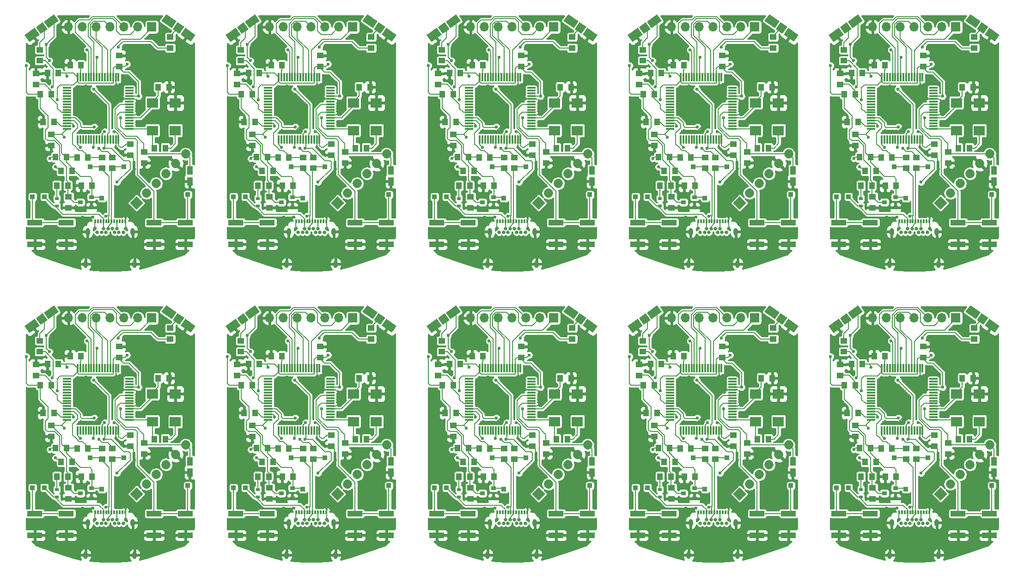
<source format=gtl>
G04 #@! TF.FileFunction,Copper,L1,Top,Signal*
%FSLAX46Y46*%
G04 Gerber Fmt 4.6, Leading zero omitted, Abs format (unit mm)*
G04 Created by KiCad (PCBNEW 4.0.6) date Fri Nov 17 13:30:40 2017*
%MOMM*%
%LPD*%
G01*
G04 APERTURE LIST*
%ADD10C,0.100000*%
%ADD11R,1.000000X1.250000*%
%ADD12R,1.250000X1.000000*%
%ADD13R,0.700000X0.600000*%
%ADD14C,1.700000*%
%ADD15O,0.800000X1.400000*%
%ADD16R,0.300000X0.700000*%
%ADD17C,0.650000*%
%ADD18R,1.700000X1.700000*%
%ADD19O,1.700000X1.700000*%
%ADD20R,2.750000X1.000000*%
%ADD21R,0.850000X0.850000*%
%ADD22R,1.500000X0.300000*%
%ADD23R,0.300000X1.500000*%
%ADD24R,0.900000X0.800000*%
%ADD25R,2.000000X1.800000*%
%ADD26R,1.000000X1.524000*%
%ADD27C,0.600000*%
%ADD28C,0.200000*%
%ADD29C,0.254000*%
G04 APERTURE END LIST*
D10*
D11*
X87004400Y-54203600D03*
X85004400Y-54203600D03*
D12*
X82397600Y-66106800D03*
X82397600Y-68106800D03*
X79883000Y-66659000D03*
X79883000Y-64659000D03*
X77851000Y-50403000D03*
X77851000Y-48403000D03*
D11*
X70850000Y-50165000D03*
X68850000Y-50165000D03*
X64722500Y-51625500D03*
X66722500Y-51625500D03*
D12*
X65405000Y-62881000D03*
X65405000Y-64881000D03*
D11*
X65897000Y-60579000D03*
X63897000Y-60579000D03*
D12*
X68580000Y-74311000D03*
X68580000Y-76311000D03*
D11*
X72882000Y-72263000D03*
X70882000Y-72263000D03*
D13*
X66421000Y-76011000D03*
X66421000Y-74611000D03*
D11*
X66437000Y-72263000D03*
X68437000Y-72263000D03*
D10*
G36*
X82228082Y-75438000D02*
X81026000Y-76640082D01*
X79823918Y-75438000D01*
X81026000Y-74235918D01*
X82228082Y-75438000D01*
X82228082Y-75438000D01*
G37*
D14*
X82822051Y-73641949D02*
X82822051Y-73641949D01*
X84618102Y-71845898D02*
X84618102Y-71845898D01*
X86414154Y-70049846D02*
X86414154Y-70049846D01*
X88210205Y-68253795D02*
X88210205Y-68253795D01*
X90006256Y-66457744D02*
X90006256Y-66457744D01*
D15*
X72070000Y-80710000D03*
D16*
X73450000Y-78800000D03*
X73950000Y-78800000D03*
X74450000Y-78800000D03*
X74950000Y-78800000D03*
X75450000Y-78800000D03*
X75950000Y-78800000D03*
X76450000Y-78800000D03*
X78950000Y-78800000D03*
X77950000Y-78800000D03*
X77450000Y-78800000D03*
X76950000Y-78800000D03*
X78450000Y-78800000D03*
D15*
X80330000Y-80710000D03*
X80690000Y-86660000D03*
X71710000Y-86660000D03*
D17*
X79000000Y-80110000D03*
X77400000Y-80110000D03*
X76600000Y-80110000D03*
X75800000Y-80110000D03*
X75000000Y-80110000D03*
X73400000Y-80110000D03*
X78600000Y-80810000D03*
X77800000Y-80810000D03*
X77000000Y-80810000D03*
X75400000Y-80810000D03*
X74600000Y-80810000D03*
X73800000Y-80810000D03*
D18*
X83820000Y-43180000D03*
D19*
X81280000Y-43180000D03*
X78740000Y-43180000D03*
X76200000Y-43180000D03*
X73660000Y-43180000D03*
X71120000Y-43180000D03*
X68580000Y-43180000D03*
D11*
X67224400Y-69545200D03*
X69224400Y-69545200D03*
X65389000Y-55499000D03*
X63389000Y-55499000D03*
D12*
X62611000Y-53705000D03*
X62611000Y-51705000D03*
D11*
X70120000Y-67081400D03*
X72120000Y-67081400D03*
D12*
X74726800Y-69097400D03*
X74726800Y-67097400D03*
X76555600Y-67097400D03*
X76555600Y-69097400D03*
D11*
X66183000Y-67056000D03*
X68183000Y-67056000D03*
D12*
X63322200Y-47361600D03*
X63322200Y-49361600D03*
X87198200Y-45050200D03*
X87198200Y-47050200D03*
D10*
G36*
X63474540Y-44446052D02*
X62589548Y-43205340D01*
X63830260Y-42320348D01*
X64715252Y-43561060D01*
X63474540Y-44446052D01*
X63474540Y-44446052D01*
G37*
G36*
X61416456Y-45914069D02*
X60531465Y-44673357D01*
X62403930Y-43337741D01*
X63288921Y-44578453D01*
X61416456Y-45914069D01*
X61416456Y-45914069D01*
G37*
G36*
X64900870Y-43428659D02*
X64015879Y-42187947D01*
X65888344Y-40852331D01*
X66773335Y-42093043D01*
X64900870Y-43428659D01*
X64900870Y-43428659D01*
G37*
G36*
X89785052Y-43179940D02*
X88900060Y-44420652D01*
X87659348Y-43535660D01*
X88544340Y-42294948D01*
X89785052Y-43179940D01*
X89785052Y-43179940D01*
G37*
G36*
X91843135Y-44647957D02*
X90958144Y-45888669D01*
X89085679Y-44553053D01*
X89970670Y-43312341D01*
X91843135Y-44647957D01*
X91843135Y-44647957D01*
G37*
G36*
X88358721Y-42162547D02*
X87473730Y-43403259D01*
X85601265Y-42067643D01*
X86486256Y-40826931D01*
X88358721Y-42162547D01*
X88358721Y-42162547D01*
G37*
D20*
X68158000Y-79026000D03*
X62398000Y-79026000D03*
X62398000Y-83026000D03*
X68158000Y-83026000D03*
X90002000Y-79026000D03*
X84242000Y-79026000D03*
X84242000Y-83026000D03*
X90002000Y-83026000D03*
D21*
X64135000Y-74295000D03*
X72542400Y-68834000D03*
X78689200Y-68834000D03*
X61976000Y-74295000D03*
X90424000Y-73914000D03*
X74676000Y-74549000D03*
D22*
X79677500Y-61852500D03*
X79677500Y-61352500D03*
X79677500Y-60852500D03*
X79677500Y-60352500D03*
X79677500Y-59852500D03*
X79677500Y-59352500D03*
X79677500Y-58852500D03*
X79677500Y-58352500D03*
X79677500Y-57852500D03*
X79677500Y-57352500D03*
X79677500Y-56852500D03*
X79677500Y-56352500D03*
X79677500Y-55852500D03*
X79677500Y-55352500D03*
X79677500Y-54852500D03*
X79677500Y-54352500D03*
D23*
X77727500Y-52402500D03*
X77227500Y-52402500D03*
X76727500Y-52402500D03*
X76227500Y-52402500D03*
X75727500Y-52402500D03*
X75227500Y-52402500D03*
X74727500Y-52402500D03*
X74227500Y-52402500D03*
X73727500Y-52402500D03*
X73227500Y-52402500D03*
X72727500Y-52402500D03*
X72227500Y-52402500D03*
X71727500Y-52402500D03*
X71227500Y-52402500D03*
X70727500Y-52402500D03*
X70227500Y-52402500D03*
D22*
X68277500Y-54352500D03*
X68277500Y-54852500D03*
X68277500Y-55352500D03*
X68277500Y-55852500D03*
X68277500Y-56352500D03*
X68277500Y-56852500D03*
X68277500Y-57352500D03*
X68277500Y-57852500D03*
X68277500Y-58352500D03*
X68277500Y-58852500D03*
X68277500Y-59352500D03*
X68277500Y-59852500D03*
X68277500Y-60352500D03*
X68277500Y-60852500D03*
X68277500Y-61352500D03*
X68277500Y-61852500D03*
D23*
X70227500Y-63802500D03*
X70727500Y-63802500D03*
X71227500Y-63802500D03*
X71727500Y-63802500D03*
X72227500Y-63802500D03*
X72727500Y-63802500D03*
X73227500Y-63802500D03*
X73727500Y-63802500D03*
X74227500Y-63802500D03*
X74727500Y-63802500D03*
X75227500Y-63802500D03*
X75727500Y-63802500D03*
X76227500Y-63802500D03*
X76727500Y-63802500D03*
X77227500Y-63802500D03*
X77727500Y-63802500D03*
D24*
X72755000Y-76261000D03*
X72755000Y-74361000D03*
X70755000Y-75311000D03*
D11*
X84318600Y-65379600D03*
X86318600Y-65379600D03*
D25*
X88142500Y-62166500D03*
X88142500Y-57086500D03*
X83942500Y-57086500D03*
X83942500Y-62166500D03*
D26*
X90805000Y-71501000D03*
X90805000Y-69469000D03*
D11*
X123834400Y-54203600D03*
X121834400Y-54203600D03*
D12*
X119227600Y-66106800D03*
X119227600Y-68106800D03*
X116713000Y-66659000D03*
X116713000Y-64659000D03*
X114681000Y-50403000D03*
X114681000Y-48403000D03*
D11*
X107680000Y-50165000D03*
X105680000Y-50165000D03*
X101552500Y-51625500D03*
X103552500Y-51625500D03*
D12*
X102235000Y-62881000D03*
X102235000Y-64881000D03*
D11*
X102727000Y-60579000D03*
X100727000Y-60579000D03*
D12*
X105410000Y-74311000D03*
X105410000Y-76311000D03*
D11*
X109712000Y-72263000D03*
X107712000Y-72263000D03*
D13*
X103251000Y-76011000D03*
X103251000Y-74611000D03*
D11*
X103267000Y-72263000D03*
X105267000Y-72263000D03*
D10*
G36*
X119058082Y-75438000D02*
X117856000Y-76640082D01*
X116653918Y-75438000D01*
X117856000Y-74235918D01*
X119058082Y-75438000D01*
X119058082Y-75438000D01*
G37*
D14*
X119652051Y-73641949D02*
X119652051Y-73641949D01*
X121448102Y-71845898D02*
X121448102Y-71845898D01*
X123244154Y-70049846D02*
X123244154Y-70049846D01*
X125040205Y-68253795D02*
X125040205Y-68253795D01*
X126836256Y-66457744D02*
X126836256Y-66457744D01*
D15*
X108900000Y-80710000D03*
D16*
X110280000Y-78800000D03*
X110780000Y-78800000D03*
X111280000Y-78800000D03*
X111780000Y-78800000D03*
X112280000Y-78800000D03*
X112780000Y-78800000D03*
X113280000Y-78800000D03*
X115780000Y-78800000D03*
X114780000Y-78800000D03*
X114280000Y-78800000D03*
X113780000Y-78800000D03*
X115280000Y-78800000D03*
D15*
X117160000Y-80710000D03*
X117520000Y-86660000D03*
X108540000Y-86660000D03*
D17*
X115830000Y-80110000D03*
X114230000Y-80110000D03*
X113430000Y-80110000D03*
X112630000Y-80110000D03*
X111830000Y-80110000D03*
X110230000Y-80110000D03*
X115430000Y-80810000D03*
X114630000Y-80810000D03*
X113830000Y-80810000D03*
X112230000Y-80810000D03*
X111430000Y-80810000D03*
X110630000Y-80810000D03*
D18*
X120650000Y-43180000D03*
D19*
X118110000Y-43180000D03*
X115570000Y-43180000D03*
X113030000Y-43180000D03*
X110490000Y-43180000D03*
X107950000Y-43180000D03*
X105410000Y-43180000D03*
D11*
X104054400Y-69545200D03*
X106054400Y-69545200D03*
X102219000Y-55499000D03*
X100219000Y-55499000D03*
D12*
X99441000Y-53705000D03*
X99441000Y-51705000D03*
D11*
X106950000Y-67081400D03*
X108950000Y-67081400D03*
D12*
X111556800Y-69097400D03*
X111556800Y-67097400D03*
X113385600Y-67097400D03*
X113385600Y-69097400D03*
D11*
X103013000Y-67056000D03*
X105013000Y-67056000D03*
D12*
X100152200Y-47361600D03*
X100152200Y-49361600D03*
X124028200Y-45050200D03*
X124028200Y-47050200D03*
D10*
G36*
X100304540Y-44446052D02*
X99419548Y-43205340D01*
X100660260Y-42320348D01*
X101545252Y-43561060D01*
X100304540Y-44446052D01*
X100304540Y-44446052D01*
G37*
G36*
X98246456Y-45914069D02*
X97361465Y-44673357D01*
X99233930Y-43337741D01*
X100118921Y-44578453D01*
X98246456Y-45914069D01*
X98246456Y-45914069D01*
G37*
G36*
X101730870Y-43428659D02*
X100845879Y-42187947D01*
X102718344Y-40852331D01*
X103603335Y-42093043D01*
X101730870Y-43428659D01*
X101730870Y-43428659D01*
G37*
G36*
X126615052Y-43179940D02*
X125730060Y-44420652D01*
X124489348Y-43535660D01*
X125374340Y-42294948D01*
X126615052Y-43179940D01*
X126615052Y-43179940D01*
G37*
G36*
X128673135Y-44647957D02*
X127788144Y-45888669D01*
X125915679Y-44553053D01*
X126800670Y-43312341D01*
X128673135Y-44647957D01*
X128673135Y-44647957D01*
G37*
G36*
X125188721Y-42162547D02*
X124303730Y-43403259D01*
X122431265Y-42067643D01*
X123316256Y-40826931D01*
X125188721Y-42162547D01*
X125188721Y-42162547D01*
G37*
D20*
X104988000Y-79026000D03*
X99228000Y-79026000D03*
X99228000Y-83026000D03*
X104988000Y-83026000D03*
X126832000Y-79026000D03*
X121072000Y-79026000D03*
X121072000Y-83026000D03*
X126832000Y-83026000D03*
D21*
X100965000Y-74295000D03*
X109372400Y-68834000D03*
X115519200Y-68834000D03*
X98806000Y-74295000D03*
X127254000Y-73914000D03*
X111506000Y-74549000D03*
D22*
X116507500Y-61852500D03*
X116507500Y-61352500D03*
X116507500Y-60852500D03*
X116507500Y-60352500D03*
X116507500Y-59852500D03*
X116507500Y-59352500D03*
X116507500Y-58852500D03*
X116507500Y-58352500D03*
X116507500Y-57852500D03*
X116507500Y-57352500D03*
X116507500Y-56852500D03*
X116507500Y-56352500D03*
X116507500Y-55852500D03*
X116507500Y-55352500D03*
X116507500Y-54852500D03*
X116507500Y-54352500D03*
D23*
X114557500Y-52402500D03*
X114057500Y-52402500D03*
X113557500Y-52402500D03*
X113057500Y-52402500D03*
X112557500Y-52402500D03*
X112057500Y-52402500D03*
X111557500Y-52402500D03*
X111057500Y-52402500D03*
X110557500Y-52402500D03*
X110057500Y-52402500D03*
X109557500Y-52402500D03*
X109057500Y-52402500D03*
X108557500Y-52402500D03*
X108057500Y-52402500D03*
X107557500Y-52402500D03*
X107057500Y-52402500D03*
D22*
X105107500Y-54352500D03*
X105107500Y-54852500D03*
X105107500Y-55352500D03*
X105107500Y-55852500D03*
X105107500Y-56352500D03*
X105107500Y-56852500D03*
X105107500Y-57352500D03*
X105107500Y-57852500D03*
X105107500Y-58352500D03*
X105107500Y-58852500D03*
X105107500Y-59352500D03*
X105107500Y-59852500D03*
X105107500Y-60352500D03*
X105107500Y-60852500D03*
X105107500Y-61352500D03*
X105107500Y-61852500D03*
D23*
X107057500Y-63802500D03*
X107557500Y-63802500D03*
X108057500Y-63802500D03*
X108557500Y-63802500D03*
X109057500Y-63802500D03*
X109557500Y-63802500D03*
X110057500Y-63802500D03*
X110557500Y-63802500D03*
X111057500Y-63802500D03*
X111557500Y-63802500D03*
X112057500Y-63802500D03*
X112557500Y-63802500D03*
X113057500Y-63802500D03*
X113557500Y-63802500D03*
X114057500Y-63802500D03*
X114557500Y-63802500D03*
D24*
X109585000Y-76261000D03*
X109585000Y-74361000D03*
X107585000Y-75311000D03*
D11*
X121148600Y-65379600D03*
X123148600Y-65379600D03*
D25*
X124972500Y-62166500D03*
X124972500Y-57086500D03*
X120772500Y-57086500D03*
X120772500Y-62166500D03*
D26*
X127635000Y-71501000D03*
X127635000Y-69469000D03*
D11*
X160664400Y-54203600D03*
X158664400Y-54203600D03*
D12*
X156057600Y-66106800D03*
X156057600Y-68106800D03*
X153543000Y-66659000D03*
X153543000Y-64659000D03*
X151511000Y-50403000D03*
X151511000Y-48403000D03*
D11*
X144510000Y-50165000D03*
X142510000Y-50165000D03*
X138382500Y-51625500D03*
X140382500Y-51625500D03*
D12*
X139065000Y-62881000D03*
X139065000Y-64881000D03*
D11*
X139557000Y-60579000D03*
X137557000Y-60579000D03*
D12*
X142240000Y-74311000D03*
X142240000Y-76311000D03*
D11*
X146542000Y-72263000D03*
X144542000Y-72263000D03*
D13*
X140081000Y-76011000D03*
X140081000Y-74611000D03*
D11*
X140097000Y-72263000D03*
X142097000Y-72263000D03*
D10*
G36*
X155888082Y-75438000D02*
X154686000Y-76640082D01*
X153483918Y-75438000D01*
X154686000Y-74235918D01*
X155888082Y-75438000D01*
X155888082Y-75438000D01*
G37*
D14*
X156482051Y-73641949D02*
X156482051Y-73641949D01*
X158278102Y-71845898D02*
X158278102Y-71845898D01*
X160074154Y-70049846D02*
X160074154Y-70049846D01*
X161870205Y-68253795D02*
X161870205Y-68253795D01*
X163666256Y-66457744D02*
X163666256Y-66457744D01*
D15*
X145730000Y-80710000D03*
D16*
X147110000Y-78800000D03*
X147610000Y-78800000D03*
X148110000Y-78800000D03*
X148610000Y-78800000D03*
X149110000Y-78800000D03*
X149610000Y-78800000D03*
X150110000Y-78800000D03*
X152610000Y-78800000D03*
X151610000Y-78800000D03*
X151110000Y-78800000D03*
X150610000Y-78800000D03*
X152110000Y-78800000D03*
D15*
X153990000Y-80710000D03*
X154350000Y-86660000D03*
X145370000Y-86660000D03*
D17*
X152660000Y-80110000D03*
X151060000Y-80110000D03*
X150260000Y-80110000D03*
X149460000Y-80110000D03*
X148660000Y-80110000D03*
X147060000Y-80110000D03*
X152260000Y-80810000D03*
X151460000Y-80810000D03*
X150660000Y-80810000D03*
X149060000Y-80810000D03*
X148260000Y-80810000D03*
X147460000Y-80810000D03*
D18*
X157480000Y-43180000D03*
D19*
X154940000Y-43180000D03*
X152400000Y-43180000D03*
X149860000Y-43180000D03*
X147320000Y-43180000D03*
X144780000Y-43180000D03*
X142240000Y-43180000D03*
D11*
X140884400Y-69545200D03*
X142884400Y-69545200D03*
X139049000Y-55499000D03*
X137049000Y-55499000D03*
D12*
X136271000Y-53705000D03*
X136271000Y-51705000D03*
D11*
X143780000Y-67081400D03*
X145780000Y-67081400D03*
D12*
X148386800Y-69097400D03*
X148386800Y-67097400D03*
X150215600Y-67097400D03*
X150215600Y-69097400D03*
D11*
X139843000Y-67056000D03*
X141843000Y-67056000D03*
D12*
X136982200Y-47361600D03*
X136982200Y-49361600D03*
X160858200Y-45050200D03*
X160858200Y-47050200D03*
D10*
G36*
X137134540Y-44446052D02*
X136249548Y-43205340D01*
X137490260Y-42320348D01*
X138375252Y-43561060D01*
X137134540Y-44446052D01*
X137134540Y-44446052D01*
G37*
G36*
X135076456Y-45914069D02*
X134191465Y-44673357D01*
X136063930Y-43337741D01*
X136948921Y-44578453D01*
X135076456Y-45914069D01*
X135076456Y-45914069D01*
G37*
G36*
X138560870Y-43428659D02*
X137675879Y-42187947D01*
X139548344Y-40852331D01*
X140433335Y-42093043D01*
X138560870Y-43428659D01*
X138560870Y-43428659D01*
G37*
G36*
X163445052Y-43179940D02*
X162560060Y-44420652D01*
X161319348Y-43535660D01*
X162204340Y-42294948D01*
X163445052Y-43179940D01*
X163445052Y-43179940D01*
G37*
G36*
X165503135Y-44647957D02*
X164618144Y-45888669D01*
X162745679Y-44553053D01*
X163630670Y-43312341D01*
X165503135Y-44647957D01*
X165503135Y-44647957D01*
G37*
G36*
X162018721Y-42162547D02*
X161133730Y-43403259D01*
X159261265Y-42067643D01*
X160146256Y-40826931D01*
X162018721Y-42162547D01*
X162018721Y-42162547D01*
G37*
D20*
X141818000Y-79026000D03*
X136058000Y-79026000D03*
X136058000Y-83026000D03*
X141818000Y-83026000D03*
X163662000Y-79026000D03*
X157902000Y-79026000D03*
X157902000Y-83026000D03*
X163662000Y-83026000D03*
D21*
X137795000Y-74295000D03*
X146202400Y-68834000D03*
X152349200Y-68834000D03*
X135636000Y-74295000D03*
X164084000Y-73914000D03*
X148336000Y-74549000D03*
D22*
X153337500Y-61852500D03*
X153337500Y-61352500D03*
X153337500Y-60852500D03*
X153337500Y-60352500D03*
X153337500Y-59852500D03*
X153337500Y-59352500D03*
X153337500Y-58852500D03*
X153337500Y-58352500D03*
X153337500Y-57852500D03*
X153337500Y-57352500D03*
X153337500Y-56852500D03*
X153337500Y-56352500D03*
X153337500Y-55852500D03*
X153337500Y-55352500D03*
X153337500Y-54852500D03*
X153337500Y-54352500D03*
D23*
X151387500Y-52402500D03*
X150887500Y-52402500D03*
X150387500Y-52402500D03*
X149887500Y-52402500D03*
X149387500Y-52402500D03*
X148887500Y-52402500D03*
X148387500Y-52402500D03*
X147887500Y-52402500D03*
X147387500Y-52402500D03*
X146887500Y-52402500D03*
X146387500Y-52402500D03*
X145887500Y-52402500D03*
X145387500Y-52402500D03*
X144887500Y-52402500D03*
X144387500Y-52402500D03*
X143887500Y-52402500D03*
D22*
X141937500Y-54352500D03*
X141937500Y-54852500D03*
X141937500Y-55352500D03*
X141937500Y-55852500D03*
X141937500Y-56352500D03*
X141937500Y-56852500D03*
X141937500Y-57352500D03*
X141937500Y-57852500D03*
X141937500Y-58352500D03*
X141937500Y-58852500D03*
X141937500Y-59352500D03*
X141937500Y-59852500D03*
X141937500Y-60352500D03*
X141937500Y-60852500D03*
X141937500Y-61352500D03*
X141937500Y-61852500D03*
D23*
X143887500Y-63802500D03*
X144387500Y-63802500D03*
X144887500Y-63802500D03*
X145387500Y-63802500D03*
X145887500Y-63802500D03*
X146387500Y-63802500D03*
X146887500Y-63802500D03*
X147387500Y-63802500D03*
X147887500Y-63802500D03*
X148387500Y-63802500D03*
X148887500Y-63802500D03*
X149387500Y-63802500D03*
X149887500Y-63802500D03*
X150387500Y-63802500D03*
X150887500Y-63802500D03*
X151387500Y-63802500D03*
D24*
X146415000Y-76261000D03*
X146415000Y-74361000D03*
X144415000Y-75311000D03*
D11*
X157978600Y-65379600D03*
X159978600Y-65379600D03*
D25*
X161802500Y-62166500D03*
X161802500Y-57086500D03*
X157602500Y-57086500D03*
X157602500Y-62166500D03*
D26*
X164465000Y-71501000D03*
X164465000Y-69469000D03*
D11*
X197494400Y-54203600D03*
X195494400Y-54203600D03*
D12*
X192887600Y-66106800D03*
X192887600Y-68106800D03*
X190373000Y-66659000D03*
X190373000Y-64659000D03*
X188341000Y-50403000D03*
X188341000Y-48403000D03*
D11*
X181340000Y-50165000D03*
X179340000Y-50165000D03*
X175212500Y-51625500D03*
X177212500Y-51625500D03*
D12*
X175895000Y-62881000D03*
X175895000Y-64881000D03*
D11*
X176387000Y-60579000D03*
X174387000Y-60579000D03*
D12*
X179070000Y-74311000D03*
X179070000Y-76311000D03*
D11*
X183372000Y-72263000D03*
X181372000Y-72263000D03*
D13*
X176911000Y-76011000D03*
X176911000Y-74611000D03*
D11*
X176927000Y-72263000D03*
X178927000Y-72263000D03*
D10*
G36*
X192718082Y-75438000D02*
X191516000Y-76640082D01*
X190313918Y-75438000D01*
X191516000Y-74235918D01*
X192718082Y-75438000D01*
X192718082Y-75438000D01*
G37*
D14*
X193312051Y-73641949D02*
X193312051Y-73641949D01*
X195108102Y-71845898D02*
X195108102Y-71845898D01*
X196904154Y-70049846D02*
X196904154Y-70049846D01*
X198700205Y-68253795D02*
X198700205Y-68253795D01*
X200496256Y-66457744D02*
X200496256Y-66457744D01*
D15*
X182560000Y-80710000D03*
D16*
X183940000Y-78800000D03*
X184440000Y-78800000D03*
X184940000Y-78800000D03*
X185440000Y-78800000D03*
X185940000Y-78800000D03*
X186440000Y-78800000D03*
X186940000Y-78800000D03*
X189440000Y-78800000D03*
X188440000Y-78800000D03*
X187940000Y-78800000D03*
X187440000Y-78800000D03*
X188940000Y-78800000D03*
D15*
X190820000Y-80710000D03*
X191180000Y-86660000D03*
X182200000Y-86660000D03*
D17*
X189490000Y-80110000D03*
X187890000Y-80110000D03*
X187090000Y-80110000D03*
X186290000Y-80110000D03*
X185490000Y-80110000D03*
X183890000Y-80110000D03*
X189090000Y-80810000D03*
X188290000Y-80810000D03*
X187490000Y-80810000D03*
X185890000Y-80810000D03*
X185090000Y-80810000D03*
X184290000Y-80810000D03*
D18*
X194310000Y-43180000D03*
D19*
X191770000Y-43180000D03*
X189230000Y-43180000D03*
X186690000Y-43180000D03*
X184150000Y-43180000D03*
X181610000Y-43180000D03*
X179070000Y-43180000D03*
D11*
X177714400Y-69545200D03*
X179714400Y-69545200D03*
X175879000Y-55499000D03*
X173879000Y-55499000D03*
D12*
X173101000Y-53705000D03*
X173101000Y-51705000D03*
D11*
X180610000Y-67081400D03*
X182610000Y-67081400D03*
D12*
X185216800Y-69097400D03*
X185216800Y-67097400D03*
X187045600Y-67097400D03*
X187045600Y-69097400D03*
D11*
X176673000Y-67056000D03*
X178673000Y-67056000D03*
D12*
X173812200Y-47361600D03*
X173812200Y-49361600D03*
X197688200Y-45050200D03*
X197688200Y-47050200D03*
D10*
G36*
X173964540Y-44446052D02*
X173079548Y-43205340D01*
X174320260Y-42320348D01*
X175205252Y-43561060D01*
X173964540Y-44446052D01*
X173964540Y-44446052D01*
G37*
G36*
X171906456Y-45914069D02*
X171021465Y-44673357D01*
X172893930Y-43337741D01*
X173778921Y-44578453D01*
X171906456Y-45914069D01*
X171906456Y-45914069D01*
G37*
G36*
X175390870Y-43428659D02*
X174505879Y-42187947D01*
X176378344Y-40852331D01*
X177263335Y-42093043D01*
X175390870Y-43428659D01*
X175390870Y-43428659D01*
G37*
G36*
X200275052Y-43179940D02*
X199390060Y-44420652D01*
X198149348Y-43535660D01*
X199034340Y-42294948D01*
X200275052Y-43179940D01*
X200275052Y-43179940D01*
G37*
G36*
X202333135Y-44647957D02*
X201448144Y-45888669D01*
X199575679Y-44553053D01*
X200460670Y-43312341D01*
X202333135Y-44647957D01*
X202333135Y-44647957D01*
G37*
G36*
X198848721Y-42162547D02*
X197963730Y-43403259D01*
X196091265Y-42067643D01*
X196976256Y-40826931D01*
X198848721Y-42162547D01*
X198848721Y-42162547D01*
G37*
D20*
X178648000Y-79026000D03*
X172888000Y-79026000D03*
X172888000Y-83026000D03*
X178648000Y-83026000D03*
X200492000Y-79026000D03*
X194732000Y-79026000D03*
X194732000Y-83026000D03*
X200492000Y-83026000D03*
D21*
X174625000Y-74295000D03*
X183032400Y-68834000D03*
X189179200Y-68834000D03*
X172466000Y-74295000D03*
X200914000Y-73914000D03*
X185166000Y-74549000D03*
D22*
X190167500Y-61852500D03*
X190167500Y-61352500D03*
X190167500Y-60852500D03*
X190167500Y-60352500D03*
X190167500Y-59852500D03*
X190167500Y-59352500D03*
X190167500Y-58852500D03*
X190167500Y-58352500D03*
X190167500Y-57852500D03*
X190167500Y-57352500D03*
X190167500Y-56852500D03*
X190167500Y-56352500D03*
X190167500Y-55852500D03*
X190167500Y-55352500D03*
X190167500Y-54852500D03*
X190167500Y-54352500D03*
D23*
X188217500Y-52402500D03*
X187717500Y-52402500D03*
X187217500Y-52402500D03*
X186717500Y-52402500D03*
X186217500Y-52402500D03*
X185717500Y-52402500D03*
X185217500Y-52402500D03*
X184717500Y-52402500D03*
X184217500Y-52402500D03*
X183717500Y-52402500D03*
X183217500Y-52402500D03*
X182717500Y-52402500D03*
X182217500Y-52402500D03*
X181717500Y-52402500D03*
X181217500Y-52402500D03*
X180717500Y-52402500D03*
D22*
X178767500Y-54352500D03*
X178767500Y-54852500D03*
X178767500Y-55352500D03*
X178767500Y-55852500D03*
X178767500Y-56352500D03*
X178767500Y-56852500D03*
X178767500Y-57352500D03*
X178767500Y-57852500D03*
X178767500Y-58352500D03*
X178767500Y-58852500D03*
X178767500Y-59352500D03*
X178767500Y-59852500D03*
X178767500Y-60352500D03*
X178767500Y-60852500D03*
X178767500Y-61352500D03*
X178767500Y-61852500D03*
D23*
X180717500Y-63802500D03*
X181217500Y-63802500D03*
X181717500Y-63802500D03*
X182217500Y-63802500D03*
X182717500Y-63802500D03*
X183217500Y-63802500D03*
X183717500Y-63802500D03*
X184217500Y-63802500D03*
X184717500Y-63802500D03*
X185217500Y-63802500D03*
X185717500Y-63802500D03*
X186217500Y-63802500D03*
X186717500Y-63802500D03*
X187217500Y-63802500D03*
X187717500Y-63802500D03*
X188217500Y-63802500D03*
D24*
X183245000Y-76261000D03*
X183245000Y-74361000D03*
X181245000Y-75311000D03*
D11*
X194808600Y-65379600D03*
X196808600Y-65379600D03*
D25*
X198632500Y-62166500D03*
X198632500Y-57086500D03*
X194432500Y-57086500D03*
X194432500Y-62166500D03*
D26*
X201295000Y-71501000D03*
X201295000Y-69469000D03*
D11*
X234324400Y-54203600D03*
X232324400Y-54203600D03*
D12*
X229717600Y-66106800D03*
X229717600Y-68106800D03*
X227203000Y-66659000D03*
X227203000Y-64659000D03*
X225171000Y-50403000D03*
X225171000Y-48403000D03*
D11*
X218170000Y-50165000D03*
X216170000Y-50165000D03*
X212042500Y-51625500D03*
X214042500Y-51625500D03*
D12*
X212725000Y-62881000D03*
X212725000Y-64881000D03*
D11*
X213217000Y-60579000D03*
X211217000Y-60579000D03*
D12*
X215900000Y-74311000D03*
X215900000Y-76311000D03*
D11*
X220202000Y-72263000D03*
X218202000Y-72263000D03*
D13*
X213741000Y-76011000D03*
X213741000Y-74611000D03*
D11*
X213757000Y-72263000D03*
X215757000Y-72263000D03*
D10*
G36*
X229548082Y-75438000D02*
X228346000Y-76640082D01*
X227143918Y-75438000D01*
X228346000Y-74235918D01*
X229548082Y-75438000D01*
X229548082Y-75438000D01*
G37*
D14*
X230142051Y-73641949D02*
X230142051Y-73641949D01*
X231938102Y-71845898D02*
X231938102Y-71845898D01*
X233734154Y-70049846D02*
X233734154Y-70049846D01*
X235530205Y-68253795D02*
X235530205Y-68253795D01*
X237326256Y-66457744D02*
X237326256Y-66457744D01*
D15*
X219390000Y-80710000D03*
D16*
X220770000Y-78800000D03*
X221270000Y-78800000D03*
X221770000Y-78800000D03*
X222270000Y-78800000D03*
X222770000Y-78800000D03*
X223270000Y-78800000D03*
X223770000Y-78800000D03*
X226270000Y-78800000D03*
X225270000Y-78800000D03*
X224770000Y-78800000D03*
X224270000Y-78800000D03*
X225770000Y-78800000D03*
D15*
X227650000Y-80710000D03*
X228010000Y-86660000D03*
X219030000Y-86660000D03*
D17*
X226320000Y-80110000D03*
X224720000Y-80110000D03*
X223920000Y-80110000D03*
X223120000Y-80110000D03*
X222320000Y-80110000D03*
X220720000Y-80110000D03*
X225920000Y-80810000D03*
X225120000Y-80810000D03*
X224320000Y-80810000D03*
X222720000Y-80810000D03*
X221920000Y-80810000D03*
X221120000Y-80810000D03*
D18*
X231140000Y-43180000D03*
D19*
X228600000Y-43180000D03*
X226060000Y-43180000D03*
X223520000Y-43180000D03*
X220980000Y-43180000D03*
X218440000Y-43180000D03*
X215900000Y-43180000D03*
D11*
X214544400Y-69545200D03*
X216544400Y-69545200D03*
X212709000Y-55499000D03*
X210709000Y-55499000D03*
D12*
X209931000Y-53705000D03*
X209931000Y-51705000D03*
D11*
X217440000Y-67081400D03*
X219440000Y-67081400D03*
D12*
X222046800Y-69097400D03*
X222046800Y-67097400D03*
X223875600Y-67097400D03*
X223875600Y-69097400D03*
D11*
X213503000Y-67056000D03*
X215503000Y-67056000D03*
D12*
X210642200Y-47361600D03*
X210642200Y-49361600D03*
X234518200Y-45050200D03*
X234518200Y-47050200D03*
D10*
G36*
X210794540Y-44446052D02*
X209909548Y-43205340D01*
X211150260Y-42320348D01*
X212035252Y-43561060D01*
X210794540Y-44446052D01*
X210794540Y-44446052D01*
G37*
G36*
X208736456Y-45914069D02*
X207851465Y-44673357D01*
X209723930Y-43337741D01*
X210608921Y-44578453D01*
X208736456Y-45914069D01*
X208736456Y-45914069D01*
G37*
G36*
X212220870Y-43428659D02*
X211335879Y-42187947D01*
X213208344Y-40852331D01*
X214093335Y-42093043D01*
X212220870Y-43428659D01*
X212220870Y-43428659D01*
G37*
G36*
X237105052Y-43179940D02*
X236220060Y-44420652D01*
X234979348Y-43535660D01*
X235864340Y-42294948D01*
X237105052Y-43179940D01*
X237105052Y-43179940D01*
G37*
G36*
X239163135Y-44647957D02*
X238278144Y-45888669D01*
X236405679Y-44553053D01*
X237290670Y-43312341D01*
X239163135Y-44647957D01*
X239163135Y-44647957D01*
G37*
G36*
X235678721Y-42162547D02*
X234793730Y-43403259D01*
X232921265Y-42067643D01*
X233806256Y-40826931D01*
X235678721Y-42162547D01*
X235678721Y-42162547D01*
G37*
D20*
X215478000Y-79026000D03*
X209718000Y-79026000D03*
X209718000Y-83026000D03*
X215478000Y-83026000D03*
X237322000Y-79026000D03*
X231562000Y-79026000D03*
X231562000Y-83026000D03*
X237322000Y-83026000D03*
D21*
X211455000Y-74295000D03*
X219862400Y-68834000D03*
X226009200Y-68834000D03*
X209296000Y-74295000D03*
X237744000Y-73914000D03*
X221996000Y-74549000D03*
D22*
X226997500Y-61852500D03*
X226997500Y-61352500D03*
X226997500Y-60852500D03*
X226997500Y-60352500D03*
X226997500Y-59852500D03*
X226997500Y-59352500D03*
X226997500Y-58852500D03*
X226997500Y-58352500D03*
X226997500Y-57852500D03*
X226997500Y-57352500D03*
X226997500Y-56852500D03*
X226997500Y-56352500D03*
X226997500Y-55852500D03*
X226997500Y-55352500D03*
X226997500Y-54852500D03*
X226997500Y-54352500D03*
D23*
X225047500Y-52402500D03*
X224547500Y-52402500D03*
X224047500Y-52402500D03*
X223547500Y-52402500D03*
X223047500Y-52402500D03*
X222547500Y-52402500D03*
X222047500Y-52402500D03*
X221547500Y-52402500D03*
X221047500Y-52402500D03*
X220547500Y-52402500D03*
X220047500Y-52402500D03*
X219547500Y-52402500D03*
X219047500Y-52402500D03*
X218547500Y-52402500D03*
X218047500Y-52402500D03*
X217547500Y-52402500D03*
D22*
X215597500Y-54352500D03*
X215597500Y-54852500D03*
X215597500Y-55352500D03*
X215597500Y-55852500D03*
X215597500Y-56352500D03*
X215597500Y-56852500D03*
X215597500Y-57352500D03*
X215597500Y-57852500D03*
X215597500Y-58352500D03*
X215597500Y-58852500D03*
X215597500Y-59352500D03*
X215597500Y-59852500D03*
X215597500Y-60352500D03*
X215597500Y-60852500D03*
X215597500Y-61352500D03*
X215597500Y-61852500D03*
D23*
X217547500Y-63802500D03*
X218047500Y-63802500D03*
X218547500Y-63802500D03*
X219047500Y-63802500D03*
X219547500Y-63802500D03*
X220047500Y-63802500D03*
X220547500Y-63802500D03*
X221047500Y-63802500D03*
X221547500Y-63802500D03*
X222047500Y-63802500D03*
X222547500Y-63802500D03*
X223047500Y-63802500D03*
X223547500Y-63802500D03*
X224047500Y-63802500D03*
X224547500Y-63802500D03*
X225047500Y-63802500D03*
D24*
X220075000Y-76261000D03*
X220075000Y-74361000D03*
X218075000Y-75311000D03*
D11*
X231638600Y-65379600D03*
X233638600Y-65379600D03*
D25*
X235462500Y-62166500D03*
X235462500Y-57086500D03*
X231262500Y-57086500D03*
X231262500Y-62166500D03*
D26*
X238125000Y-71501000D03*
X238125000Y-69469000D03*
D11*
X87004400Y-107543600D03*
X85004400Y-107543600D03*
D12*
X82397600Y-119446800D03*
X82397600Y-121446800D03*
X79883000Y-119999000D03*
X79883000Y-117999000D03*
X77851000Y-103743000D03*
X77851000Y-101743000D03*
D11*
X70850000Y-103505000D03*
X68850000Y-103505000D03*
X64722500Y-104965500D03*
X66722500Y-104965500D03*
D12*
X65405000Y-116221000D03*
X65405000Y-118221000D03*
D11*
X65897000Y-113919000D03*
X63897000Y-113919000D03*
D12*
X68580000Y-127651000D03*
X68580000Y-129651000D03*
D11*
X72882000Y-125603000D03*
X70882000Y-125603000D03*
D13*
X66421000Y-129351000D03*
X66421000Y-127951000D03*
D11*
X66437000Y-125603000D03*
X68437000Y-125603000D03*
D10*
G36*
X82228082Y-128778000D02*
X81026000Y-129980082D01*
X79823918Y-128778000D01*
X81026000Y-127575918D01*
X82228082Y-128778000D01*
X82228082Y-128778000D01*
G37*
D14*
X82822051Y-126981949D02*
X82822051Y-126981949D01*
X84618102Y-125185898D02*
X84618102Y-125185898D01*
X86414154Y-123389846D02*
X86414154Y-123389846D01*
X88210205Y-121593795D02*
X88210205Y-121593795D01*
X90006256Y-119797744D02*
X90006256Y-119797744D01*
D15*
X72070000Y-134050000D03*
D16*
X73450000Y-132140000D03*
X73950000Y-132140000D03*
X74450000Y-132140000D03*
X74950000Y-132140000D03*
X75450000Y-132140000D03*
X75950000Y-132140000D03*
X76450000Y-132140000D03*
X78950000Y-132140000D03*
X77950000Y-132140000D03*
X77450000Y-132140000D03*
X76950000Y-132140000D03*
X78450000Y-132140000D03*
D15*
X80330000Y-134050000D03*
X80690000Y-140000000D03*
X71710000Y-140000000D03*
D17*
X79000000Y-133450000D03*
X77400000Y-133450000D03*
X76600000Y-133450000D03*
X75800000Y-133450000D03*
X75000000Y-133450000D03*
X73400000Y-133450000D03*
X78600000Y-134150000D03*
X77800000Y-134150000D03*
X77000000Y-134150000D03*
X75400000Y-134150000D03*
X74600000Y-134150000D03*
X73800000Y-134150000D03*
D18*
X83820000Y-96520000D03*
D19*
X81280000Y-96520000D03*
X78740000Y-96520000D03*
X76200000Y-96520000D03*
X73660000Y-96520000D03*
X71120000Y-96520000D03*
X68580000Y-96520000D03*
D11*
X67224400Y-122885200D03*
X69224400Y-122885200D03*
X65389000Y-108839000D03*
X63389000Y-108839000D03*
D12*
X62611000Y-107045000D03*
X62611000Y-105045000D03*
D11*
X70120000Y-120421400D03*
X72120000Y-120421400D03*
D12*
X74726800Y-122437400D03*
X74726800Y-120437400D03*
X76555600Y-120437400D03*
X76555600Y-122437400D03*
D11*
X66183000Y-120396000D03*
X68183000Y-120396000D03*
D12*
X63322200Y-100701600D03*
X63322200Y-102701600D03*
X87198200Y-98390200D03*
X87198200Y-100390200D03*
D10*
G36*
X63474540Y-97786052D02*
X62589548Y-96545340D01*
X63830260Y-95660348D01*
X64715252Y-96901060D01*
X63474540Y-97786052D01*
X63474540Y-97786052D01*
G37*
G36*
X61416456Y-99254069D02*
X60531465Y-98013357D01*
X62403930Y-96677741D01*
X63288921Y-97918453D01*
X61416456Y-99254069D01*
X61416456Y-99254069D01*
G37*
G36*
X64900870Y-96768659D02*
X64015879Y-95527947D01*
X65888344Y-94192331D01*
X66773335Y-95433043D01*
X64900870Y-96768659D01*
X64900870Y-96768659D01*
G37*
G36*
X89785052Y-96519940D02*
X88900060Y-97760652D01*
X87659348Y-96875660D01*
X88544340Y-95634948D01*
X89785052Y-96519940D01*
X89785052Y-96519940D01*
G37*
G36*
X91843135Y-97987957D02*
X90958144Y-99228669D01*
X89085679Y-97893053D01*
X89970670Y-96652341D01*
X91843135Y-97987957D01*
X91843135Y-97987957D01*
G37*
G36*
X88358721Y-95502547D02*
X87473730Y-96743259D01*
X85601265Y-95407643D01*
X86486256Y-94166931D01*
X88358721Y-95502547D01*
X88358721Y-95502547D01*
G37*
D20*
X68158000Y-132366000D03*
X62398000Y-132366000D03*
X62398000Y-136366000D03*
X68158000Y-136366000D03*
X90002000Y-132366000D03*
X84242000Y-132366000D03*
X84242000Y-136366000D03*
X90002000Y-136366000D03*
D21*
X64135000Y-127635000D03*
X72542400Y-122174000D03*
X78689200Y-122174000D03*
X61976000Y-127635000D03*
X90424000Y-127254000D03*
X74676000Y-127889000D03*
D22*
X79677500Y-115192500D03*
X79677500Y-114692500D03*
X79677500Y-114192500D03*
X79677500Y-113692500D03*
X79677500Y-113192500D03*
X79677500Y-112692500D03*
X79677500Y-112192500D03*
X79677500Y-111692500D03*
X79677500Y-111192500D03*
X79677500Y-110692500D03*
X79677500Y-110192500D03*
X79677500Y-109692500D03*
X79677500Y-109192500D03*
X79677500Y-108692500D03*
X79677500Y-108192500D03*
X79677500Y-107692500D03*
D23*
X77727500Y-105742500D03*
X77227500Y-105742500D03*
X76727500Y-105742500D03*
X76227500Y-105742500D03*
X75727500Y-105742500D03*
X75227500Y-105742500D03*
X74727500Y-105742500D03*
X74227500Y-105742500D03*
X73727500Y-105742500D03*
X73227500Y-105742500D03*
X72727500Y-105742500D03*
X72227500Y-105742500D03*
X71727500Y-105742500D03*
X71227500Y-105742500D03*
X70727500Y-105742500D03*
X70227500Y-105742500D03*
D22*
X68277500Y-107692500D03*
X68277500Y-108192500D03*
X68277500Y-108692500D03*
X68277500Y-109192500D03*
X68277500Y-109692500D03*
X68277500Y-110192500D03*
X68277500Y-110692500D03*
X68277500Y-111192500D03*
X68277500Y-111692500D03*
X68277500Y-112192500D03*
X68277500Y-112692500D03*
X68277500Y-113192500D03*
X68277500Y-113692500D03*
X68277500Y-114192500D03*
X68277500Y-114692500D03*
X68277500Y-115192500D03*
D23*
X70227500Y-117142500D03*
X70727500Y-117142500D03*
X71227500Y-117142500D03*
X71727500Y-117142500D03*
X72227500Y-117142500D03*
X72727500Y-117142500D03*
X73227500Y-117142500D03*
X73727500Y-117142500D03*
X74227500Y-117142500D03*
X74727500Y-117142500D03*
X75227500Y-117142500D03*
X75727500Y-117142500D03*
X76227500Y-117142500D03*
X76727500Y-117142500D03*
X77227500Y-117142500D03*
X77727500Y-117142500D03*
D24*
X72755000Y-129601000D03*
X72755000Y-127701000D03*
X70755000Y-128651000D03*
D11*
X84318600Y-118719600D03*
X86318600Y-118719600D03*
D25*
X88142500Y-115506500D03*
X88142500Y-110426500D03*
X83942500Y-110426500D03*
X83942500Y-115506500D03*
D26*
X90805000Y-124841000D03*
X90805000Y-122809000D03*
D11*
X123834400Y-107543600D03*
X121834400Y-107543600D03*
D12*
X119227600Y-119446800D03*
X119227600Y-121446800D03*
X116713000Y-119999000D03*
X116713000Y-117999000D03*
X114681000Y-103743000D03*
X114681000Y-101743000D03*
D11*
X107680000Y-103505000D03*
X105680000Y-103505000D03*
X101552500Y-104965500D03*
X103552500Y-104965500D03*
D12*
X102235000Y-116221000D03*
X102235000Y-118221000D03*
D11*
X102727000Y-113919000D03*
X100727000Y-113919000D03*
D12*
X105410000Y-127651000D03*
X105410000Y-129651000D03*
D11*
X109712000Y-125603000D03*
X107712000Y-125603000D03*
D13*
X103251000Y-129351000D03*
X103251000Y-127951000D03*
D11*
X103267000Y-125603000D03*
X105267000Y-125603000D03*
D10*
G36*
X119058082Y-128778000D02*
X117856000Y-129980082D01*
X116653918Y-128778000D01*
X117856000Y-127575918D01*
X119058082Y-128778000D01*
X119058082Y-128778000D01*
G37*
D14*
X119652051Y-126981949D02*
X119652051Y-126981949D01*
X121448102Y-125185898D02*
X121448102Y-125185898D01*
X123244154Y-123389846D02*
X123244154Y-123389846D01*
X125040205Y-121593795D02*
X125040205Y-121593795D01*
X126836256Y-119797744D02*
X126836256Y-119797744D01*
D15*
X108900000Y-134050000D03*
D16*
X110280000Y-132140000D03*
X110780000Y-132140000D03*
X111280000Y-132140000D03*
X111780000Y-132140000D03*
X112280000Y-132140000D03*
X112780000Y-132140000D03*
X113280000Y-132140000D03*
X115780000Y-132140000D03*
X114780000Y-132140000D03*
X114280000Y-132140000D03*
X113780000Y-132140000D03*
X115280000Y-132140000D03*
D15*
X117160000Y-134050000D03*
X117520000Y-140000000D03*
X108540000Y-140000000D03*
D17*
X115830000Y-133450000D03*
X114230000Y-133450000D03*
X113430000Y-133450000D03*
X112630000Y-133450000D03*
X111830000Y-133450000D03*
X110230000Y-133450000D03*
X115430000Y-134150000D03*
X114630000Y-134150000D03*
X113830000Y-134150000D03*
X112230000Y-134150000D03*
X111430000Y-134150000D03*
X110630000Y-134150000D03*
D18*
X120650000Y-96520000D03*
D19*
X118110000Y-96520000D03*
X115570000Y-96520000D03*
X113030000Y-96520000D03*
X110490000Y-96520000D03*
X107950000Y-96520000D03*
X105410000Y-96520000D03*
D11*
X104054400Y-122885200D03*
X106054400Y-122885200D03*
X102219000Y-108839000D03*
X100219000Y-108839000D03*
D12*
X99441000Y-107045000D03*
X99441000Y-105045000D03*
D11*
X106950000Y-120421400D03*
X108950000Y-120421400D03*
D12*
X111556800Y-122437400D03*
X111556800Y-120437400D03*
X113385600Y-120437400D03*
X113385600Y-122437400D03*
D11*
X103013000Y-120396000D03*
X105013000Y-120396000D03*
D12*
X100152200Y-100701600D03*
X100152200Y-102701600D03*
X124028200Y-98390200D03*
X124028200Y-100390200D03*
D10*
G36*
X100304540Y-97786052D02*
X99419548Y-96545340D01*
X100660260Y-95660348D01*
X101545252Y-96901060D01*
X100304540Y-97786052D01*
X100304540Y-97786052D01*
G37*
G36*
X98246456Y-99254069D02*
X97361465Y-98013357D01*
X99233930Y-96677741D01*
X100118921Y-97918453D01*
X98246456Y-99254069D01*
X98246456Y-99254069D01*
G37*
G36*
X101730870Y-96768659D02*
X100845879Y-95527947D01*
X102718344Y-94192331D01*
X103603335Y-95433043D01*
X101730870Y-96768659D01*
X101730870Y-96768659D01*
G37*
G36*
X126615052Y-96519940D02*
X125730060Y-97760652D01*
X124489348Y-96875660D01*
X125374340Y-95634948D01*
X126615052Y-96519940D01*
X126615052Y-96519940D01*
G37*
G36*
X128673135Y-97987957D02*
X127788144Y-99228669D01*
X125915679Y-97893053D01*
X126800670Y-96652341D01*
X128673135Y-97987957D01*
X128673135Y-97987957D01*
G37*
G36*
X125188721Y-95502547D02*
X124303730Y-96743259D01*
X122431265Y-95407643D01*
X123316256Y-94166931D01*
X125188721Y-95502547D01*
X125188721Y-95502547D01*
G37*
D20*
X104988000Y-132366000D03*
X99228000Y-132366000D03*
X99228000Y-136366000D03*
X104988000Y-136366000D03*
X126832000Y-132366000D03*
X121072000Y-132366000D03*
X121072000Y-136366000D03*
X126832000Y-136366000D03*
D21*
X100965000Y-127635000D03*
X109372400Y-122174000D03*
X115519200Y-122174000D03*
X98806000Y-127635000D03*
X127254000Y-127254000D03*
X111506000Y-127889000D03*
D22*
X116507500Y-115192500D03*
X116507500Y-114692500D03*
X116507500Y-114192500D03*
X116507500Y-113692500D03*
X116507500Y-113192500D03*
X116507500Y-112692500D03*
X116507500Y-112192500D03*
X116507500Y-111692500D03*
X116507500Y-111192500D03*
X116507500Y-110692500D03*
X116507500Y-110192500D03*
X116507500Y-109692500D03*
X116507500Y-109192500D03*
X116507500Y-108692500D03*
X116507500Y-108192500D03*
X116507500Y-107692500D03*
D23*
X114557500Y-105742500D03*
X114057500Y-105742500D03*
X113557500Y-105742500D03*
X113057500Y-105742500D03*
X112557500Y-105742500D03*
X112057500Y-105742500D03*
X111557500Y-105742500D03*
X111057500Y-105742500D03*
X110557500Y-105742500D03*
X110057500Y-105742500D03*
X109557500Y-105742500D03*
X109057500Y-105742500D03*
X108557500Y-105742500D03*
X108057500Y-105742500D03*
X107557500Y-105742500D03*
X107057500Y-105742500D03*
D22*
X105107500Y-107692500D03*
X105107500Y-108192500D03*
X105107500Y-108692500D03*
X105107500Y-109192500D03*
X105107500Y-109692500D03*
X105107500Y-110192500D03*
X105107500Y-110692500D03*
X105107500Y-111192500D03*
X105107500Y-111692500D03*
X105107500Y-112192500D03*
X105107500Y-112692500D03*
X105107500Y-113192500D03*
X105107500Y-113692500D03*
X105107500Y-114192500D03*
X105107500Y-114692500D03*
X105107500Y-115192500D03*
D23*
X107057500Y-117142500D03*
X107557500Y-117142500D03*
X108057500Y-117142500D03*
X108557500Y-117142500D03*
X109057500Y-117142500D03*
X109557500Y-117142500D03*
X110057500Y-117142500D03*
X110557500Y-117142500D03*
X111057500Y-117142500D03*
X111557500Y-117142500D03*
X112057500Y-117142500D03*
X112557500Y-117142500D03*
X113057500Y-117142500D03*
X113557500Y-117142500D03*
X114057500Y-117142500D03*
X114557500Y-117142500D03*
D24*
X109585000Y-129601000D03*
X109585000Y-127701000D03*
X107585000Y-128651000D03*
D11*
X121148600Y-118719600D03*
X123148600Y-118719600D03*
D25*
X124972500Y-115506500D03*
X124972500Y-110426500D03*
X120772500Y-110426500D03*
X120772500Y-115506500D03*
D26*
X127635000Y-124841000D03*
X127635000Y-122809000D03*
D11*
X160664400Y-107543600D03*
X158664400Y-107543600D03*
D12*
X156057600Y-119446800D03*
X156057600Y-121446800D03*
X153543000Y-119999000D03*
X153543000Y-117999000D03*
X151511000Y-103743000D03*
X151511000Y-101743000D03*
D11*
X144510000Y-103505000D03*
X142510000Y-103505000D03*
X138382500Y-104965500D03*
X140382500Y-104965500D03*
D12*
X139065000Y-116221000D03*
X139065000Y-118221000D03*
D11*
X139557000Y-113919000D03*
X137557000Y-113919000D03*
D12*
X142240000Y-127651000D03*
X142240000Y-129651000D03*
D11*
X146542000Y-125603000D03*
X144542000Y-125603000D03*
D13*
X140081000Y-129351000D03*
X140081000Y-127951000D03*
D11*
X140097000Y-125603000D03*
X142097000Y-125603000D03*
D10*
G36*
X155888082Y-128778000D02*
X154686000Y-129980082D01*
X153483918Y-128778000D01*
X154686000Y-127575918D01*
X155888082Y-128778000D01*
X155888082Y-128778000D01*
G37*
D14*
X156482051Y-126981949D02*
X156482051Y-126981949D01*
X158278102Y-125185898D02*
X158278102Y-125185898D01*
X160074154Y-123389846D02*
X160074154Y-123389846D01*
X161870205Y-121593795D02*
X161870205Y-121593795D01*
X163666256Y-119797744D02*
X163666256Y-119797744D01*
D15*
X145730000Y-134050000D03*
D16*
X147110000Y-132140000D03*
X147610000Y-132140000D03*
X148110000Y-132140000D03*
X148610000Y-132140000D03*
X149110000Y-132140000D03*
X149610000Y-132140000D03*
X150110000Y-132140000D03*
X152610000Y-132140000D03*
X151610000Y-132140000D03*
X151110000Y-132140000D03*
X150610000Y-132140000D03*
X152110000Y-132140000D03*
D15*
X153990000Y-134050000D03*
X154350000Y-140000000D03*
X145370000Y-140000000D03*
D17*
X152660000Y-133450000D03*
X151060000Y-133450000D03*
X150260000Y-133450000D03*
X149460000Y-133450000D03*
X148660000Y-133450000D03*
X147060000Y-133450000D03*
X152260000Y-134150000D03*
X151460000Y-134150000D03*
X150660000Y-134150000D03*
X149060000Y-134150000D03*
X148260000Y-134150000D03*
X147460000Y-134150000D03*
D18*
X157480000Y-96520000D03*
D19*
X154940000Y-96520000D03*
X152400000Y-96520000D03*
X149860000Y-96520000D03*
X147320000Y-96520000D03*
X144780000Y-96520000D03*
X142240000Y-96520000D03*
D11*
X140884400Y-122885200D03*
X142884400Y-122885200D03*
X139049000Y-108839000D03*
X137049000Y-108839000D03*
D12*
X136271000Y-107045000D03*
X136271000Y-105045000D03*
D11*
X143780000Y-120421400D03*
X145780000Y-120421400D03*
D12*
X148386800Y-122437400D03*
X148386800Y-120437400D03*
X150215600Y-120437400D03*
X150215600Y-122437400D03*
D11*
X139843000Y-120396000D03*
X141843000Y-120396000D03*
D12*
X136982200Y-100701600D03*
X136982200Y-102701600D03*
X160858200Y-98390200D03*
X160858200Y-100390200D03*
D10*
G36*
X137134540Y-97786052D02*
X136249548Y-96545340D01*
X137490260Y-95660348D01*
X138375252Y-96901060D01*
X137134540Y-97786052D01*
X137134540Y-97786052D01*
G37*
G36*
X135076456Y-99254069D02*
X134191465Y-98013357D01*
X136063930Y-96677741D01*
X136948921Y-97918453D01*
X135076456Y-99254069D01*
X135076456Y-99254069D01*
G37*
G36*
X138560870Y-96768659D02*
X137675879Y-95527947D01*
X139548344Y-94192331D01*
X140433335Y-95433043D01*
X138560870Y-96768659D01*
X138560870Y-96768659D01*
G37*
G36*
X163445052Y-96519940D02*
X162560060Y-97760652D01*
X161319348Y-96875660D01*
X162204340Y-95634948D01*
X163445052Y-96519940D01*
X163445052Y-96519940D01*
G37*
G36*
X165503135Y-97987957D02*
X164618144Y-99228669D01*
X162745679Y-97893053D01*
X163630670Y-96652341D01*
X165503135Y-97987957D01*
X165503135Y-97987957D01*
G37*
G36*
X162018721Y-95502547D02*
X161133730Y-96743259D01*
X159261265Y-95407643D01*
X160146256Y-94166931D01*
X162018721Y-95502547D01*
X162018721Y-95502547D01*
G37*
D20*
X141818000Y-132366000D03*
X136058000Y-132366000D03*
X136058000Y-136366000D03*
X141818000Y-136366000D03*
X163662000Y-132366000D03*
X157902000Y-132366000D03*
X157902000Y-136366000D03*
X163662000Y-136366000D03*
D21*
X137795000Y-127635000D03*
X146202400Y-122174000D03*
X152349200Y-122174000D03*
X135636000Y-127635000D03*
X164084000Y-127254000D03*
X148336000Y-127889000D03*
D22*
X153337500Y-115192500D03*
X153337500Y-114692500D03*
X153337500Y-114192500D03*
X153337500Y-113692500D03*
X153337500Y-113192500D03*
X153337500Y-112692500D03*
X153337500Y-112192500D03*
X153337500Y-111692500D03*
X153337500Y-111192500D03*
X153337500Y-110692500D03*
X153337500Y-110192500D03*
X153337500Y-109692500D03*
X153337500Y-109192500D03*
X153337500Y-108692500D03*
X153337500Y-108192500D03*
X153337500Y-107692500D03*
D23*
X151387500Y-105742500D03*
X150887500Y-105742500D03*
X150387500Y-105742500D03*
X149887500Y-105742500D03*
X149387500Y-105742500D03*
X148887500Y-105742500D03*
X148387500Y-105742500D03*
X147887500Y-105742500D03*
X147387500Y-105742500D03*
X146887500Y-105742500D03*
X146387500Y-105742500D03*
X145887500Y-105742500D03*
X145387500Y-105742500D03*
X144887500Y-105742500D03*
X144387500Y-105742500D03*
X143887500Y-105742500D03*
D22*
X141937500Y-107692500D03*
X141937500Y-108192500D03*
X141937500Y-108692500D03*
X141937500Y-109192500D03*
X141937500Y-109692500D03*
X141937500Y-110192500D03*
X141937500Y-110692500D03*
X141937500Y-111192500D03*
X141937500Y-111692500D03*
X141937500Y-112192500D03*
X141937500Y-112692500D03*
X141937500Y-113192500D03*
X141937500Y-113692500D03*
X141937500Y-114192500D03*
X141937500Y-114692500D03*
X141937500Y-115192500D03*
D23*
X143887500Y-117142500D03*
X144387500Y-117142500D03*
X144887500Y-117142500D03*
X145387500Y-117142500D03*
X145887500Y-117142500D03*
X146387500Y-117142500D03*
X146887500Y-117142500D03*
X147387500Y-117142500D03*
X147887500Y-117142500D03*
X148387500Y-117142500D03*
X148887500Y-117142500D03*
X149387500Y-117142500D03*
X149887500Y-117142500D03*
X150387500Y-117142500D03*
X150887500Y-117142500D03*
X151387500Y-117142500D03*
D24*
X146415000Y-129601000D03*
X146415000Y-127701000D03*
X144415000Y-128651000D03*
D11*
X157978600Y-118719600D03*
X159978600Y-118719600D03*
D25*
X161802500Y-115506500D03*
X161802500Y-110426500D03*
X157602500Y-110426500D03*
X157602500Y-115506500D03*
D26*
X164465000Y-124841000D03*
X164465000Y-122809000D03*
D11*
X197494400Y-107543600D03*
X195494400Y-107543600D03*
D12*
X192887600Y-119446800D03*
X192887600Y-121446800D03*
X190373000Y-119999000D03*
X190373000Y-117999000D03*
X188341000Y-103743000D03*
X188341000Y-101743000D03*
D11*
X181340000Y-103505000D03*
X179340000Y-103505000D03*
X175212500Y-104965500D03*
X177212500Y-104965500D03*
D12*
X175895000Y-116221000D03*
X175895000Y-118221000D03*
D11*
X176387000Y-113919000D03*
X174387000Y-113919000D03*
D12*
X179070000Y-127651000D03*
X179070000Y-129651000D03*
D11*
X183372000Y-125603000D03*
X181372000Y-125603000D03*
D13*
X176911000Y-129351000D03*
X176911000Y-127951000D03*
D11*
X176927000Y-125603000D03*
X178927000Y-125603000D03*
D10*
G36*
X192718082Y-128778000D02*
X191516000Y-129980082D01*
X190313918Y-128778000D01*
X191516000Y-127575918D01*
X192718082Y-128778000D01*
X192718082Y-128778000D01*
G37*
D14*
X193312051Y-126981949D02*
X193312051Y-126981949D01*
X195108102Y-125185898D02*
X195108102Y-125185898D01*
X196904154Y-123389846D02*
X196904154Y-123389846D01*
X198700205Y-121593795D02*
X198700205Y-121593795D01*
X200496256Y-119797744D02*
X200496256Y-119797744D01*
D15*
X182560000Y-134050000D03*
D16*
X183940000Y-132140000D03*
X184440000Y-132140000D03*
X184940000Y-132140000D03*
X185440000Y-132140000D03*
X185940000Y-132140000D03*
X186440000Y-132140000D03*
X186940000Y-132140000D03*
X189440000Y-132140000D03*
X188440000Y-132140000D03*
X187940000Y-132140000D03*
X187440000Y-132140000D03*
X188940000Y-132140000D03*
D15*
X190820000Y-134050000D03*
X191180000Y-140000000D03*
X182200000Y-140000000D03*
D17*
X189490000Y-133450000D03*
X187890000Y-133450000D03*
X187090000Y-133450000D03*
X186290000Y-133450000D03*
X185490000Y-133450000D03*
X183890000Y-133450000D03*
X189090000Y-134150000D03*
X188290000Y-134150000D03*
X187490000Y-134150000D03*
X185890000Y-134150000D03*
X185090000Y-134150000D03*
X184290000Y-134150000D03*
D18*
X194310000Y-96520000D03*
D19*
X191770000Y-96520000D03*
X189230000Y-96520000D03*
X186690000Y-96520000D03*
X184150000Y-96520000D03*
X181610000Y-96520000D03*
X179070000Y-96520000D03*
D11*
X177714400Y-122885200D03*
X179714400Y-122885200D03*
X175879000Y-108839000D03*
X173879000Y-108839000D03*
D12*
X173101000Y-107045000D03*
X173101000Y-105045000D03*
D11*
X180610000Y-120421400D03*
X182610000Y-120421400D03*
D12*
X185216800Y-122437400D03*
X185216800Y-120437400D03*
X187045600Y-120437400D03*
X187045600Y-122437400D03*
D11*
X176673000Y-120396000D03*
X178673000Y-120396000D03*
D12*
X173812200Y-100701600D03*
X173812200Y-102701600D03*
X197688200Y-98390200D03*
X197688200Y-100390200D03*
D10*
G36*
X173964540Y-97786052D02*
X173079548Y-96545340D01*
X174320260Y-95660348D01*
X175205252Y-96901060D01*
X173964540Y-97786052D01*
X173964540Y-97786052D01*
G37*
G36*
X171906456Y-99254069D02*
X171021465Y-98013357D01*
X172893930Y-96677741D01*
X173778921Y-97918453D01*
X171906456Y-99254069D01*
X171906456Y-99254069D01*
G37*
G36*
X175390870Y-96768659D02*
X174505879Y-95527947D01*
X176378344Y-94192331D01*
X177263335Y-95433043D01*
X175390870Y-96768659D01*
X175390870Y-96768659D01*
G37*
G36*
X200275052Y-96519940D02*
X199390060Y-97760652D01*
X198149348Y-96875660D01*
X199034340Y-95634948D01*
X200275052Y-96519940D01*
X200275052Y-96519940D01*
G37*
G36*
X202333135Y-97987957D02*
X201448144Y-99228669D01*
X199575679Y-97893053D01*
X200460670Y-96652341D01*
X202333135Y-97987957D01*
X202333135Y-97987957D01*
G37*
G36*
X198848721Y-95502547D02*
X197963730Y-96743259D01*
X196091265Y-95407643D01*
X196976256Y-94166931D01*
X198848721Y-95502547D01*
X198848721Y-95502547D01*
G37*
D20*
X178648000Y-132366000D03*
X172888000Y-132366000D03*
X172888000Y-136366000D03*
X178648000Y-136366000D03*
X200492000Y-132366000D03*
X194732000Y-132366000D03*
X194732000Y-136366000D03*
X200492000Y-136366000D03*
D21*
X174625000Y-127635000D03*
X183032400Y-122174000D03*
X189179200Y-122174000D03*
X172466000Y-127635000D03*
X200914000Y-127254000D03*
X185166000Y-127889000D03*
D22*
X190167500Y-115192500D03*
X190167500Y-114692500D03*
X190167500Y-114192500D03*
X190167500Y-113692500D03*
X190167500Y-113192500D03*
X190167500Y-112692500D03*
X190167500Y-112192500D03*
X190167500Y-111692500D03*
X190167500Y-111192500D03*
X190167500Y-110692500D03*
X190167500Y-110192500D03*
X190167500Y-109692500D03*
X190167500Y-109192500D03*
X190167500Y-108692500D03*
X190167500Y-108192500D03*
X190167500Y-107692500D03*
D23*
X188217500Y-105742500D03*
X187717500Y-105742500D03*
X187217500Y-105742500D03*
X186717500Y-105742500D03*
X186217500Y-105742500D03*
X185717500Y-105742500D03*
X185217500Y-105742500D03*
X184717500Y-105742500D03*
X184217500Y-105742500D03*
X183717500Y-105742500D03*
X183217500Y-105742500D03*
X182717500Y-105742500D03*
X182217500Y-105742500D03*
X181717500Y-105742500D03*
X181217500Y-105742500D03*
X180717500Y-105742500D03*
D22*
X178767500Y-107692500D03*
X178767500Y-108192500D03*
X178767500Y-108692500D03*
X178767500Y-109192500D03*
X178767500Y-109692500D03*
X178767500Y-110192500D03*
X178767500Y-110692500D03*
X178767500Y-111192500D03*
X178767500Y-111692500D03*
X178767500Y-112192500D03*
X178767500Y-112692500D03*
X178767500Y-113192500D03*
X178767500Y-113692500D03*
X178767500Y-114192500D03*
X178767500Y-114692500D03*
X178767500Y-115192500D03*
D23*
X180717500Y-117142500D03*
X181217500Y-117142500D03*
X181717500Y-117142500D03*
X182217500Y-117142500D03*
X182717500Y-117142500D03*
X183217500Y-117142500D03*
X183717500Y-117142500D03*
X184217500Y-117142500D03*
X184717500Y-117142500D03*
X185217500Y-117142500D03*
X185717500Y-117142500D03*
X186217500Y-117142500D03*
X186717500Y-117142500D03*
X187217500Y-117142500D03*
X187717500Y-117142500D03*
X188217500Y-117142500D03*
D24*
X183245000Y-129601000D03*
X183245000Y-127701000D03*
X181245000Y-128651000D03*
D11*
X194808600Y-118719600D03*
X196808600Y-118719600D03*
D25*
X198632500Y-115506500D03*
X198632500Y-110426500D03*
X194432500Y-110426500D03*
X194432500Y-115506500D03*
D26*
X201295000Y-124841000D03*
X201295000Y-122809000D03*
D11*
X234324400Y-107543600D03*
X232324400Y-107543600D03*
D12*
X229717600Y-119446800D03*
X229717600Y-121446800D03*
X227203000Y-119999000D03*
X227203000Y-117999000D03*
X225171000Y-103743000D03*
X225171000Y-101743000D03*
D11*
X218170000Y-103505000D03*
X216170000Y-103505000D03*
X212042500Y-104965500D03*
X214042500Y-104965500D03*
D12*
X212725000Y-116221000D03*
X212725000Y-118221000D03*
D11*
X213217000Y-113919000D03*
X211217000Y-113919000D03*
D12*
X215900000Y-127651000D03*
X215900000Y-129651000D03*
D11*
X220202000Y-125603000D03*
X218202000Y-125603000D03*
D13*
X213741000Y-129351000D03*
X213741000Y-127951000D03*
D11*
X213757000Y-125603000D03*
X215757000Y-125603000D03*
D10*
G36*
X229548082Y-128778000D02*
X228346000Y-129980082D01*
X227143918Y-128778000D01*
X228346000Y-127575918D01*
X229548082Y-128778000D01*
X229548082Y-128778000D01*
G37*
D14*
X230142051Y-126981949D02*
X230142051Y-126981949D01*
X231938102Y-125185898D02*
X231938102Y-125185898D01*
X233734154Y-123389846D02*
X233734154Y-123389846D01*
X235530205Y-121593795D02*
X235530205Y-121593795D01*
X237326256Y-119797744D02*
X237326256Y-119797744D01*
D15*
X219390000Y-134050000D03*
D16*
X220770000Y-132140000D03*
X221270000Y-132140000D03*
X221770000Y-132140000D03*
X222270000Y-132140000D03*
X222770000Y-132140000D03*
X223270000Y-132140000D03*
X223770000Y-132140000D03*
X226270000Y-132140000D03*
X225270000Y-132140000D03*
X224770000Y-132140000D03*
X224270000Y-132140000D03*
X225770000Y-132140000D03*
D15*
X227650000Y-134050000D03*
X228010000Y-140000000D03*
X219030000Y-140000000D03*
D17*
X226320000Y-133450000D03*
X224720000Y-133450000D03*
X223920000Y-133450000D03*
X223120000Y-133450000D03*
X222320000Y-133450000D03*
X220720000Y-133450000D03*
X225920000Y-134150000D03*
X225120000Y-134150000D03*
X224320000Y-134150000D03*
X222720000Y-134150000D03*
X221920000Y-134150000D03*
X221120000Y-134150000D03*
D18*
X231140000Y-96520000D03*
D19*
X228600000Y-96520000D03*
X226060000Y-96520000D03*
X223520000Y-96520000D03*
X220980000Y-96520000D03*
X218440000Y-96520000D03*
X215900000Y-96520000D03*
D11*
X214544400Y-122885200D03*
X216544400Y-122885200D03*
X212709000Y-108839000D03*
X210709000Y-108839000D03*
D12*
X209931000Y-107045000D03*
X209931000Y-105045000D03*
D11*
X217440000Y-120421400D03*
X219440000Y-120421400D03*
D12*
X222046800Y-122437400D03*
X222046800Y-120437400D03*
X223875600Y-120437400D03*
X223875600Y-122437400D03*
D11*
X213503000Y-120396000D03*
X215503000Y-120396000D03*
D12*
X210642200Y-100701600D03*
X210642200Y-102701600D03*
X234518200Y-98390200D03*
X234518200Y-100390200D03*
D10*
G36*
X210794540Y-97786052D02*
X209909548Y-96545340D01*
X211150260Y-95660348D01*
X212035252Y-96901060D01*
X210794540Y-97786052D01*
X210794540Y-97786052D01*
G37*
G36*
X208736456Y-99254069D02*
X207851465Y-98013357D01*
X209723930Y-96677741D01*
X210608921Y-97918453D01*
X208736456Y-99254069D01*
X208736456Y-99254069D01*
G37*
G36*
X212220870Y-96768659D02*
X211335879Y-95527947D01*
X213208344Y-94192331D01*
X214093335Y-95433043D01*
X212220870Y-96768659D01*
X212220870Y-96768659D01*
G37*
G36*
X237105052Y-96519940D02*
X236220060Y-97760652D01*
X234979348Y-96875660D01*
X235864340Y-95634948D01*
X237105052Y-96519940D01*
X237105052Y-96519940D01*
G37*
G36*
X239163135Y-97987957D02*
X238278144Y-99228669D01*
X236405679Y-97893053D01*
X237290670Y-96652341D01*
X239163135Y-97987957D01*
X239163135Y-97987957D01*
G37*
G36*
X235678721Y-95502547D02*
X234793730Y-96743259D01*
X232921265Y-95407643D01*
X233806256Y-94166931D01*
X235678721Y-95502547D01*
X235678721Y-95502547D01*
G37*
D20*
X215478000Y-132366000D03*
X209718000Y-132366000D03*
X209718000Y-136366000D03*
X215478000Y-136366000D03*
X237322000Y-132366000D03*
X231562000Y-132366000D03*
X231562000Y-136366000D03*
X237322000Y-136366000D03*
D21*
X211455000Y-127635000D03*
X219862400Y-122174000D03*
X226009200Y-122174000D03*
X209296000Y-127635000D03*
X237744000Y-127254000D03*
X221996000Y-127889000D03*
D22*
X226997500Y-115192500D03*
X226997500Y-114692500D03*
X226997500Y-114192500D03*
X226997500Y-113692500D03*
X226997500Y-113192500D03*
X226997500Y-112692500D03*
X226997500Y-112192500D03*
X226997500Y-111692500D03*
X226997500Y-111192500D03*
X226997500Y-110692500D03*
X226997500Y-110192500D03*
X226997500Y-109692500D03*
X226997500Y-109192500D03*
X226997500Y-108692500D03*
X226997500Y-108192500D03*
X226997500Y-107692500D03*
D23*
X225047500Y-105742500D03*
X224547500Y-105742500D03*
X224047500Y-105742500D03*
X223547500Y-105742500D03*
X223047500Y-105742500D03*
X222547500Y-105742500D03*
X222047500Y-105742500D03*
X221547500Y-105742500D03*
X221047500Y-105742500D03*
X220547500Y-105742500D03*
X220047500Y-105742500D03*
X219547500Y-105742500D03*
X219047500Y-105742500D03*
X218547500Y-105742500D03*
X218047500Y-105742500D03*
X217547500Y-105742500D03*
D22*
X215597500Y-107692500D03*
X215597500Y-108192500D03*
X215597500Y-108692500D03*
X215597500Y-109192500D03*
X215597500Y-109692500D03*
X215597500Y-110192500D03*
X215597500Y-110692500D03*
X215597500Y-111192500D03*
X215597500Y-111692500D03*
X215597500Y-112192500D03*
X215597500Y-112692500D03*
X215597500Y-113192500D03*
X215597500Y-113692500D03*
X215597500Y-114192500D03*
X215597500Y-114692500D03*
X215597500Y-115192500D03*
D23*
X217547500Y-117142500D03*
X218047500Y-117142500D03*
X218547500Y-117142500D03*
X219047500Y-117142500D03*
X219547500Y-117142500D03*
X220047500Y-117142500D03*
X220547500Y-117142500D03*
X221047500Y-117142500D03*
X221547500Y-117142500D03*
X222047500Y-117142500D03*
X222547500Y-117142500D03*
X223047500Y-117142500D03*
X223547500Y-117142500D03*
X224047500Y-117142500D03*
X224547500Y-117142500D03*
X225047500Y-117142500D03*
D24*
X220075000Y-129601000D03*
X220075000Y-127701000D03*
X218075000Y-128651000D03*
D11*
X231638600Y-118719600D03*
X233638600Y-118719600D03*
D25*
X235462500Y-115506500D03*
X235462500Y-110426500D03*
X231262500Y-110426500D03*
X231262500Y-115506500D03*
D26*
X238125000Y-124841000D03*
X238125000Y-122809000D03*
D27*
X71170800Y-78028800D03*
X72999600Y-78028800D03*
X73914000Y-76327000D03*
X80619600Y-69265800D03*
X82270600Y-69316600D03*
X71755000Y-53975000D03*
X69850000Y-58420000D03*
X71120000Y-57785000D03*
X72390000Y-57785000D03*
X72390000Y-56515000D03*
X71120000Y-56515000D03*
X68961000Y-47498000D03*
X70612000Y-62357000D03*
X75311000Y-60706000D03*
X108000800Y-78028800D03*
X109829600Y-78028800D03*
X110744000Y-76327000D03*
X117449600Y-69265800D03*
X119100600Y-69316600D03*
X108585000Y-53975000D03*
X106680000Y-58420000D03*
X107950000Y-57785000D03*
X109220000Y-57785000D03*
X109220000Y-56515000D03*
X107950000Y-56515000D03*
X105791000Y-47498000D03*
X107442000Y-62357000D03*
X112141000Y-60706000D03*
X144830800Y-78028800D03*
X146659600Y-78028800D03*
X147574000Y-76327000D03*
X154279600Y-69265800D03*
X155930600Y-69316600D03*
X145415000Y-53975000D03*
X143510000Y-58420000D03*
X144780000Y-57785000D03*
X146050000Y-57785000D03*
X146050000Y-56515000D03*
X144780000Y-56515000D03*
X142621000Y-47498000D03*
X144272000Y-62357000D03*
X148971000Y-60706000D03*
X181660800Y-78028800D03*
X183489600Y-78028800D03*
X184404000Y-76327000D03*
X191109600Y-69265800D03*
X192760600Y-69316600D03*
X182245000Y-53975000D03*
X180340000Y-58420000D03*
X181610000Y-57785000D03*
X182880000Y-57785000D03*
X182880000Y-56515000D03*
X181610000Y-56515000D03*
X179451000Y-47498000D03*
X181102000Y-62357000D03*
X185801000Y-60706000D03*
X218490800Y-78028800D03*
X220319600Y-78028800D03*
X221234000Y-76327000D03*
X227939600Y-69265800D03*
X229590600Y-69316600D03*
X219075000Y-53975000D03*
X217170000Y-58420000D03*
X218440000Y-57785000D03*
X219710000Y-57785000D03*
X219710000Y-56515000D03*
X218440000Y-56515000D03*
X216281000Y-47498000D03*
X217932000Y-62357000D03*
X222631000Y-60706000D03*
X71170800Y-131368800D03*
X72999600Y-131368800D03*
X73914000Y-129667000D03*
X80619600Y-122605800D03*
X82270600Y-122656600D03*
X71755000Y-107315000D03*
X69850000Y-111760000D03*
X71120000Y-111125000D03*
X72390000Y-111125000D03*
X72390000Y-109855000D03*
X71120000Y-109855000D03*
X68961000Y-100838000D03*
X70612000Y-115697000D03*
X75311000Y-114046000D03*
X108000800Y-131368800D03*
X109829600Y-131368800D03*
X110744000Y-129667000D03*
X117449600Y-122605800D03*
X119100600Y-122656600D03*
X108585000Y-107315000D03*
X106680000Y-111760000D03*
X107950000Y-111125000D03*
X109220000Y-111125000D03*
X109220000Y-109855000D03*
X107950000Y-109855000D03*
X105791000Y-100838000D03*
X107442000Y-115697000D03*
X112141000Y-114046000D03*
X144830800Y-131368800D03*
X146659600Y-131368800D03*
X147574000Y-129667000D03*
X154279600Y-122605800D03*
X155930600Y-122656600D03*
X145415000Y-107315000D03*
X143510000Y-111760000D03*
X144780000Y-111125000D03*
X146050000Y-111125000D03*
X146050000Y-109855000D03*
X144780000Y-109855000D03*
X142621000Y-100838000D03*
X144272000Y-115697000D03*
X148971000Y-114046000D03*
X181660800Y-131368800D03*
X183489600Y-131368800D03*
X184404000Y-129667000D03*
X191109600Y-122605800D03*
X192760600Y-122656600D03*
X182245000Y-107315000D03*
X180340000Y-111760000D03*
X181610000Y-111125000D03*
X182880000Y-111125000D03*
X182880000Y-109855000D03*
X181610000Y-109855000D03*
X179451000Y-100838000D03*
X181102000Y-115697000D03*
X185801000Y-114046000D03*
X218490800Y-131368800D03*
X220319600Y-131368800D03*
X221234000Y-129667000D03*
X227939600Y-122605800D03*
X229590600Y-122656600D03*
X219075000Y-107315000D03*
X217170000Y-111760000D03*
X218440000Y-111125000D03*
X219710000Y-111125000D03*
X219710000Y-109855000D03*
X218440000Y-109855000D03*
X216281000Y-100838000D03*
X217932000Y-115697000D03*
X222631000Y-114046000D03*
X65087500Y-49339500D03*
X64465200Y-46355000D03*
X68275200Y-52247800D03*
X79298800Y-49987200D03*
X76962000Y-62357000D03*
X67818000Y-63373000D03*
X66548000Y-56515000D03*
X81407000Y-55880000D03*
X78105000Y-59817000D03*
X101917500Y-49339500D03*
X101295200Y-46355000D03*
X105105200Y-52247800D03*
X116128800Y-49987200D03*
X113792000Y-62357000D03*
X104648000Y-63373000D03*
X103378000Y-56515000D03*
X118237000Y-55880000D03*
X114935000Y-59817000D03*
X138747500Y-49339500D03*
X138125200Y-46355000D03*
X141935200Y-52247800D03*
X152958800Y-49987200D03*
X150622000Y-62357000D03*
X141478000Y-63373000D03*
X140208000Y-56515000D03*
X155067000Y-55880000D03*
X151765000Y-59817000D03*
X175577500Y-49339500D03*
X174955200Y-46355000D03*
X178765200Y-52247800D03*
X189788800Y-49987200D03*
X187452000Y-62357000D03*
X178308000Y-63373000D03*
X177038000Y-56515000D03*
X191897000Y-55880000D03*
X188595000Y-59817000D03*
X212407500Y-49339500D03*
X211785200Y-46355000D03*
X215595200Y-52247800D03*
X226618800Y-49987200D03*
X224282000Y-62357000D03*
X215138000Y-63373000D03*
X213868000Y-56515000D03*
X228727000Y-55880000D03*
X225425000Y-59817000D03*
X65087500Y-102679500D03*
X64465200Y-99695000D03*
X68275200Y-105587800D03*
X79298800Y-103327200D03*
X76962000Y-115697000D03*
X67818000Y-116713000D03*
X66548000Y-109855000D03*
X81407000Y-109220000D03*
X78105000Y-113157000D03*
X101917500Y-102679500D03*
X101295200Y-99695000D03*
X105105200Y-105587800D03*
X116128800Y-103327200D03*
X113792000Y-115697000D03*
X104648000Y-116713000D03*
X103378000Y-109855000D03*
X118237000Y-109220000D03*
X114935000Y-113157000D03*
X138747500Y-102679500D03*
X138125200Y-99695000D03*
X141935200Y-105587800D03*
X152958800Y-103327200D03*
X150622000Y-115697000D03*
X141478000Y-116713000D03*
X140208000Y-109855000D03*
X155067000Y-109220000D03*
X151765000Y-113157000D03*
X175577500Y-102679500D03*
X174955200Y-99695000D03*
X178765200Y-105587800D03*
X189788800Y-103327200D03*
X187452000Y-115697000D03*
X178308000Y-116713000D03*
X177038000Y-109855000D03*
X191897000Y-109220000D03*
X188595000Y-113157000D03*
X212407500Y-102679500D03*
X211785200Y-99695000D03*
X215595200Y-105587800D03*
X226618800Y-103327200D03*
X224282000Y-115697000D03*
X215138000Y-116713000D03*
X213868000Y-109855000D03*
X228727000Y-109220000D03*
X225425000Y-113157000D03*
X60858400Y-50241200D03*
X97688400Y-50241200D03*
X134518400Y-50241200D03*
X171348400Y-50241200D03*
X208178400Y-50241200D03*
X60858400Y-103581200D03*
X97688400Y-103581200D03*
X134518400Y-103581200D03*
X171348400Y-103581200D03*
X208178400Y-103581200D03*
X69469000Y-61341000D03*
X106299000Y-61341000D03*
X143129000Y-61341000D03*
X179959000Y-61341000D03*
X216789000Y-61341000D03*
X69469000Y-114681000D03*
X106299000Y-114681000D03*
X143129000Y-114681000D03*
X179959000Y-114681000D03*
X216789000Y-114681000D03*
X70739000Y-65278000D03*
X107569000Y-65278000D03*
X144399000Y-65278000D03*
X181229000Y-65278000D03*
X218059000Y-65278000D03*
X70739000Y-118618000D03*
X107569000Y-118618000D03*
X144399000Y-118618000D03*
X181229000Y-118618000D03*
X218059000Y-118618000D03*
X73152000Y-65278000D03*
X109982000Y-65278000D03*
X146812000Y-65278000D03*
X183642000Y-65278000D03*
X220472000Y-65278000D03*
X73152000Y-118618000D03*
X109982000Y-118618000D03*
X146812000Y-118618000D03*
X183642000Y-118618000D03*
X220472000Y-118618000D03*
X74168000Y-65455800D03*
X73304400Y-61493400D03*
X110998000Y-65455800D03*
X110134400Y-61493400D03*
X147828000Y-65455800D03*
X146964400Y-61493400D03*
X184658000Y-65455800D03*
X183794400Y-61493400D03*
X221488000Y-65455800D03*
X220624400Y-61493400D03*
X74168000Y-118795800D03*
X73304400Y-114833400D03*
X110998000Y-118795800D03*
X110134400Y-114833400D03*
X147828000Y-118795800D03*
X146964400Y-114833400D03*
X184658000Y-118795800D03*
X183794400Y-114833400D03*
X221488000Y-118795800D03*
X220624400Y-114833400D03*
X73787000Y-48768000D03*
X110617000Y-48768000D03*
X147447000Y-48768000D03*
X184277000Y-48768000D03*
X221107000Y-48768000D03*
X73787000Y-102108000D03*
X110617000Y-102108000D03*
X147447000Y-102108000D03*
X184277000Y-102108000D03*
X221107000Y-102108000D03*
X66167000Y-68834000D03*
X75184000Y-62357000D03*
X102997000Y-68834000D03*
X112014000Y-62357000D03*
X139827000Y-68834000D03*
X148844000Y-62357000D03*
X176657000Y-68834000D03*
X185674000Y-62357000D03*
X213487000Y-68834000D03*
X222504000Y-62357000D03*
X66167000Y-122174000D03*
X75184000Y-115697000D03*
X102997000Y-122174000D03*
X112014000Y-115697000D03*
X139827000Y-122174000D03*
X148844000Y-115697000D03*
X176657000Y-122174000D03*
X185674000Y-115697000D03*
X213487000Y-122174000D03*
X222504000Y-115697000D03*
X77470000Y-71628000D03*
X75057000Y-65405000D03*
X65151000Y-67310000D03*
X114300000Y-71628000D03*
X111887000Y-65405000D03*
X101981000Y-67310000D03*
X151130000Y-71628000D03*
X148717000Y-65405000D03*
X138811000Y-67310000D03*
X187960000Y-71628000D03*
X185547000Y-65405000D03*
X175641000Y-67310000D03*
X224790000Y-71628000D03*
X222377000Y-65405000D03*
X212471000Y-67310000D03*
X77470000Y-124968000D03*
X75057000Y-118745000D03*
X65151000Y-120650000D03*
X114300000Y-124968000D03*
X111887000Y-118745000D03*
X101981000Y-120650000D03*
X151130000Y-124968000D03*
X148717000Y-118745000D03*
X138811000Y-120650000D03*
X187960000Y-124968000D03*
X185547000Y-118745000D03*
X175641000Y-120650000D03*
X224790000Y-124968000D03*
X222377000Y-118745000D03*
X212471000Y-120650000D03*
X75374500Y-77851000D03*
X112204500Y-77851000D03*
X149034500Y-77851000D03*
X185864500Y-77851000D03*
X222694500Y-77851000D03*
X75374500Y-131191000D03*
X112204500Y-131191000D03*
X149034500Y-131191000D03*
X185864500Y-131191000D03*
X222694500Y-131191000D03*
X73202800Y-54584600D03*
X65557400Y-54178200D03*
X110032800Y-54584600D03*
X102387400Y-54178200D03*
X146862800Y-54584600D03*
X139217400Y-54178200D03*
X183692800Y-54584600D03*
X176047400Y-54178200D03*
X220522800Y-54584600D03*
X212877400Y-54178200D03*
X73202800Y-107924600D03*
X65557400Y-107518200D03*
X110032800Y-107924600D03*
X102387400Y-107518200D03*
X146862800Y-107924600D03*
X139217400Y-107518200D03*
X183692800Y-107924600D03*
X176047400Y-107518200D03*
X220522800Y-107924600D03*
X212877400Y-107518200D03*
X71958200Y-47371000D03*
X77698600Y-46888400D03*
X108788200Y-47371000D03*
X114528600Y-46888400D03*
X145618200Y-47371000D03*
X151358600Y-46888400D03*
X182448200Y-47371000D03*
X188188600Y-46888400D03*
X219278200Y-47371000D03*
X225018600Y-46888400D03*
X71958200Y-100711000D03*
X77698600Y-100228400D03*
X108788200Y-100711000D03*
X114528600Y-100228400D03*
X145618200Y-100711000D03*
X151358600Y-100228400D03*
X182448200Y-100711000D03*
X188188600Y-100228400D03*
X219278200Y-100711000D03*
X225018600Y-100228400D03*
D28*
X72999600Y-78028800D02*
X71170800Y-78028800D01*
X72755000Y-76261000D02*
X73848000Y-76261000D01*
X73848000Y-76261000D02*
X73914000Y-76327000D01*
X79677500Y-59352500D02*
X80753900Y-59352500D01*
X80975200Y-59131200D02*
X80975200Y-56642000D01*
X80753900Y-59352500D02*
X80975200Y-59131200D01*
X82397600Y-68106800D02*
X82397600Y-69189600D01*
X80492600Y-67268600D02*
X79883000Y-66659000D01*
X80492600Y-69138800D02*
X80492600Y-67268600D01*
X80619600Y-69265800D02*
X80492600Y-69138800D01*
X82397600Y-69189600D02*
X82270600Y-69316600D01*
X71755000Y-53975000D02*
X71755000Y-55880000D01*
X71755000Y-55880000D02*
X71120000Y-56515000D01*
X71120000Y-56515000D02*
X72390000Y-56515000D01*
X69850000Y-58420000D02*
X69850000Y-57150000D01*
X72390000Y-57785000D02*
X71120000Y-57785000D01*
X71120000Y-56515000D02*
X69850000Y-56515000D01*
X68961000Y-47498000D02*
X68850000Y-47609000D01*
X68850000Y-47609000D02*
X68850000Y-50165000D01*
X75311000Y-60706000D02*
X74853800Y-60706000D01*
X73202800Y-62357000D02*
X70612000Y-62357000D01*
X74853800Y-60706000D02*
X73202800Y-62357000D01*
X79677500Y-56352500D02*
X80685700Y-56352500D01*
X82159600Y-48403000D02*
X77851000Y-48403000D01*
X83743800Y-49987200D02*
X82159600Y-48403000D01*
X83743800Y-54635400D02*
X83743800Y-49987200D01*
X81737200Y-56642000D02*
X83743800Y-54635400D01*
X80975200Y-56642000D02*
X81737200Y-56642000D01*
X80685700Y-56352500D02*
X80975200Y-56642000D01*
X79000000Y-80110000D02*
X79000000Y-78850000D01*
X79000000Y-78850000D02*
X78950000Y-78800000D01*
X73400000Y-80110000D02*
X73400000Y-78850000D01*
X73400000Y-78850000D02*
X73450000Y-78800000D01*
X79677500Y-56352500D02*
X78831500Y-56352500D01*
X77227500Y-54748500D02*
X77227500Y-52402500D01*
X78831500Y-56352500D02*
X77227500Y-54748500D01*
X77227500Y-63802500D02*
X77227500Y-65543500D01*
X78343000Y-66659000D02*
X79883000Y-66659000D01*
X77227500Y-65543500D02*
X78343000Y-66659000D01*
X109829600Y-78028800D02*
X108000800Y-78028800D01*
X109585000Y-76261000D02*
X110678000Y-76261000D01*
X110678000Y-76261000D02*
X110744000Y-76327000D01*
X116507500Y-59352500D02*
X117583900Y-59352500D01*
X117805200Y-59131200D02*
X117805200Y-56642000D01*
X117583900Y-59352500D02*
X117805200Y-59131200D01*
X119227600Y-68106800D02*
X119227600Y-69189600D01*
X117322600Y-67268600D02*
X116713000Y-66659000D01*
X117322600Y-69138800D02*
X117322600Y-67268600D01*
X117449600Y-69265800D02*
X117322600Y-69138800D01*
X119227600Y-69189600D02*
X119100600Y-69316600D01*
X108585000Y-53975000D02*
X108585000Y-55880000D01*
X108585000Y-55880000D02*
X107950000Y-56515000D01*
X107950000Y-56515000D02*
X109220000Y-56515000D01*
X106680000Y-58420000D02*
X106680000Y-57150000D01*
X109220000Y-57785000D02*
X107950000Y-57785000D01*
X107950000Y-56515000D02*
X106680000Y-56515000D01*
X105791000Y-47498000D02*
X105680000Y-47609000D01*
X105680000Y-47609000D02*
X105680000Y-50165000D01*
X112141000Y-60706000D02*
X111683800Y-60706000D01*
X110032800Y-62357000D02*
X107442000Y-62357000D01*
X111683800Y-60706000D02*
X110032800Y-62357000D01*
X116507500Y-56352500D02*
X117515700Y-56352500D01*
X118989600Y-48403000D02*
X114681000Y-48403000D01*
X120573800Y-49987200D02*
X118989600Y-48403000D01*
X120573800Y-54635400D02*
X120573800Y-49987200D01*
X118567200Y-56642000D02*
X120573800Y-54635400D01*
X117805200Y-56642000D02*
X118567200Y-56642000D01*
X117515700Y-56352500D02*
X117805200Y-56642000D01*
X115830000Y-80110000D02*
X115830000Y-78850000D01*
X115830000Y-78850000D02*
X115780000Y-78800000D01*
X110230000Y-80110000D02*
X110230000Y-78850000D01*
X110230000Y-78850000D02*
X110280000Y-78800000D01*
X116507500Y-56352500D02*
X115661500Y-56352500D01*
X114057500Y-54748500D02*
X114057500Y-52402500D01*
X115661500Y-56352500D02*
X114057500Y-54748500D01*
X114057500Y-63802500D02*
X114057500Y-65543500D01*
X115173000Y-66659000D02*
X116713000Y-66659000D01*
X114057500Y-65543500D02*
X115173000Y-66659000D01*
X146659600Y-78028800D02*
X144830800Y-78028800D01*
X146415000Y-76261000D02*
X147508000Y-76261000D01*
X147508000Y-76261000D02*
X147574000Y-76327000D01*
X153337500Y-59352500D02*
X154413900Y-59352500D01*
X154635200Y-59131200D02*
X154635200Y-56642000D01*
X154413900Y-59352500D02*
X154635200Y-59131200D01*
X156057600Y-68106800D02*
X156057600Y-69189600D01*
X154152600Y-67268600D02*
X153543000Y-66659000D01*
X154152600Y-69138800D02*
X154152600Y-67268600D01*
X154279600Y-69265800D02*
X154152600Y-69138800D01*
X156057600Y-69189600D02*
X155930600Y-69316600D01*
X145415000Y-53975000D02*
X145415000Y-55880000D01*
X145415000Y-55880000D02*
X144780000Y-56515000D01*
X144780000Y-56515000D02*
X146050000Y-56515000D01*
X143510000Y-58420000D02*
X143510000Y-57150000D01*
X146050000Y-57785000D02*
X144780000Y-57785000D01*
X144780000Y-56515000D02*
X143510000Y-56515000D01*
X142621000Y-47498000D02*
X142510000Y-47609000D01*
X142510000Y-47609000D02*
X142510000Y-50165000D01*
X148971000Y-60706000D02*
X148513800Y-60706000D01*
X146862800Y-62357000D02*
X144272000Y-62357000D01*
X148513800Y-60706000D02*
X146862800Y-62357000D01*
X153337500Y-56352500D02*
X154345700Y-56352500D01*
X155819600Y-48403000D02*
X151511000Y-48403000D01*
X157403800Y-49987200D02*
X155819600Y-48403000D01*
X157403800Y-54635400D02*
X157403800Y-49987200D01*
X155397200Y-56642000D02*
X157403800Y-54635400D01*
X154635200Y-56642000D02*
X155397200Y-56642000D01*
X154345700Y-56352500D02*
X154635200Y-56642000D01*
X152660000Y-80110000D02*
X152660000Y-78850000D01*
X152660000Y-78850000D02*
X152610000Y-78800000D01*
X147060000Y-80110000D02*
X147060000Y-78850000D01*
X147060000Y-78850000D02*
X147110000Y-78800000D01*
X153337500Y-56352500D02*
X152491500Y-56352500D01*
X150887500Y-54748500D02*
X150887500Y-52402500D01*
X152491500Y-56352500D02*
X150887500Y-54748500D01*
X150887500Y-63802500D02*
X150887500Y-65543500D01*
X152003000Y-66659000D02*
X153543000Y-66659000D01*
X150887500Y-65543500D02*
X152003000Y-66659000D01*
X183489600Y-78028800D02*
X181660800Y-78028800D01*
X183245000Y-76261000D02*
X184338000Y-76261000D01*
X184338000Y-76261000D02*
X184404000Y-76327000D01*
X190167500Y-59352500D02*
X191243900Y-59352500D01*
X191465200Y-59131200D02*
X191465200Y-56642000D01*
X191243900Y-59352500D02*
X191465200Y-59131200D01*
X192887600Y-68106800D02*
X192887600Y-69189600D01*
X190982600Y-67268600D02*
X190373000Y-66659000D01*
X190982600Y-69138800D02*
X190982600Y-67268600D01*
X191109600Y-69265800D02*
X190982600Y-69138800D01*
X192887600Y-69189600D02*
X192760600Y-69316600D01*
X182245000Y-53975000D02*
X182245000Y-55880000D01*
X182245000Y-55880000D02*
X181610000Y-56515000D01*
X181610000Y-56515000D02*
X182880000Y-56515000D01*
X180340000Y-58420000D02*
X180340000Y-57150000D01*
X182880000Y-57785000D02*
X181610000Y-57785000D01*
X181610000Y-56515000D02*
X180340000Y-56515000D01*
X179451000Y-47498000D02*
X179340000Y-47609000D01*
X179340000Y-47609000D02*
X179340000Y-50165000D01*
X185801000Y-60706000D02*
X185343800Y-60706000D01*
X183692800Y-62357000D02*
X181102000Y-62357000D01*
X185343800Y-60706000D02*
X183692800Y-62357000D01*
X190167500Y-56352500D02*
X191175700Y-56352500D01*
X192649600Y-48403000D02*
X188341000Y-48403000D01*
X194233800Y-49987200D02*
X192649600Y-48403000D01*
X194233800Y-54635400D02*
X194233800Y-49987200D01*
X192227200Y-56642000D02*
X194233800Y-54635400D01*
X191465200Y-56642000D02*
X192227200Y-56642000D01*
X191175700Y-56352500D02*
X191465200Y-56642000D01*
X189490000Y-80110000D02*
X189490000Y-78850000D01*
X189490000Y-78850000D02*
X189440000Y-78800000D01*
X183890000Y-80110000D02*
X183890000Y-78850000D01*
X183890000Y-78850000D02*
X183940000Y-78800000D01*
X190167500Y-56352500D02*
X189321500Y-56352500D01*
X187717500Y-54748500D02*
X187717500Y-52402500D01*
X189321500Y-56352500D02*
X187717500Y-54748500D01*
X187717500Y-63802500D02*
X187717500Y-65543500D01*
X188833000Y-66659000D02*
X190373000Y-66659000D01*
X187717500Y-65543500D02*
X188833000Y-66659000D01*
X220319600Y-78028800D02*
X218490800Y-78028800D01*
X220075000Y-76261000D02*
X221168000Y-76261000D01*
X221168000Y-76261000D02*
X221234000Y-76327000D01*
X226997500Y-59352500D02*
X228073900Y-59352500D01*
X228295200Y-59131200D02*
X228295200Y-56642000D01*
X228073900Y-59352500D02*
X228295200Y-59131200D01*
X229717600Y-68106800D02*
X229717600Y-69189600D01*
X227812600Y-67268600D02*
X227203000Y-66659000D01*
X227812600Y-69138800D02*
X227812600Y-67268600D01*
X227939600Y-69265800D02*
X227812600Y-69138800D01*
X229717600Y-69189600D02*
X229590600Y-69316600D01*
X219075000Y-53975000D02*
X219075000Y-55880000D01*
X219075000Y-55880000D02*
X218440000Y-56515000D01*
X218440000Y-56515000D02*
X219710000Y-56515000D01*
X217170000Y-58420000D02*
X217170000Y-57150000D01*
X219710000Y-57785000D02*
X218440000Y-57785000D01*
X218440000Y-56515000D02*
X217170000Y-56515000D01*
X216281000Y-47498000D02*
X216170000Y-47609000D01*
X216170000Y-47609000D02*
X216170000Y-50165000D01*
X222631000Y-60706000D02*
X222173800Y-60706000D01*
X220522800Y-62357000D02*
X217932000Y-62357000D01*
X222173800Y-60706000D02*
X220522800Y-62357000D01*
X226997500Y-56352500D02*
X228005700Y-56352500D01*
X229479600Y-48403000D02*
X225171000Y-48403000D01*
X231063800Y-49987200D02*
X229479600Y-48403000D01*
X231063800Y-54635400D02*
X231063800Y-49987200D01*
X229057200Y-56642000D02*
X231063800Y-54635400D01*
X228295200Y-56642000D02*
X229057200Y-56642000D01*
X228005700Y-56352500D02*
X228295200Y-56642000D01*
X226320000Y-80110000D02*
X226320000Y-78850000D01*
X226320000Y-78850000D02*
X226270000Y-78800000D01*
X220720000Y-80110000D02*
X220720000Y-78850000D01*
X220720000Y-78850000D02*
X220770000Y-78800000D01*
X226997500Y-56352500D02*
X226151500Y-56352500D01*
X224547500Y-54748500D02*
X224547500Y-52402500D01*
X226151500Y-56352500D02*
X224547500Y-54748500D01*
X224547500Y-63802500D02*
X224547500Y-65543500D01*
X225663000Y-66659000D02*
X227203000Y-66659000D01*
X224547500Y-65543500D02*
X225663000Y-66659000D01*
X72999600Y-131368800D02*
X71170800Y-131368800D01*
X72755000Y-129601000D02*
X73848000Y-129601000D01*
X73848000Y-129601000D02*
X73914000Y-129667000D01*
X79677500Y-112692500D02*
X80753900Y-112692500D01*
X80975200Y-112471200D02*
X80975200Y-109982000D01*
X80753900Y-112692500D02*
X80975200Y-112471200D01*
X82397600Y-121446800D02*
X82397600Y-122529600D01*
X80492600Y-120608600D02*
X79883000Y-119999000D01*
X80492600Y-122478800D02*
X80492600Y-120608600D01*
X80619600Y-122605800D02*
X80492600Y-122478800D01*
X82397600Y-122529600D02*
X82270600Y-122656600D01*
X71755000Y-107315000D02*
X71755000Y-109220000D01*
X71755000Y-109220000D02*
X71120000Y-109855000D01*
X71120000Y-109855000D02*
X72390000Y-109855000D01*
X69850000Y-111760000D02*
X69850000Y-110490000D01*
X72390000Y-111125000D02*
X71120000Y-111125000D01*
X71120000Y-109855000D02*
X69850000Y-109855000D01*
X68961000Y-100838000D02*
X68850000Y-100949000D01*
X68850000Y-100949000D02*
X68850000Y-103505000D01*
X75311000Y-114046000D02*
X74853800Y-114046000D01*
X73202800Y-115697000D02*
X70612000Y-115697000D01*
X74853800Y-114046000D02*
X73202800Y-115697000D01*
X79677500Y-109692500D02*
X80685700Y-109692500D01*
X82159600Y-101743000D02*
X77851000Y-101743000D01*
X83743800Y-103327200D02*
X82159600Y-101743000D01*
X83743800Y-107975400D02*
X83743800Y-103327200D01*
X81737200Y-109982000D02*
X83743800Y-107975400D01*
X80975200Y-109982000D02*
X81737200Y-109982000D01*
X80685700Y-109692500D02*
X80975200Y-109982000D01*
X79000000Y-133450000D02*
X79000000Y-132190000D01*
X79000000Y-132190000D02*
X78950000Y-132140000D01*
X73400000Y-133450000D02*
X73400000Y-132190000D01*
X73400000Y-132190000D02*
X73450000Y-132140000D01*
X79677500Y-109692500D02*
X78831500Y-109692500D01*
X77227500Y-108088500D02*
X77227500Y-105742500D01*
X78831500Y-109692500D02*
X77227500Y-108088500D01*
X77227500Y-117142500D02*
X77227500Y-118883500D01*
X78343000Y-119999000D02*
X79883000Y-119999000D01*
X77227500Y-118883500D02*
X78343000Y-119999000D01*
X109829600Y-131368800D02*
X108000800Y-131368800D01*
X109585000Y-129601000D02*
X110678000Y-129601000D01*
X110678000Y-129601000D02*
X110744000Y-129667000D01*
X116507500Y-112692500D02*
X117583900Y-112692500D01*
X117805200Y-112471200D02*
X117805200Y-109982000D01*
X117583900Y-112692500D02*
X117805200Y-112471200D01*
X119227600Y-121446800D02*
X119227600Y-122529600D01*
X117322600Y-120608600D02*
X116713000Y-119999000D01*
X117322600Y-122478800D02*
X117322600Y-120608600D01*
X117449600Y-122605800D02*
X117322600Y-122478800D01*
X119227600Y-122529600D02*
X119100600Y-122656600D01*
X108585000Y-107315000D02*
X108585000Y-109220000D01*
X108585000Y-109220000D02*
X107950000Y-109855000D01*
X107950000Y-109855000D02*
X109220000Y-109855000D01*
X106680000Y-111760000D02*
X106680000Y-110490000D01*
X109220000Y-111125000D02*
X107950000Y-111125000D01*
X107950000Y-109855000D02*
X106680000Y-109855000D01*
X105791000Y-100838000D02*
X105680000Y-100949000D01*
X105680000Y-100949000D02*
X105680000Y-103505000D01*
X112141000Y-114046000D02*
X111683800Y-114046000D01*
X110032800Y-115697000D02*
X107442000Y-115697000D01*
X111683800Y-114046000D02*
X110032800Y-115697000D01*
X116507500Y-109692500D02*
X117515700Y-109692500D01*
X118989600Y-101743000D02*
X114681000Y-101743000D01*
X120573800Y-103327200D02*
X118989600Y-101743000D01*
X120573800Y-107975400D02*
X120573800Y-103327200D01*
X118567200Y-109982000D02*
X120573800Y-107975400D01*
X117805200Y-109982000D02*
X118567200Y-109982000D01*
X117515700Y-109692500D02*
X117805200Y-109982000D01*
X115830000Y-133450000D02*
X115830000Y-132190000D01*
X115830000Y-132190000D02*
X115780000Y-132140000D01*
X110230000Y-133450000D02*
X110230000Y-132190000D01*
X110230000Y-132190000D02*
X110280000Y-132140000D01*
X116507500Y-109692500D02*
X115661500Y-109692500D01*
X114057500Y-108088500D02*
X114057500Y-105742500D01*
X115661500Y-109692500D02*
X114057500Y-108088500D01*
X114057500Y-117142500D02*
X114057500Y-118883500D01*
X115173000Y-119999000D02*
X116713000Y-119999000D01*
X114057500Y-118883500D02*
X115173000Y-119999000D01*
X146659600Y-131368800D02*
X144830800Y-131368800D01*
X146415000Y-129601000D02*
X147508000Y-129601000D01*
X147508000Y-129601000D02*
X147574000Y-129667000D01*
X153337500Y-112692500D02*
X154413900Y-112692500D01*
X154635200Y-112471200D02*
X154635200Y-109982000D01*
X154413900Y-112692500D02*
X154635200Y-112471200D01*
X156057600Y-121446800D02*
X156057600Y-122529600D01*
X154152600Y-120608600D02*
X153543000Y-119999000D01*
X154152600Y-122478800D02*
X154152600Y-120608600D01*
X154279600Y-122605800D02*
X154152600Y-122478800D01*
X156057600Y-122529600D02*
X155930600Y-122656600D01*
X145415000Y-107315000D02*
X145415000Y-109220000D01*
X145415000Y-109220000D02*
X144780000Y-109855000D01*
X144780000Y-109855000D02*
X146050000Y-109855000D01*
X143510000Y-111760000D02*
X143510000Y-110490000D01*
X146050000Y-111125000D02*
X144780000Y-111125000D01*
X144780000Y-109855000D02*
X143510000Y-109855000D01*
X142621000Y-100838000D02*
X142510000Y-100949000D01*
X142510000Y-100949000D02*
X142510000Y-103505000D01*
X148971000Y-114046000D02*
X148513800Y-114046000D01*
X146862800Y-115697000D02*
X144272000Y-115697000D01*
X148513800Y-114046000D02*
X146862800Y-115697000D01*
X153337500Y-109692500D02*
X154345700Y-109692500D01*
X155819600Y-101743000D02*
X151511000Y-101743000D01*
X157403800Y-103327200D02*
X155819600Y-101743000D01*
X157403800Y-107975400D02*
X157403800Y-103327200D01*
X155397200Y-109982000D02*
X157403800Y-107975400D01*
X154635200Y-109982000D02*
X155397200Y-109982000D01*
X154345700Y-109692500D02*
X154635200Y-109982000D01*
X152660000Y-133450000D02*
X152660000Y-132190000D01*
X152660000Y-132190000D02*
X152610000Y-132140000D01*
X147060000Y-133450000D02*
X147060000Y-132190000D01*
X147060000Y-132190000D02*
X147110000Y-132140000D01*
X153337500Y-109692500D02*
X152491500Y-109692500D01*
X150887500Y-108088500D02*
X150887500Y-105742500D01*
X152491500Y-109692500D02*
X150887500Y-108088500D01*
X150887500Y-117142500D02*
X150887500Y-118883500D01*
X152003000Y-119999000D02*
X153543000Y-119999000D01*
X150887500Y-118883500D02*
X152003000Y-119999000D01*
X183489600Y-131368800D02*
X181660800Y-131368800D01*
X183245000Y-129601000D02*
X184338000Y-129601000D01*
X184338000Y-129601000D02*
X184404000Y-129667000D01*
X190167500Y-112692500D02*
X191243900Y-112692500D01*
X191465200Y-112471200D02*
X191465200Y-109982000D01*
X191243900Y-112692500D02*
X191465200Y-112471200D01*
X192887600Y-121446800D02*
X192887600Y-122529600D01*
X190982600Y-120608600D02*
X190373000Y-119999000D01*
X190982600Y-122478800D02*
X190982600Y-120608600D01*
X191109600Y-122605800D02*
X190982600Y-122478800D01*
X192887600Y-122529600D02*
X192760600Y-122656600D01*
X182245000Y-107315000D02*
X182245000Y-109220000D01*
X182245000Y-109220000D02*
X181610000Y-109855000D01*
X181610000Y-109855000D02*
X182880000Y-109855000D01*
X180340000Y-111760000D02*
X180340000Y-110490000D01*
X182880000Y-111125000D02*
X181610000Y-111125000D01*
X181610000Y-109855000D02*
X180340000Y-109855000D01*
X179451000Y-100838000D02*
X179340000Y-100949000D01*
X179340000Y-100949000D02*
X179340000Y-103505000D01*
X185801000Y-114046000D02*
X185343800Y-114046000D01*
X183692800Y-115697000D02*
X181102000Y-115697000D01*
X185343800Y-114046000D02*
X183692800Y-115697000D01*
X190167500Y-109692500D02*
X191175700Y-109692500D01*
X192649600Y-101743000D02*
X188341000Y-101743000D01*
X194233800Y-103327200D02*
X192649600Y-101743000D01*
X194233800Y-107975400D02*
X194233800Y-103327200D01*
X192227200Y-109982000D02*
X194233800Y-107975400D01*
X191465200Y-109982000D02*
X192227200Y-109982000D01*
X191175700Y-109692500D02*
X191465200Y-109982000D01*
X189490000Y-133450000D02*
X189490000Y-132190000D01*
X189490000Y-132190000D02*
X189440000Y-132140000D01*
X183890000Y-133450000D02*
X183890000Y-132190000D01*
X183890000Y-132190000D02*
X183940000Y-132140000D01*
X190167500Y-109692500D02*
X189321500Y-109692500D01*
X187717500Y-108088500D02*
X187717500Y-105742500D01*
X189321500Y-109692500D02*
X187717500Y-108088500D01*
X187717500Y-117142500D02*
X187717500Y-118883500D01*
X188833000Y-119999000D02*
X190373000Y-119999000D01*
X187717500Y-118883500D02*
X188833000Y-119999000D01*
X220319600Y-131368800D02*
X218490800Y-131368800D01*
X220075000Y-129601000D02*
X221168000Y-129601000D01*
X221168000Y-129601000D02*
X221234000Y-129667000D01*
X226997500Y-112692500D02*
X228073900Y-112692500D01*
X228295200Y-112471200D02*
X228295200Y-109982000D01*
X228073900Y-112692500D02*
X228295200Y-112471200D01*
X229717600Y-121446800D02*
X229717600Y-122529600D01*
X227812600Y-120608600D02*
X227203000Y-119999000D01*
X227812600Y-122478800D02*
X227812600Y-120608600D01*
X227939600Y-122605800D02*
X227812600Y-122478800D01*
X229717600Y-122529600D02*
X229590600Y-122656600D01*
X219075000Y-107315000D02*
X219075000Y-109220000D01*
X219075000Y-109220000D02*
X218440000Y-109855000D01*
X218440000Y-109855000D02*
X219710000Y-109855000D01*
X217170000Y-111760000D02*
X217170000Y-110490000D01*
X219710000Y-111125000D02*
X218440000Y-111125000D01*
X218440000Y-109855000D02*
X217170000Y-109855000D01*
X216281000Y-100838000D02*
X216170000Y-100949000D01*
X216170000Y-100949000D02*
X216170000Y-103505000D01*
X222631000Y-114046000D02*
X222173800Y-114046000D01*
X220522800Y-115697000D02*
X217932000Y-115697000D01*
X222173800Y-114046000D02*
X220522800Y-115697000D01*
X226997500Y-109692500D02*
X228005700Y-109692500D01*
X229479600Y-101743000D02*
X225171000Y-101743000D01*
X231063800Y-103327200D02*
X229479600Y-101743000D01*
X231063800Y-107975400D02*
X231063800Y-103327200D01*
X229057200Y-109982000D02*
X231063800Y-107975400D01*
X228295200Y-109982000D02*
X229057200Y-109982000D01*
X228005700Y-109692500D02*
X228295200Y-109982000D01*
X226320000Y-133450000D02*
X226320000Y-132190000D01*
X226320000Y-132190000D02*
X226270000Y-132140000D01*
X220720000Y-133450000D02*
X220720000Y-132190000D01*
X220720000Y-132190000D02*
X220770000Y-132140000D01*
X226997500Y-109692500D02*
X226151500Y-109692500D01*
X224547500Y-108088500D02*
X224547500Y-105742500D01*
X226151500Y-109692500D02*
X224547500Y-108088500D01*
X224547500Y-117142500D02*
X224547500Y-118883500D01*
X225663000Y-119999000D02*
X227203000Y-119999000D01*
X224547500Y-118883500D02*
X225663000Y-119999000D01*
X90006256Y-66457744D02*
X90079744Y-66457744D01*
X90079744Y-66457744D02*
X90805000Y-67183000D01*
X90805000Y-67183000D02*
X90805000Y-69469000D01*
X82312000Y-65532000D02*
X82312000Y-64516000D01*
X82312000Y-64516000D02*
X82126200Y-64330200D01*
X84455000Y-66446400D02*
X89994912Y-66446400D01*
X89994912Y-66446400D02*
X90006256Y-66457744D01*
X82312000Y-65532000D02*
X82312000Y-65827400D01*
X82312000Y-65827400D02*
X82931000Y-66446400D01*
X82931000Y-66446400D02*
X84455000Y-66446400D01*
X79677500Y-58852500D02*
X78053500Y-58852500D01*
X81042000Y-63246000D02*
X82126200Y-64330200D01*
X79121000Y-63246000D02*
X81042000Y-63246000D01*
X77470000Y-61595000D02*
X79121000Y-63246000D01*
X77470000Y-59436000D02*
X77470000Y-61595000D01*
X78053500Y-58852500D02*
X77470000Y-59436000D01*
X126836256Y-66457744D02*
X126909744Y-66457744D01*
X126909744Y-66457744D02*
X127635000Y-67183000D01*
X127635000Y-67183000D02*
X127635000Y-69469000D01*
X119142000Y-65532000D02*
X119142000Y-64516000D01*
X119142000Y-64516000D02*
X118956200Y-64330200D01*
X121285000Y-66446400D02*
X126824912Y-66446400D01*
X126824912Y-66446400D02*
X126836256Y-66457744D01*
X119142000Y-65532000D02*
X119142000Y-65827400D01*
X119142000Y-65827400D02*
X119761000Y-66446400D01*
X119761000Y-66446400D02*
X121285000Y-66446400D01*
X116507500Y-58852500D02*
X114883500Y-58852500D01*
X117872000Y-63246000D02*
X118956200Y-64330200D01*
X115951000Y-63246000D02*
X117872000Y-63246000D01*
X114300000Y-61595000D02*
X115951000Y-63246000D01*
X114300000Y-59436000D02*
X114300000Y-61595000D01*
X114883500Y-58852500D02*
X114300000Y-59436000D01*
X163666256Y-66457744D02*
X163739744Y-66457744D01*
X163739744Y-66457744D02*
X164465000Y-67183000D01*
X164465000Y-67183000D02*
X164465000Y-69469000D01*
X155972000Y-65532000D02*
X155972000Y-64516000D01*
X155972000Y-64516000D02*
X155786200Y-64330200D01*
X158115000Y-66446400D02*
X163654912Y-66446400D01*
X163654912Y-66446400D02*
X163666256Y-66457744D01*
X155972000Y-65532000D02*
X155972000Y-65827400D01*
X155972000Y-65827400D02*
X156591000Y-66446400D01*
X156591000Y-66446400D02*
X158115000Y-66446400D01*
X153337500Y-58852500D02*
X151713500Y-58852500D01*
X154702000Y-63246000D02*
X155786200Y-64330200D01*
X152781000Y-63246000D02*
X154702000Y-63246000D01*
X151130000Y-61595000D02*
X152781000Y-63246000D01*
X151130000Y-59436000D02*
X151130000Y-61595000D01*
X151713500Y-58852500D02*
X151130000Y-59436000D01*
X200496256Y-66457744D02*
X200569744Y-66457744D01*
X200569744Y-66457744D02*
X201295000Y-67183000D01*
X201295000Y-67183000D02*
X201295000Y-69469000D01*
X192802000Y-65532000D02*
X192802000Y-64516000D01*
X192802000Y-64516000D02*
X192616200Y-64330200D01*
X194945000Y-66446400D02*
X200484912Y-66446400D01*
X200484912Y-66446400D02*
X200496256Y-66457744D01*
X192802000Y-65532000D02*
X192802000Y-65827400D01*
X192802000Y-65827400D02*
X193421000Y-66446400D01*
X193421000Y-66446400D02*
X194945000Y-66446400D01*
X190167500Y-58852500D02*
X188543500Y-58852500D01*
X191532000Y-63246000D02*
X192616200Y-64330200D01*
X189611000Y-63246000D02*
X191532000Y-63246000D01*
X187960000Y-61595000D02*
X189611000Y-63246000D01*
X187960000Y-59436000D02*
X187960000Y-61595000D01*
X188543500Y-58852500D02*
X187960000Y-59436000D01*
X237326256Y-66457744D02*
X237399744Y-66457744D01*
X237399744Y-66457744D02*
X238125000Y-67183000D01*
X238125000Y-67183000D02*
X238125000Y-69469000D01*
X229632000Y-65532000D02*
X229632000Y-64516000D01*
X229632000Y-64516000D02*
X229446200Y-64330200D01*
X231775000Y-66446400D02*
X237314912Y-66446400D01*
X237314912Y-66446400D02*
X237326256Y-66457744D01*
X229632000Y-65532000D02*
X229632000Y-65827400D01*
X229632000Y-65827400D02*
X230251000Y-66446400D01*
X230251000Y-66446400D02*
X231775000Y-66446400D01*
X226997500Y-58852500D02*
X225373500Y-58852500D01*
X228362000Y-63246000D02*
X229446200Y-64330200D01*
X226441000Y-63246000D02*
X228362000Y-63246000D01*
X224790000Y-61595000D02*
X226441000Y-63246000D01*
X224790000Y-59436000D02*
X224790000Y-61595000D01*
X225373500Y-58852500D02*
X224790000Y-59436000D01*
X90006256Y-119797744D02*
X90079744Y-119797744D01*
X90079744Y-119797744D02*
X90805000Y-120523000D01*
X90805000Y-120523000D02*
X90805000Y-122809000D01*
X82312000Y-118872000D02*
X82312000Y-117856000D01*
X82312000Y-117856000D02*
X82126200Y-117670200D01*
X84455000Y-119786400D02*
X89994912Y-119786400D01*
X89994912Y-119786400D02*
X90006256Y-119797744D01*
X82312000Y-118872000D02*
X82312000Y-119167400D01*
X82312000Y-119167400D02*
X82931000Y-119786400D01*
X82931000Y-119786400D02*
X84455000Y-119786400D01*
X79677500Y-112192500D02*
X78053500Y-112192500D01*
X81042000Y-116586000D02*
X82126200Y-117670200D01*
X79121000Y-116586000D02*
X81042000Y-116586000D01*
X77470000Y-114935000D02*
X79121000Y-116586000D01*
X77470000Y-112776000D02*
X77470000Y-114935000D01*
X78053500Y-112192500D02*
X77470000Y-112776000D01*
X126836256Y-119797744D02*
X126909744Y-119797744D01*
X126909744Y-119797744D02*
X127635000Y-120523000D01*
X127635000Y-120523000D02*
X127635000Y-122809000D01*
X119142000Y-118872000D02*
X119142000Y-117856000D01*
X119142000Y-117856000D02*
X118956200Y-117670200D01*
X121285000Y-119786400D02*
X126824912Y-119786400D01*
X126824912Y-119786400D02*
X126836256Y-119797744D01*
X119142000Y-118872000D02*
X119142000Y-119167400D01*
X119142000Y-119167400D02*
X119761000Y-119786400D01*
X119761000Y-119786400D02*
X121285000Y-119786400D01*
X116507500Y-112192500D02*
X114883500Y-112192500D01*
X117872000Y-116586000D02*
X118956200Y-117670200D01*
X115951000Y-116586000D02*
X117872000Y-116586000D01*
X114300000Y-114935000D02*
X115951000Y-116586000D01*
X114300000Y-112776000D02*
X114300000Y-114935000D01*
X114883500Y-112192500D02*
X114300000Y-112776000D01*
X163666256Y-119797744D02*
X163739744Y-119797744D01*
X163739744Y-119797744D02*
X164465000Y-120523000D01*
X164465000Y-120523000D02*
X164465000Y-122809000D01*
X155972000Y-118872000D02*
X155972000Y-117856000D01*
X155972000Y-117856000D02*
X155786200Y-117670200D01*
X158115000Y-119786400D02*
X163654912Y-119786400D01*
X163654912Y-119786400D02*
X163666256Y-119797744D01*
X155972000Y-118872000D02*
X155972000Y-119167400D01*
X155972000Y-119167400D02*
X156591000Y-119786400D01*
X156591000Y-119786400D02*
X158115000Y-119786400D01*
X153337500Y-112192500D02*
X151713500Y-112192500D01*
X154702000Y-116586000D02*
X155786200Y-117670200D01*
X152781000Y-116586000D02*
X154702000Y-116586000D01*
X151130000Y-114935000D02*
X152781000Y-116586000D01*
X151130000Y-112776000D02*
X151130000Y-114935000D01*
X151713500Y-112192500D02*
X151130000Y-112776000D01*
X200496256Y-119797744D02*
X200569744Y-119797744D01*
X200569744Y-119797744D02*
X201295000Y-120523000D01*
X201295000Y-120523000D02*
X201295000Y-122809000D01*
X192802000Y-118872000D02*
X192802000Y-117856000D01*
X192802000Y-117856000D02*
X192616200Y-117670200D01*
X194945000Y-119786400D02*
X200484912Y-119786400D01*
X200484912Y-119786400D02*
X200496256Y-119797744D01*
X192802000Y-118872000D02*
X192802000Y-119167400D01*
X192802000Y-119167400D02*
X193421000Y-119786400D01*
X193421000Y-119786400D02*
X194945000Y-119786400D01*
X190167500Y-112192500D02*
X188543500Y-112192500D01*
X191532000Y-116586000D02*
X192616200Y-117670200D01*
X189611000Y-116586000D02*
X191532000Y-116586000D01*
X187960000Y-114935000D02*
X189611000Y-116586000D01*
X187960000Y-112776000D02*
X187960000Y-114935000D01*
X188543500Y-112192500D02*
X187960000Y-112776000D01*
X237326256Y-119797744D02*
X237399744Y-119797744D01*
X237399744Y-119797744D02*
X238125000Y-120523000D01*
X238125000Y-120523000D02*
X238125000Y-122809000D01*
X229632000Y-118872000D02*
X229632000Y-117856000D01*
X229632000Y-117856000D02*
X229446200Y-117670200D01*
X231775000Y-119786400D02*
X237314912Y-119786400D01*
X237314912Y-119786400D02*
X237326256Y-119797744D01*
X229632000Y-118872000D02*
X229632000Y-119167400D01*
X229632000Y-119167400D02*
X230251000Y-119786400D01*
X230251000Y-119786400D02*
X231775000Y-119786400D01*
X226997500Y-112192500D02*
X225373500Y-112192500D01*
X228362000Y-116586000D02*
X229446200Y-117670200D01*
X226441000Y-116586000D02*
X228362000Y-116586000D01*
X224790000Y-114935000D02*
X226441000Y-116586000D01*
X224790000Y-112776000D02*
X224790000Y-114935000D01*
X225373500Y-112192500D02*
X224790000Y-112776000D01*
X68183000Y-67056000D02*
X69485000Y-67056000D01*
X69485000Y-67056000D02*
X69866000Y-66675000D01*
X68183000Y-67056000D02*
X68183000Y-67945000D01*
X68183000Y-67945000D02*
X69326000Y-69088000D01*
X79677500Y-61852500D02*
X83628500Y-61852500D01*
X83628500Y-61852500D02*
X83942500Y-62166500D01*
X83942500Y-62166500D02*
X83942500Y-65003500D01*
X83942500Y-65003500D02*
X84318600Y-65379600D01*
X64465200Y-48717200D02*
X64465200Y-46355000D01*
X65087500Y-49339500D02*
X64465200Y-48717200D01*
X65913000Y-44907200D02*
X65913000Y-42100961D01*
X64465200Y-46355000D02*
X65913000Y-44907200D01*
X65913000Y-42100961D02*
X65720253Y-41908214D01*
X68097400Y-52070000D02*
X68097400Y-51625500D01*
X68275200Y-52247800D02*
X68097400Y-52070000D01*
X77851000Y-50403000D02*
X78883000Y-50403000D01*
X78883000Y-50403000D02*
X79298800Y-49987200D01*
X66929000Y-51625500D02*
X66722500Y-51625500D01*
X76727500Y-52402500D02*
X76727500Y-53447500D01*
X70227500Y-53209500D02*
X70227500Y-52402500D01*
X70485000Y-53467000D02*
X70227500Y-53209500D01*
X76708000Y-53467000D02*
X70485000Y-53467000D01*
X76727500Y-53447500D02*
X76708000Y-53467000D01*
X81407000Y-55880000D02*
X81407000Y-53213000D01*
X79629000Y-51435000D02*
X78613000Y-51435000D01*
X81407000Y-53213000D02*
X79629000Y-51435000D01*
X77851000Y-50403000D02*
X77851000Y-50673000D01*
X77851000Y-50673000D02*
X78613000Y-51435000D01*
X76727500Y-52402500D02*
X76727500Y-50780500D01*
X77105000Y-50403000D02*
X77851000Y-50403000D01*
X76727500Y-50780500D02*
X77105000Y-50403000D01*
X77727500Y-63802500D02*
X77727500Y-62868500D01*
X77216000Y-62357000D02*
X76962000Y-62357000D01*
X77727500Y-62868500D02*
X77216000Y-62357000D01*
X67249000Y-62881000D02*
X67326000Y-62881000D01*
X67326000Y-62881000D02*
X67818000Y-63373000D01*
X65405000Y-62881000D02*
X65421000Y-62881000D01*
X65421000Y-62881000D02*
X67310000Y-64770000D01*
X67310000Y-66233000D02*
X68133000Y-67056000D01*
X67310000Y-64770000D02*
X67310000Y-66233000D01*
X69469000Y-53848000D02*
X70227500Y-53089500D01*
X67056000Y-53848000D02*
X69469000Y-53848000D01*
X66548000Y-54356000D02*
X67056000Y-53848000D01*
X66548000Y-56515000D02*
X66548000Y-54356000D01*
X70227500Y-53089500D02*
X70227500Y-52402500D01*
X81379500Y-55852500D02*
X79677500Y-55852500D01*
X81407000Y-55880000D02*
X81379500Y-55852500D01*
X79883000Y-64659000D02*
X79105000Y-64659000D01*
X77727500Y-64900500D02*
X77727500Y-63802500D01*
X78105000Y-65278000D02*
X77727500Y-64900500D01*
X78486000Y-65278000D02*
X78105000Y-65278000D01*
X79105000Y-64659000D02*
X78486000Y-65278000D01*
X79677500Y-61852500D02*
X78616500Y-61852500D01*
X78105000Y-61341000D02*
X78105000Y-59817000D01*
X78616500Y-61852500D02*
X78105000Y-61341000D01*
X66722500Y-51625500D02*
X66722500Y-51228500D01*
X69276000Y-69088000D02*
X69276000Y-69149000D01*
X69276000Y-69149000D02*
X70739000Y-70612000D01*
X66722500Y-51625500D02*
X68097400Y-51625500D01*
X68097400Y-51625500D02*
X69450500Y-51625500D01*
X69450500Y-51625500D02*
X70227500Y-52402500D01*
X72882000Y-70977000D02*
X72882000Y-72263000D01*
X72517000Y-70612000D02*
X72882000Y-70977000D01*
X70739000Y-70612000D02*
X72517000Y-70612000D01*
X65355000Y-62931000D02*
X65405000Y-62881000D01*
X65405000Y-62881000D02*
X67249000Y-62881000D01*
X67249000Y-62881000D02*
X68277500Y-61852500D01*
X72755000Y-74361000D02*
X74488000Y-74361000D01*
X74488000Y-74361000D02*
X74676000Y-74549000D01*
X72882000Y-72263000D02*
X72882000Y-74234000D01*
X72882000Y-74234000D02*
X72755000Y-74361000D01*
X105013000Y-67056000D02*
X106315000Y-67056000D01*
X106315000Y-67056000D02*
X106696000Y-66675000D01*
X105013000Y-67056000D02*
X105013000Y-67945000D01*
X105013000Y-67945000D02*
X106156000Y-69088000D01*
X116507500Y-61852500D02*
X120458500Y-61852500D01*
X120458500Y-61852500D02*
X120772500Y-62166500D01*
X120772500Y-62166500D02*
X120772500Y-65003500D01*
X120772500Y-65003500D02*
X121148600Y-65379600D01*
X101295200Y-48717200D02*
X101295200Y-46355000D01*
X101917500Y-49339500D02*
X101295200Y-48717200D01*
X102743000Y-44907200D02*
X102743000Y-42100961D01*
X101295200Y-46355000D02*
X102743000Y-44907200D01*
X102743000Y-42100961D02*
X102550253Y-41908214D01*
X104927400Y-52070000D02*
X104927400Y-51625500D01*
X105105200Y-52247800D02*
X104927400Y-52070000D01*
X114681000Y-50403000D02*
X115713000Y-50403000D01*
X115713000Y-50403000D02*
X116128800Y-49987200D01*
X103759000Y-51625500D02*
X103552500Y-51625500D01*
X113557500Y-52402500D02*
X113557500Y-53447500D01*
X107057500Y-53209500D02*
X107057500Y-52402500D01*
X107315000Y-53467000D02*
X107057500Y-53209500D01*
X113538000Y-53467000D02*
X107315000Y-53467000D01*
X113557500Y-53447500D02*
X113538000Y-53467000D01*
X118237000Y-55880000D02*
X118237000Y-53213000D01*
X116459000Y-51435000D02*
X115443000Y-51435000D01*
X118237000Y-53213000D02*
X116459000Y-51435000D01*
X114681000Y-50403000D02*
X114681000Y-50673000D01*
X114681000Y-50673000D02*
X115443000Y-51435000D01*
X113557500Y-52402500D02*
X113557500Y-50780500D01*
X113935000Y-50403000D02*
X114681000Y-50403000D01*
X113557500Y-50780500D02*
X113935000Y-50403000D01*
X114557500Y-63802500D02*
X114557500Y-62868500D01*
X114046000Y-62357000D02*
X113792000Y-62357000D01*
X114557500Y-62868500D02*
X114046000Y-62357000D01*
X104079000Y-62881000D02*
X104156000Y-62881000D01*
X104156000Y-62881000D02*
X104648000Y-63373000D01*
X102235000Y-62881000D02*
X102251000Y-62881000D01*
X102251000Y-62881000D02*
X104140000Y-64770000D01*
X104140000Y-66233000D02*
X104963000Y-67056000D01*
X104140000Y-64770000D02*
X104140000Y-66233000D01*
X106299000Y-53848000D02*
X107057500Y-53089500D01*
X103886000Y-53848000D02*
X106299000Y-53848000D01*
X103378000Y-54356000D02*
X103886000Y-53848000D01*
X103378000Y-56515000D02*
X103378000Y-54356000D01*
X107057500Y-53089500D02*
X107057500Y-52402500D01*
X118209500Y-55852500D02*
X116507500Y-55852500D01*
X118237000Y-55880000D02*
X118209500Y-55852500D01*
X116713000Y-64659000D02*
X115935000Y-64659000D01*
X114557500Y-64900500D02*
X114557500Y-63802500D01*
X114935000Y-65278000D02*
X114557500Y-64900500D01*
X115316000Y-65278000D02*
X114935000Y-65278000D01*
X115935000Y-64659000D02*
X115316000Y-65278000D01*
X116507500Y-61852500D02*
X115446500Y-61852500D01*
X114935000Y-61341000D02*
X114935000Y-59817000D01*
X115446500Y-61852500D02*
X114935000Y-61341000D01*
X103552500Y-51625500D02*
X103552500Y-51228500D01*
X106106000Y-69088000D02*
X106106000Y-69149000D01*
X106106000Y-69149000D02*
X107569000Y-70612000D01*
X103552500Y-51625500D02*
X104927400Y-51625500D01*
X104927400Y-51625500D02*
X106280500Y-51625500D01*
X106280500Y-51625500D02*
X107057500Y-52402500D01*
X109712000Y-70977000D02*
X109712000Y-72263000D01*
X109347000Y-70612000D02*
X109712000Y-70977000D01*
X107569000Y-70612000D02*
X109347000Y-70612000D01*
X102185000Y-62931000D02*
X102235000Y-62881000D01*
X102235000Y-62881000D02*
X104079000Y-62881000D01*
X104079000Y-62881000D02*
X105107500Y-61852500D01*
X109585000Y-74361000D02*
X111318000Y-74361000D01*
X111318000Y-74361000D02*
X111506000Y-74549000D01*
X109712000Y-72263000D02*
X109712000Y-74234000D01*
X109712000Y-74234000D02*
X109585000Y-74361000D01*
X141843000Y-67056000D02*
X143145000Y-67056000D01*
X143145000Y-67056000D02*
X143526000Y-66675000D01*
X141843000Y-67056000D02*
X141843000Y-67945000D01*
X141843000Y-67945000D02*
X142986000Y-69088000D01*
X153337500Y-61852500D02*
X157288500Y-61852500D01*
X157288500Y-61852500D02*
X157602500Y-62166500D01*
X157602500Y-62166500D02*
X157602500Y-65003500D01*
X157602500Y-65003500D02*
X157978600Y-65379600D01*
X138125200Y-48717200D02*
X138125200Y-46355000D01*
X138747500Y-49339500D02*
X138125200Y-48717200D01*
X139573000Y-44907200D02*
X139573000Y-42100961D01*
X138125200Y-46355000D02*
X139573000Y-44907200D01*
X139573000Y-42100961D02*
X139380253Y-41908214D01*
X141757400Y-52070000D02*
X141757400Y-51625500D01*
X141935200Y-52247800D02*
X141757400Y-52070000D01*
X151511000Y-50403000D02*
X152543000Y-50403000D01*
X152543000Y-50403000D02*
X152958800Y-49987200D01*
X140589000Y-51625500D02*
X140382500Y-51625500D01*
X150387500Y-52402500D02*
X150387500Y-53447500D01*
X143887500Y-53209500D02*
X143887500Y-52402500D01*
X144145000Y-53467000D02*
X143887500Y-53209500D01*
X150368000Y-53467000D02*
X144145000Y-53467000D01*
X150387500Y-53447500D02*
X150368000Y-53467000D01*
X155067000Y-55880000D02*
X155067000Y-53213000D01*
X153289000Y-51435000D02*
X152273000Y-51435000D01*
X155067000Y-53213000D02*
X153289000Y-51435000D01*
X151511000Y-50403000D02*
X151511000Y-50673000D01*
X151511000Y-50673000D02*
X152273000Y-51435000D01*
X150387500Y-52402500D02*
X150387500Y-50780500D01*
X150765000Y-50403000D02*
X151511000Y-50403000D01*
X150387500Y-50780500D02*
X150765000Y-50403000D01*
X151387500Y-63802500D02*
X151387500Y-62868500D01*
X150876000Y-62357000D02*
X150622000Y-62357000D01*
X151387500Y-62868500D02*
X150876000Y-62357000D01*
X140909000Y-62881000D02*
X140986000Y-62881000D01*
X140986000Y-62881000D02*
X141478000Y-63373000D01*
X139065000Y-62881000D02*
X139081000Y-62881000D01*
X139081000Y-62881000D02*
X140970000Y-64770000D01*
X140970000Y-66233000D02*
X141793000Y-67056000D01*
X140970000Y-64770000D02*
X140970000Y-66233000D01*
X143129000Y-53848000D02*
X143887500Y-53089500D01*
X140716000Y-53848000D02*
X143129000Y-53848000D01*
X140208000Y-54356000D02*
X140716000Y-53848000D01*
X140208000Y-56515000D02*
X140208000Y-54356000D01*
X143887500Y-53089500D02*
X143887500Y-52402500D01*
X155039500Y-55852500D02*
X153337500Y-55852500D01*
X155067000Y-55880000D02*
X155039500Y-55852500D01*
X153543000Y-64659000D02*
X152765000Y-64659000D01*
X151387500Y-64900500D02*
X151387500Y-63802500D01*
X151765000Y-65278000D02*
X151387500Y-64900500D01*
X152146000Y-65278000D02*
X151765000Y-65278000D01*
X152765000Y-64659000D02*
X152146000Y-65278000D01*
X153337500Y-61852500D02*
X152276500Y-61852500D01*
X151765000Y-61341000D02*
X151765000Y-59817000D01*
X152276500Y-61852500D02*
X151765000Y-61341000D01*
X140382500Y-51625500D02*
X140382500Y-51228500D01*
X142936000Y-69088000D02*
X142936000Y-69149000D01*
X142936000Y-69149000D02*
X144399000Y-70612000D01*
X140382500Y-51625500D02*
X141757400Y-51625500D01*
X141757400Y-51625500D02*
X143110500Y-51625500D01*
X143110500Y-51625500D02*
X143887500Y-52402500D01*
X146542000Y-70977000D02*
X146542000Y-72263000D01*
X146177000Y-70612000D02*
X146542000Y-70977000D01*
X144399000Y-70612000D02*
X146177000Y-70612000D01*
X139015000Y-62931000D02*
X139065000Y-62881000D01*
X139065000Y-62881000D02*
X140909000Y-62881000D01*
X140909000Y-62881000D02*
X141937500Y-61852500D01*
X146415000Y-74361000D02*
X148148000Y-74361000D01*
X148148000Y-74361000D02*
X148336000Y-74549000D01*
X146542000Y-72263000D02*
X146542000Y-74234000D01*
X146542000Y-74234000D02*
X146415000Y-74361000D01*
X178673000Y-67056000D02*
X179975000Y-67056000D01*
X179975000Y-67056000D02*
X180356000Y-66675000D01*
X178673000Y-67056000D02*
X178673000Y-67945000D01*
X178673000Y-67945000D02*
X179816000Y-69088000D01*
X190167500Y-61852500D02*
X194118500Y-61852500D01*
X194118500Y-61852500D02*
X194432500Y-62166500D01*
X194432500Y-62166500D02*
X194432500Y-65003500D01*
X194432500Y-65003500D02*
X194808600Y-65379600D01*
X174955200Y-48717200D02*
X174955200Y-46355000D01*
X175577500Y-49339500D02*
X174955200Y-48717200D01*
X176403000Y-44907200D02*
X176403000Y-42100961D01*
X174955200Y-46355000D02*
X176403000Y-44907200D01*
X176403000Y-42100961D02*
X176210253Y-41908214D01*
X178587400Y-52070000D02*
X178587400Y-51625500D01*
X178765200Y-52247800D02*
X178587400Y-52070000D01*
X188341000Y-50403000D02*
X189373000Y-50403000D01*
X189373000Y-50403000D02*
X189788800Y-49987200D01*
X177419000Y-51625500D02*
X177212500Y-51625500D01*
X187217500Y-52402500D02*
X187217500Y-53447500D01*
X180717500Y-53209500D02*
X180717500Y-52402500D01*
X180975000Y-53467000D02*
X180717500Y-53209500D01*
X187198000Y-53467000D02*
X180975000Y-53467000D01*
X187217500Y-53447500D02*
X187198000Y-53467000D01*
X191897000Y-55880000D02*
X191897000Y-53213000D01*
X190119000Y-51435000D02*
X189103000Y-51435000D01*
X191897000Y-53213000D02*
X190119000Y-51435000D01*
X188341000Y-50403000D02*
X188341000Y-50673000D01*
X188341000Y-50673000D02*
X189103000Y-51435000D01*
X187217500Y-52402500D02*
X187217500Y-50780500D01*
X187595000Y-50403000D02*
X188341000Y-50403000D01*
X187217500Y-50780500D02*
X187595000Y-50403000D01*
X188217500Y-63802500D02*
X188217500Y-62868500D01*
X187706000Y-62357000D02*
X187452000Y-62357000D01*
X188217500Y-62868500D02*
X187706000Y-62357000D01*
X177739000Y-62881000D02*
X177816000Y-62881000D01*
X177816000Y-62881000D02*
X178308000Y-63373000D01*
X175895000Y-62881000D02*
X175911000Y-62881000D01*
X175911000Y-62881000D02*
X177800000Y-64770000D01*
X177800000Y-66233000D02*
X178623000Y-67056000D01*
X177800000Y-64770000D02*
X177800000Y-66233000D01*
X179959000Y-53848000D02*
X180717500Y-53089500D01*
X177546000Y-53848000D02*
X179959000Y-53848000D01*
X177038000Y-54356000D02*
X177546000Y-53848000D01*
X177038000Y-56515000D02*
X177038000Y-54356000D01*
X180717500Y-53089500D02*
X180717500Y-52402500D01*
X191869500Y-55852500D02*
X190167500Y-55852500D01*
X191897000Y-55880000D02*
X191869500Y-55852500D01*
X190373000Y-64659000D02*
X189595000Y-64659000D01*
X188217500Y-64900500D02*
X188217500Y-63802500D01*
X188595000Y-65278000D02*
X188217500Y-64900500D01*
X188976000Y-65278000D02*
X188595000Y-65278000D01*
X189595000Y-64659000D02*
X188976000Y-65278000D01*
X190167500Y-61852500D02*
X189106500Y-61852500D01*
X188595000Y-61341000D02*
X188595000Y-59817000D01*
X189106500Y-61852500D02*
X188595000Y-61341000D01*
X177212500Y-51625500D02*
X177212500Y-51228500D01*
X179766000Y-69088000D02*
X179766000Y-69149000D01*
X179766000Y-69149000D02*
X181229000Y-70612000D01*
X177212500Y-51625500D02*
X178587400Y-51625500D01*
X178587400Y-51625500D02*
X179940500Y-51625500D01*
X179940500Y-51625500D02*
X180717500Y-52402500D01*
X183372000Y-70977000D02*
X183372000Y-72263000D01*
X183007000Y-70612000D02*
X183372000Y-70977000D01*
X181229000Y-70612000D02*
X183007000Y-70612000D01*
X175845000Y-62931000D02*
X175895000Y-62881000D01*
X175895000Y-62881000D02*
X177739000Y-62881000D01*
X177739000Y-62881000D02*
X178767500Y-61852500D01*
X183245000Y-74361000D02*
X184978000Y-74361000D01*
X184978000Y-74361000D02*
X185166000Y-74549000D01*
X183372000Y-72263000D02*
X183372000Y-74234000D01*
X183372000Y-74234000D02*
X183245000Y-74361000D01*
X215503000Y-67056000D02*
X216805000Y-67056000D01*
X216805000Y-67056000D02*
X217186000Y-66675000D01*
X215503000Y-67056000D02*
X215503000Y-67945000D01*
X215503000Y-67945000D02*
X216646000Y-69088000D01*
X226997500Y-61852500D02*
X230948500Y-61852500D01*
X230948500Y-61852500D02*
X231262500Y-62166500D01*
X231262500Y-62166500D02*
X231262500Y-65003500D01*
X231262500Y-65003500D02*
X231638600Y-65379600D01*
X211785200Y-48717200D02*
X211785200Y-46355000D01*
X212407500Y-49339500D02*
X211785200Y-48717200D01*
X213233000Y-44907200D02*
X213233000Y-42100961D01*
X211785200Y-46355000D02*
X213233000Y-44907200D01*
X213233000Y-42100961D02*
X213040253Y-41908214D01*
X215417400Y-52070000D02*
X215417400Y-51625500D01*
X215595200Y-52247800D02*
X215417400Y-52070000D01*
X225171000Y-50403000D02*
X226203000Y-50403000D01*
X226203000Y-50403000D02*
X226618800Y-49987200D01*
X214249000Y-51625500D02*
X214042500Y-51625500D01*
X224047500Y-52402500D02*
X224047500Y-53447500D01*
X217547500Y-53209500D02*
X217547500Y-52402500D01*
X217805000Y-53467000D02*
X217547500Y-53209500D01*
X224028000Y-53467000D02*
X217805000Y-53467000D01*
X224047500Y-53447500D02*
X224028000Y-53467000D01*
X228727000Y-55880000D02*
X228727000Y-53213000D01*
X226949000Y-51435000D02*
X225933000Y-51435000D01*
X228727000Y-53213000D02*
X226949000Y-51435000D01*
X225171000Y-50403000D02*
X225171000Y-50673000D01*
X225171000Y-50673000D02*
X225933000Y-51435000D01*
X224047500Y-52402500D02*
X224047500Y-50780500D01*
X224425000Y-50403000D02*
X225171000Y-50403000D01*
X224047500Y-50780500D02*
X224425000Y-50403000D01*
X225047500Y-63802500D02*
X225047500Y-62868500D01*
X224536000Y-62357000D02*
X224282000Y-62357000D01*
X225047500Y-62868500D02*
X224536000Y-62357000D01*
X214569000Y-62881000D02*
X214646000Y-62881000D01*
X214646000Y-62881000D02*
X215138000Y-63373000D01*
X212725000Y-62881000D02*
X212741000Y-62881000D01*
X212741000Y-62881000D02*
X214630000Y-64770000D01*
X214630000Y-66233000D02*
X215453000Y-67056000D01*
X214630000Y-64770000D02*
X214630000Y-66233000D01*
X216789000Y-53848000D02*
X217547500Y-53089500D01*
X214376000Y-53848000D02*
X216789000Y-53848000D01*
X213868000Y-54356000D02*
X214376000Y-53848000D01*
X213868000Y-56515000D02*
X213868000Y-54356000D01*
X217547500Y-53089500D02*
X217547500Y-52402500D01*
X228699500Y-55852500D02*
X226997500Y-55852500D01*
X228727000Y-55880000D02*
X228699500Y-55852500D01*
X227203000Y-64659000D02*
X226425000Y-64659000D01*
X225047500Y-64900500D02*
X225047500Y-63802500D01*
X225425000Y-65278000D02*
X225047500Y-64900500D01*
X225806000Y-65278000D02*
X225425000Y-65278000D01*
X226425000Y-64659000D02*
X225806000Y-65278000D01*
X226997500Y-61852500D02*
X225936500Y-61852500D01*
X225425000Y-61341000D02*
X225425000Y-59817000D01*
X225936500Y-61852500D02*
X225425000Y-61341000D01*
X214042500Y-51625500D02*
X214042500Y-51228500D01*
X216596000Y-69088000D02*
X216596000Y-69149000D01*
X216596000Y-69149000D02*
X218059000Y-70612000D01*
X214042500Y-51625500D02*
X215417400Y-51625500D01*
X215417400Y-51625500D02*
X216770500Y-51625500D01*
X216770500Y-51625500D02*
X217547500Y-52402500D01*
X220202000Y-70977000D02*
X220202000Y-72263000D01*
X219837000Y-70612000D02*
X220202000Y-70977000D01*
X218059000Y-70612000D02*
X219837000Y-70612000D01*
X212675000Y-62931000D02*
X212725000Y-62881000D01*
X212725000Y-62881000D02*
X214569000Y-62881000D01*
X214569000Y-62881000D02*
X215597500Y-61852500D01*
X220075000Y-74361000D02*
X221808000Y-74361000D01*
X221808000Y-74361000D02*
X221996000Y-74549000D01*
X220202000Y-72263000D02*
X220202000Y-74234000D01*
X220202000Y-74234000D02*
X220075000Y-74361000D01*
X68183000Y-120396000D02*
X69485000Y-120396000D01*
X69485000Y-120396000D02*
X69866000Y-120015000D01*
X68183000Y-120396000D02*
X68183000Y-121285000D01*
X68183000Y-121285000D02*
X69326000Y-122428000D01*
X79677500Y-115192500D02*
X83628500Y-115192500D01*
X83628500Y-115192500D02*
X83942500Y-115506500D01*
X83942500Y-115506500D02*
X83942500Y-118343500D01*
X83942500Y-118343500D02*
X84318600Y-118719600D01*
X64465200Y-102057200D02*
X64465200Y-99695000D01*
X65087500Y-102679500D02*
X64465200Y-102057200D01*
X65913000Y-98247200D02*
X65913000Y-95440961D01*
X64465200Y-99695000D02*
X65913000Y-98247200D01*
X65913000Y-95440961D02*
X65720253Y-95248214D01*
X68097400Y-105410000D02*
X68097400Y-104965500D01*
X68275200Y-105587800D02*
X68097400Y-105410000D01*
X77851000Y-103743000D02*
X78883000Y-103743000D01*
X78883000Y-103743000D02*
X79298800Y-103327200D01*
X66929000Y-104965500D02*
X66722500Y-104965500D01*
X76727500Y-105742500D02*
X76727500Y-106787500D01*
X70227500Y-106549500D02*
X70227500Y-105742500D01*
X70485000Y-106807000D02*
X70227500Y-106549500D01*
X76708000Y-106807000D02*
X70485000Y-106807000D01*
X76727500Y-106787500D02*
X76708000Y-106807000D01*
X81407000Y-109220000D02*
X81407000Y-106553000D01*
X79629000Y-104775000D02*
X78613000Y-104775000D01*
X81407000Y-106553000D02*
X79629000Y-104775000D01*
X77851000Y-103743000D02*
X77851000Y-104013000D01*
X77851000Y-104013000D02*
X78613000Y-104775000D01*
X76727500Y-105742500D02*
X76727500Y-104120500D01*
X77105000Y-103743000D02*
X77851000Y-103743000D01*
X76727500Y-104120500D02*
X77105000Y-103743000D01*
X77727500Y-117142500D02*
X77727500Y-116208500D01*
X77216000Y-115697000D02*
X76962000Y-115697000D01*
X77727500Y-116208500D02*
X77216000Y-115697000D01*
X67249000Y-116221000D02*
X67326000Y-116221000D01*
X67326000Y-116221000D02*
X67818000Y-116713000D01*
X65405000Y-116221000D02*
X65421000Y-116221000D01*
X65421000Y-116221000D02*
X67310000Y-118110000D01*
X67310000Y-119573000D02*
X68133000Y-120396000D01*
X67310000Y-118110000D02*
X67310000Y-119573000D01*
X69469000Y-107188000D02*
X70227500Y-106429500D01*
X67056000Y-107188000D02*
X69469000Y-107188000D01*
X66548000Y-107696000D02*
X67056000Y-107188000D01*
X66548000Y-109855000D02*
X66548000Y-107696000D01*
X70227500Y-106429500D02*
X70227500Y-105742500D01*
X81379500Y-109192500D02*
X79677500Y-109192500D01*
X81407000Y-109220000D02*
X81379500Y-109192500D01*
X79883000Y-117999000D02*
X79105000Y-117999000D01*
X77727500Y-118240500D02*
X77727500Y-117142500D01*
X78105000Y-118618000D02*
X77727500Y-118240500D01*
X78486000Y-118618000D02*
X78105000Y-118618000D01*
X79105000Y-117999000D02*
X78486000Y-118618000D01*
X79677500Y-115192500D02*
X78616500Y-115192500D01*
X78105000Y-114681000D02*
X78105000Y-113157000D01*
X78616500Y-115192500D02*
X78105000Y-114681000D01*
X66722500Y-104965500D02*
X66722500Y-104568500D01*
X69276000Y-122428000D02*
X69276000Y-122489000D01*
X69276000Y-122489000D02*
X70739000Y-123952000D01*
X66722500Y-104965500D02*
X68097400Y-104965500D01*
X68097400Y-104965500D02*
X69450500Y-104965500D01*
X69450500Y-104965500D02*
X70227500Y-105742500D01*
X72882000Y-124317000D02*
X72882000Y-125603000D01*
X72517000Y-123952000D02*
X72882000Y-124317000D01*
X70739000Y-123952000D02*
X72517000Y-123952000D01*
X65355000Y-116271000D02*
X65405000Y-116221000D01*
X65405000Y-116221000D02*
X67249000Y-116221000D01*
X67249000Y-116221000D02*
X68277500Y-115192500D01*
X72755000Y-127701000D02*
X74488000Y-127701000D01*
X74488000Y-127701000D02*
X74676000Y-127889000D01*
X72882000Y-125603000D02*
X72882000Y-127574000D01*
X72882000Y-127574000D02*
X72755000Y-127701000D01*
X105013000Y-120396000D02*
X106315000Y-120396000D01*
X106315000Y-120396000D02*
X106696000Y-120015000D01*
X105013000Y-120396000D02*
X105013000Y-121285000D01*
X105013000Y-121285000D02*
X106156000Y-122428000D01*
X116507500Y-115192500D02*
X120458500Y-115192500D01*
X120458500Y-115192500D02*
X120772500Y-115506500D01*
X120772500Y-115506500D02*
X120772500Y-118343500D01*
X120772500Y-118343500D02*
X121148600Y-118719600D01*
X101295200Y-102057200D02*
X101295200Y-99695000D01*
X101917500Y-102679500D02*
X101295200Y-102057200D01*
X102743000Y-98247200D02*
X102743000Y-95440961D01*
X101295200Y-99695000D02*
X102743000Y-98247200D01*
X102743000Y-95440961D02*
X102550253Y-95248214D01*
X104927400Y-105410000D02*
X104927400Y-104965500D01*
X105105200Y-105587800D02*
X104927400Y-105410000D01*
X114681000Y-103743000D02*
X115713000Y-103743000D01*
X115713000Y-103743000D02*
X116128800Y-103327200D01*
X103759000Y-104965500D02*
X103552500Y-104965500D01*
X113557500Y-105742500D02*
X113557500Y-106787500D01*
X107057500Y-106549500D02*
X107057500Y-105742500D01*
X107315000Y-106807000D02*
X107057500Y-106549500D01*
X113538000Y-106807000D02*
X107315000Y-106807000D01*
X113557500Y-106787500D02*
X113538000Y-106807000D01*
X118237000Y-109220000D02*
X118237000Y-106553000D01*
X116459000Y-104775000D02*
X115443000Y-104775000D01*
X118237000Y-106553000D02*
X116459000Y-104775000D01*
X114681000Y-103743000D02*
X114681000Y-104013000D01*
X114681000Y-104013000D02*
X115443000Y-104775000D01*
X113557500Y-105742500D02*
X113557500Y-104120500D01*
X113935000Y-103743000D02*
X114681000Y-103743000D01*
X113557500Y-104120500D02*
X113935000Y-103743000D01*
X114557500Y-117142500D02*
X114557500Y-116208500D01*
X114046000Y-115697000D02*
X113792000Y-115697000D01*
X114557500Y-116208500D02*
X114046000Y-115697000D01*
X104079000Y-116221000D02*
X104156000Y-116221000D01*
X104156000Y-116221000D02*
X104648000Y-116713000D01*
X102235000Y-116221000D02*
X102251000Y-116221000D01*
X102251000Y-116221000D02*
X104140000Y-118110000D01*
X104140000Y-119573000D02*
X104963000Y-120396000D01*
X104140000Y-118110000D02*
X104140000Y-119573000D01*
X106299000Y-107188000D02*
X107057500Y-106429500D01*
X103886000Y-107188000D02*
X106299000Y-107188000D01*
X103378000Y-107696000D02*
X103886000Y-107188000D01*
X103378000Y-109855000D02*
X103378000Y-107696000D01*
X107057500Y-106429500D02*
X107057500Y-105742500D01*
X118209500Y-109192500D02*
X116507500Y-109192500D01*
X118237000Y-109220000D02*
X118209500Y-109192500D01*
X116713000Y-117999000D02*
X115935000Y-117999000D01*
X114557500Y-118240500D02*
X114557500Y-117142500D01*
X114935000Y-118618000D02*
X114557500Y-118240500D01*
X115316000Y-118618000D02*
X114935000Y-118618000D01*
X115935000Y-117999000D02*
X115316000Y-118618000D01*
X116507500Y-115192500D02*
X115446500Y-115192500D01*
X114935000Y-114681000D02*
X114935000Y-113157000D01*
X115446500Y-115192500D02*
X114935000Y-114681000D01*
X103552500Y-104965500D02*
X103552500Y-104568500D01*
X106106000Y-122428000D02*
X106106000Y-122489000D01*
X106106000Y-122489000D02*
X107569000Y-123952000D01*
X103552500Y-104965500D02*
X104927400Y-104965500D01*
X104927400Y-104965500D02*
X106280500Y-104965500D01*
X106280500Y-104965500D02*
X107057500Y-105742500D01*
X109712000Y-124317000D02*
X109712000Y-125603000D01*
X109347000Y-123952000D02*
X109712000Y-124317000D01*
X107569000Y-123952000D02*
X109347000Y-123952000D01*
X102185000Y-116271000D02*
X102235000Y-116221000D01*
X102235000Y-116221000D02*
X104079000Y-116221000D01*
X104079000Y-116221000D02*
X105107500Y-115192500D01*
X109585000Y-127701000D02*
X111318000Y-127701000D01*
X111318000Y-127701000D02*
X111506000Y-127889000D01*
X109712000Y-125603000D02*
X109712000Y-127574000D01*
X109712000Y-127574000D02*
X109585000Y-127701000D01*
X141843000Y-120396000D02*
X143145000Y-120396000D01*
X143145000Y-120396000D02*
X143526000Y-120015000D01*
X141843000Y-120396000D02*
X141843000Y-121285000D01*
X141843000Y-121285000D02*
X142986000Y-122428000D01*
X153337500Y-115192500D02*
X157288500Y-115192500D01*
X157288500Y-115192500D02*
X157602500Y-115506500D01*
X157602500Y-115506500D02*
X157602500Y-118343500D01*
X157602500Y-118343500D02*
X157978600Y-118719600D01*
X138125200Y-102057200D02*
X138125200Y-99695000D01*
X138747500Y-102679500D02*
X138125200Y-102057200D01*
X139573000Y-98247200D02*
X139573000Y-95440961D01*
X138125200Y-99695000D02*
X139573000Y-98247200D01*
X139573000Y-95440961D02*
X139380253Y-95248214D01*
X141757400Y-105410000D02*
X141757400Y-104965500D01*
X141935200Y-105587800D02*
X141757400Y-105410000D01*
X151511000Y-103743000D02*
X152543000Y-103743000D01*
X152543000Y-103743000D02*
X152958800Y-103327200D01*
X140589000Y-104965500D02*
X140382500Y-104965500D01*
X150387500Y-105742500D02*
X150387500Y-106787500D01*
X143887500Y-106549500D02*
X143887500Y-105742500D01*
X144145000Y-106807000D02*
X143887500Y-106549500D01*
X150368000Y-106807000D02*
X144145000Y-106807000D01*
X150387500Y-106787500D02*
X150368000Y-106807000D01*
X155067000Y-109220000D02*
X155067000Y-106553000D01*
X153289000Y-104775000D02*
X152273000Y-104775000D01*
X155067000Y-106553000D02*
X153289000Y-104775000D01*
X151511000Y-103743000D02*
X151511000Y-104013000D01*
X151511000Y-104013000D02*
X152273000Y-104775000D01*
X150387500Y-105742500D02*
X150387500Y-104120500D01*
X150765000Y-103743000D02*
X151511000Y-103743000D01*
X150387500Y-104120500D02*
X150765000Y-103743000D01*
X151387500Y-117142500D02*
X151387500Y-116208500D01*
X150876000Y-115697000D02*
X150622000Y-115697000D01*
X151387500Y-116208500D02*
X150876000Y-115697000D01*
X140909000Y-116221000D02*
X140986000Y-116221000D01*
X140986000Y-116221000D02*
X141478000Y-116713000D01*
X139065000Y-116221000D02*
X139081000Y-116221000D01*
X139081000Y-116221000D02*
X140970000Y-118110000D01*
X140970000Y-119573000D02*
X141793000Y-120396000D01*
X140970000Y-118110000D02*
X140970000Y-119573000D01*
X143129000Y-107188000D02*
X143887500Y-106429500D01*
X140716000Y-107188000D02*
X143129000Y-107188000D01*
X140208000Y-107696000D02*
X140716000Y-107188000D01*
X140208000Y-109855000D02*
X140208000Y-107696000D01*
X143887500Y-106429500D02*
X143887500Y-105742500D01*
X155039500Y-109192500D02*
X153337500Y-109192500D01*
X155067000Y-109220000D02*
X155039500Y-109192500D01*
X153543000Y-117999000D02*
X152765000Y-117999000D01*
X151387500Y-118240500D02*
X151387500Y-117142500D01*
X151765000Y-118618000D02*
X151387500Y-118240500D01*
X152146000Y-118618000D02*
X151765000Y-118618000D01*
X152765000Y-117999000D02*
X152146000Y-118618000D01*
X153337500Y-115192500D02*
X152276500Y-115192500D01*
X151765000Y-114681000D02*
X151765000Y-113157000D01*
X152276500Y-115192500D02*
X151765000Y-114681000D01*
X140382500Y-104965500D02*
X140382500Y-104568500D01*
X142936000Y-122428000D02*
X142936000Y-122489000D01*
X142936000Y-122489000D02*
X144399000Y-123952000D01*
X140382500Y-104965500D02*
X141757400Y-104965500D01*
X141757400Y-104965500D02*
X143110500Y-104965500D01*
X143110500Y-104965500D02*
X143887500Y-105742500D01*
X146542000Y-124317000D02*
X146542000Y-125603000D01*
X146177000Y-123952000D02*
X146542000Y-124317000D01*
X144399000Y-123952000D02*
X146177000Y-123952000D01*
X139015000Y-116271000D02*
X139065000Y-116221000D01*
X139065000Y-116221000D02*
X140909000Y-116221000D01*
X140909000Y-116221000D02*
X141937500Y-115192500D01*
X146415000Y-127701000D02*
X148148000Y-127701000D01*
X148148000Y-127701000D02*
X148336000Y-127889000D01*
X146542000Y-125603000D02*
X146542000Y-127574000D01*
X146542000Y-127574000D02*
X146415000Y-127701000D01*
X178673000Y-120396000D02*
X179975000Y-120396000D01*
X179975000Y-120396000D02*
X180356000Y-120015000D01*
X178673000Y-120396000D02*
X178673000Y-121285000D01*
X178673000Y-121285000D02*
X179816000Y-122428000D01*
X190167500Y-115192500D02*
X194118500Y-115192500D01*
X194118500Y-115192500D02*
X194432500Y-115506500D01*
X194432500Y-115506500D02*
X194432500Y-118343500D01*
X194432500Y-118343500D02*
X194808600Y-118719600D01*
X174955200Y-102057200D02*
X174955200Y-99695000D01*
X175577500Y-102679500D02*
X174955200Y-102057200D01*
X176403000Y-98247200D02*
X176403000Y-95440961D01*
X174955200Y-99695000D02*
X176403000Y-98247200D01*
X176403000Y-95440961D02*
X176210253Y-95248214D01*
X178587400Y-105410000D02*
X178587400Y-104965500D01*
X178765200Y-105587800D02*
X178587400Y-105410000D01*
X188341000Y-103743000D02*
X189373000Y-103743000D01*
X189373000Y-103743000D02*
X189788800Y-103327200D01*
X177419000Y-104965500D02*
X177212500Y-104965500D01*
X187217500Y-105742500D02*
X187217500Y-106787500D01*
X180717500Y-106549500D02*
X180717500Y-105742500D01*
X180975000Y-106807000D02*
X180717500Y-106549500D01*
X187198000Y-106807000D02*
X180975000Y-106807000D01*
X187217500Y-106787500D02*
X187198000Y-106807000D01*
X191897000Y-109220000D02*
X191897000Y-106553000D01*
X190119000Y-104775000D02*
X189103000Y-104775000D01*
X191897000Y-106553000D02*
X190119000Y-104775000D01*
X188341000Y-103743000D02*
X188341000Y-104013000D01*
X188341000Y-104013000D02*
X189103000Y-104775000D01*
X187217500Y-105742500D02*
X187217500Y-104120500D01*
X187595000Y-103743000D02*
X188341000Y-103743000D01*
X187217500Y-104120500D02*
X187595000Y-103743000D01*
X188217500Y-117142500D02*
X188217500Y-116208500D01*
X187706000Y-115697000D02*
X187452000Y-115697000D01*
X188217500Y-116208500D02*
X187706000Y-115697000D01*
X177739000Y-116221000D02*
X177816000Y-116221000D01*
X177816000Y-116221000D02*
X178308000Y-116713000D01*
X175895000Y-116221000D02*
X175911000Y-116221000D01*
X175911000Y-116221000D02*
X177800000Y-118110000D01*
X177800000Y-119573000D02*
X178623000Y-120396000D01*
X177800000Y-118110000D02*
X177800000Y-119573000D01*
X179959000Y-107188000D02*
X180717500Y-106429500D01*
X177546000Y-107188000D02*
X179959000Y-107188000D01*
X177038000Y-107696000D02*
X177546000Y-107188000D01*
X177038000Y-109855000D02*
X177038000Y-107696000D01*
X180717500Y-106429500D02*
X180717500Y-105742500D01*
X191869500Y-109192500D02*
X190167500Y-109192500D01*
X191897000Y-109220000D02*
X191869500Y-109192500D01*
X190373000Y-117999000D02*
X189595000Y-117999000D01*
X188217500Y-118240500D02*
X188217500Y-117142500D01*
X188595000Y-118618000D02*
X188217500Y-118240500D01*
X188976000Y-118618000D02*
X188595000Y-118618000D01*
X189595000Y-117999000D02*
X188976000Y-118618000D01*
X190167500Y-115192500D02*
X189106500Y-115192500D01*
X188595000Y-114681000D02*
X188595000Y-113157000D01*
X189106500Y-115192500D02*
X188595000Y-114681000D01*
X177212500Y-104965500D02*
X177212500Y-104568500D01*
X179766000Y-122428000D02*
X179766000Y-122489000D01*
X179766000Y-122489000D02*
X181229000Y-123952000D01*
X177212500Y-104965500D02*
X178587400Y-104965500D01*
X178587400Y-104965500D02*
X179940500Y-104965500D01*
X179940500Y-104965500D02*
X180717500Y-105742500D01*
X183372000Y-124317000D02*
X183372000Y-125603000D01*
X183007000Y-123952000D02*
X183372000Y-124317000D01*
X181229000Y-123952000D02*
X183007000Y-123952000D01*
X175845000Y-116271000D02*
X175895000Y-116221000D01*
X175895000Y-116221000D02*
X177739000Y-116221000D01*
X177739000Y-116221000D02*
X178767500Y-115192500D01*
X183245000Y-127701000D02*
X184978000Y-127701000D01*
X184978000Y-127701000D02*
X185166000Y-127889000D01*
X183372000Y-125603000D02*
X183372000Y-127574000D01*
X183372000Y-127574000D02*
X183245000Y-127701000D01*
X215503000Y-120396000D02*
X216805000Y-120396000D01*
X216805000Y-120396000D02*
X217186000Y-120015000D01*
X215503000Y-120396000D02*
X215503000Y-121285000D01*
X215503000Y-121285000D02*
X216646000Y-122428000D01*
X226997500Y-115192500D02*
X230948500Y-115192500D01*
X230948500Y-115192500D02*
X231262500Y-115506500D01*
X231262500Y-115506500D02*
X231262500Y-118343500D01*
X231262500Y-118343500D02*
X231638600Y-118719600D01*
X211785200Y-102057200D02*
X211785200Y-99695000D01*
X212407500Y-102679500D02*
X211785200Y-102057200D01*
X213233000Y-98247200D02*
X213233000Y-95440961D01*
X211785200Y-99695000D02*
X213233000Y-98247200D01*
X213233000Y-95440961D02*
X213040253Y-95248214D01*
X215417400Y-105410000D02*
X215417400Y-104965500D01*
X215595200Y-105587800D02*
X215417400Y-105410000D01*
X225171000Y-103743000D02*
X226203000Y-103743000D01*
X226203000Y-103743000D02*
X226618800Y-103327200D01*
X214249000Y-104965500D02*
X214042500Y-104965500D01*
X224047500Y-105742500D02*
X224047500Y-106787500D01*
X217547500Y-106549500D02*
X217547500Y-105742500D01*
X217805000Y-106807000D02*
X217547500Y-106549500D01*
X224028000Y-106807000D02*
X217805000Y-106807000D01*
X224047500Y-106787500D02*
X224028000Y-106807000D01*
X228727000Y-109220000D02*
X228727000Y-106553000D01*
X226949000Y-104775000D02*
X225933000Y-104775000D01*
X228727000Y-106553000D02*
X226949000Y-104775000D01*
X225171000Y-103743000D02*
X225171000Y-104013000D01*
X225171000Y-104013000D02*
X225933000Y-104775000D01*
X224047500Y-105742500D02*
X224047500Y-104120500D01*
X224425000Y-103743000D02*
X225171000Y-103743000D01*
X224047500Y-104120500D02*
X224425000Y-103743000D01*
X225047500Y-117142500D02*
X225047500Y-116208500D01*
X224536000Y-115697000D02*
X224282000Y-115697000D01*
X225047500Y-116208500D02*
X224536000Y-115697000D01*
X214569000Y-116221000D02*
X214646000Y-116221000D01*
X214646000Y-116221000D02*
X215138000Y-116713000D01*
X212725000Y-116221000D02*
X212741000Y-116221000D01*
X212741000Y-116221000D02*
X214630000Y-118110000D01*
X214630000Y-119573000D02*
X215453000Y-120396000D01*
X214630000Y-118110000D02*
X214630000Y-119573000D01*
X216789000Y-107188000D02*
X217547500Y-106429500D01*
X214376000Y-107188000D02*
X216789000Y-107188000D01*
X213868000Y-107696000D02*
X214376000Y-107188000D01*
X213868000Y-109855000D02*
X213868000Y-107696000D01*
X217547500Y-106429500D02*
X217547500Y-105742500D01*
X228699500Y-109192500D02*
X226997500Y-109192500D01*
X228727000Y-109220000D02*
X228699500Y-109192500D01*
X227203000Y-117999000D02*
X226425000Y-117999000D01*
X225047500Y-118240500D02*
X225047500Y-117142500D01*
X225425000Y-118618000D02*
X225047500Y-118240500D01*
X225806000Y-118618000D02*
X225425000Y-118618000D01*
X226425000Y-117999000D02*
X225806000Y-118618000D01*
X226997500Y-115192500D02*
X225936500Y-115192500D01*
X225425000Y-114681000D02*
X225425000Y-113157000D01*
X225936500Y-115192500D02*
X225425000Y-114681000D01*
X214042500Y-104965500D02*
X214042500Y-104568500D01*
X216596000Y-122428000D02*
X216596000Y-122489000D01*
X216596000Y-122489000D02*
X218059000Y-123952000D01*
X214042500Y-104965500D02*
X215417400Y-104965500D01*
X215417400Y-104965500D02*
X216770500Y-104965500D01*
X216770500Y-104965500D02*
X217547500Y-105742500D01*
X220202000Y-124317000D02*
X220202000Y-125603000D01*
X219837000Y-123952000D02*
X220202000Y-124317000D01*
X218059000Y-123952000D02*
X219837000Y-123952000D01*
X212675000Y-116271000D02*
X212725000Y-116221000D01*
X212725000Y-116221000D02*
X214569000Y-116221000D01*
X214569000Y-116221000D02*
X215597500Y-115192500D01*
X220075000Y-127701000D02*
X221808000Y-127701000D01*
X221808000Y-127701000D02*
X221996000Y-127889000D01*
X220202000Y-125603000D02*
X220202000Y-127574000D01*
X220202000Y-127574000D02*
X220075000Y-127701000D01*
X70850000Y-50165000D02*
X70850000Y-51070000D01*
X70727500Y-51192500D02*
X70727500Y-52402500D01*
X70850000Y-51070000D02*
X70727500Y-51192500D01*
X107680000Y-50165000D02*
X107680000Y-51070000D01*
X107557500Y-51192500D02*
X107557500Y-52402500D01*
X107680000Y-51070000D02*
X107557500Y-51192500D01*
X144510000Y-50165000D02*
X144510000Y-51070000D01*
X144387500Y-51192500D02*
X144387500Y-52402500D01*
X144510000Y-51070000D02*
X144387500Y-51192500D01*
X181340000Y-50165000D02*
X181340000Y-51070000D01*
X181217500Y-51192500D02*
X181217500Y-52402500D01*
X181340000Y-51070000D02*
X181217500Y-51192500D01*
X218170000Y-50165000D02*
X218170000Y-51070000D01*
X218047500Y-51192500D02*
X218047500Y-52402500D01*
X218170000Y-51070000D02*
X218047500Y-51192500D01*
X70850000Y-103505000D02*
X70850000Y-104410000D01*
X70727500Y-104532500D02*
X70727500Y-105742500D01*
X70850000Y-104410000D02*
X70727500Y-104532500D01*
X107680000Y-103505000D02*
X107680000Y-104410000D01*
X107557500Y-104532500D02*
X107557500Y-105742500D01*
X107680000Y-104410000D02*
X107557500Y-104532500D01*
X144510000Y-103505000D02*
X144510000Y-104410000D01*
X144387500Y-104532500D02*
X144387500Y-105742500D01*
X144510000Y-104410000D02*
X144387500Y-104532500D01*
X181340000Y-103505000D02*
X181340000Y-104410000D01*
X181217500Y-104532500D02*
X181217500Y-105742500D01*
X181340000Y-104410000D02*
X181217500Y-104532500D01*
X218170000Y-103505000D02*
X218170000Y-104410000D01*
X218047500Y-104532500D02*
X218047500Y-105742500D01*
X218170000Y-104410000D02*
X218047500Y-104532500D01*
X65897000Y-60579000D02*
X66421000Y-60579000D01*
X67194500Y-61352500D02*
X68277500Y-61352500D01*
X66421000Y-60579000D02*
X67194500Y-61352500D01*
X102727000Y-60579000D02*
X103251000Y-60579000D01*
X104024500Y-61352500D02*
X105107500Y-61352500D01*
X103251000Y-60579000D02*
X104024500Y-61352500D01*
X139557000Y-60579000D02*
X140081000Y-60579000D01*
X140854500Y-61352500D02*
X141937500Y-61352500D01*
X140081000Y-60579000D02*
X140854500Y-61352500D01*
X176387000Y-60579000D02*
X176911000Y-60579000D01*
X177684500Y-61352500D02*
X178767500Y-61352500D01*
X176911000Y-60579000D02*
X177684500Y-61352500D01*
X213217000Y-60579000D02*
X213741000Y-60579000D01*
X214514500Y-61352500D02*
X215597500Y-61352500D01*
X213741000Y-60579000D02*
X214514500Y-61352500D01*
X65897000Y-113919000D02*
X66421000Y-113919000D01*
X67194500Y-114692500D02*
X68277500Y-114692500D01*
X66421000Y-113919000D02*
X67194500Y-114692500D01*
X102727000Y-113919000D02*
X103251000Y-113919000D01*
X104024500Y-114692500D02*
X105107500Y-114692500D01*
X103251000Y-113919000D02*
X104024500Y-114692500D01*
X139557000Y-113919000D02*
X140081000Y-113919000D01*
X140854500Y-114692500D02*
X141937500Y-114692500D01*
X140081000Y-113919000D02*
X140854500Y-114692500D01*
X176387000Y-113919000D02*
X176911000Y-113919000D01*
X177684500Y-114692500D02*
X178767500Y-114692500D01*
X176911000Y-113919000D02*
X177684500Y-114692500D01*
X213217000Y-113919000D02*
X213741000Y-113919000D01*
X214514500Y-114692500D02*
X215597500Y-114692500D01*
X213741000Y-113919000D02*
X214514500Y-114692500D01*
X63389000Y-57531000D02*
X63389000Y-58055000D01*
X64312800Y-62128400D02*
X64312800Y-63322200D01*
X64820800Y-61620400D02*
X64312800Y-62128400D01*
X64820800Y-59486800D02*
X64820800Y-61620400D01*
X63389000Y-58055000D02*
X64820800Y-59486800D01*
X64312800Y-63500000D02*
X64312800Y-63601600D01*
X68224400Y-71323200D02*
X68437000Y-71535800D01*
X68224400Y-68808600D02*
X68224400Y-71323200D01*
X66954400Y-67538600D02*
X68224400Y-68808600D01*
X66954400Y-64897000D02*
X66954400Y-67538600D01*
X66040000Y-63982600D02*
X66954400Y-64897000D01*
X64693800Y-63982600D02*
X66040000Y-63982600D01*
X64312800Y-63601600D02*
X64693800Y-63982600D01*
X68437000Y-72263000D02*
X68437000Y-71535800D01*
X63389000Y-57531000D02*
X63389000Y-55499000D01*
X64312800Y-63500000D02*
X64312800Y-63322200D01*
X61163200Y-55499000D02*
X63389000Y-55499000D01*
X60833000Y-55168800D02*
X61163200Y-55499000D01*
X60833000Y-50266600D02*
X60833000Y-55168800D01*
X60858400Y-50241200D02*
X60833000Y-50266600D01*
X63439000Y-55499000D02*
X63439000Y-55565000D01*
X68199000Y-72263000D02*
X68487000Y-72263000D01*
X68487000Y-72263000D02*
X68487000Y-74218000D01*
X68487000Y-74218000D02*
X68580000Y-74311000D01*
X70755000Y-75311000D02*
X69580000Y-75311000D01*
X69580000Y-75311000D02*
X68580000Y-74311000D01*
X100219000Y-57531000D02*
X100219000Y-58055000D01*
X101142800Y-62128400D02*
X101142800Y-63322200D01*
X101650800Y-61620400D02*
X101142800Y-62128400D01*
X101650800Y-59486800D02*
X101650800Y-61620400D01*
X100219000Y-58055000D02*
X101650800Y-59486800D01*
X101142800Y-63500000D02*
X101142800Y-63601600D01*
X105054400Y-71323200D02*
X105267000Y-71535800D01*
X105054400Y-68808600D02*
X105054400Y-71323200D01*
X103784400Y-67538600D02*
X105054400Y-68808600D01*
X103784400Y-64897000D02*
X103784400Y-67538600D01*
X102870000Y-63982600D02*
X103784400Y-64897000D01*
X101523800Y-63982600D02*
X102870000Y-63982600D01*
X101142800Y-63601600D02*
X101523800Y-63982600D01*
X105267000Y-72263000D02*
X105267000Y-71535800D01*
X100219000Y-57531000D02*
X100219000Y-55499000D01*
X101142800Y-63500000D02*
X101142800Y-63322200D01*
X97993200Y-55499000D02*
X100219000Y-55499000D01*
X97663000Y-55168800D02*
X97993200Y-55499000D01*
X97663000Y-50266600D02*
X97663000Y-55168800D01*
X97688400Y-50241200D02*
X97663000Y-50266600D01*
X100269000Y-55499000D02*
X100269000Y-55565000D01*
X105029000Y-72263000D02*
X105317000Y-72263000D01*
X105317000Y-72263000D02*
X105317000Y-74218000D01*
X105317000Y-74218000D02*
X105410000Y-74311000D01*
X107585000Y-75311000D02*
X106410000Y-75311000D01*
X106410000Y-75311000D02*
X105410000Y-74311000D01*
X137049000Y-57531000D02*
X137049000Y-58055000D01*
X137972800Y-62128400D02*
X137972800Y-63322200D01*
X138480800Y-61620400D02*
X137972800Y-62128400D01*
X138480800Y-59486800D02*
X138480800Y-61620400D01*
X137049000Y-58055000D02*
X138480800Y-59486800D01*
X137972800Y-63500000D02*
X137972800Y-63601600D01*
X141884400Y-71323200D02*
X142097000Y-71535800D01*
X141884400Y-68808600D02*
X141884400Y-71323200D01*
X140614400Y-67538600D02*
X141884400Y-68808600D01*
X140614400Y-64897000D02*
X140614400Y-67538600D01*
X139700000Y-63982600D02*
X140614400Y-64897000D01*
X138353800Y-63982600D02*
X139700000Y-63982600D01*
X137972800Y-63601600D02*
X138353800Y-63982600D01*
X142097000Y-72263000D02*
X142097000Y-71535800D01*
X137049000Y-57531000D02*
X137049000Y-55499000D01*
X137972800Y-63500000D02*
X137972800Y-63322200D01*
X134823200Y-55499000D02*
X137049000Y-55499000D01*
X134493000Y-55168800D02*
X134823200Y-55499000D01*
X134493000Y-50266600D02*
X134493000Y-55168800D01*
X134518400Y-50241200D02*
X134493000Y-50266600D01*
X137099000Y-55499000D02*
X137099000Y-55565000D01*
X141859000Y-72263000D02*
X142147000Y-72263000D01*
X142147000Y-72263000D02*
X142147000Y-74218000D01*
X142147000Y-74218000D02*
X142240000Y-74311000D01*
X144415000Y-75311000D02*
X143240000Y-75311000D01*
X143240000Y-75311000D02*
X142240000Y-74311000D01*
X173879000Y-57531000D02*
X173879000Y-58055000D01*
X174802800Y-62128400D02*
X174802800Y-63322200D01*
X175310800Y-61620400D02*
X174802800Y-62128400D01*
X175310800Y-59486800D02*
X175310800Y-61620400D01*
X173879000Y-58055000D02*
X175310800Y-59486800D01*
X174802800Y-63500000D02*
X174802800Y-63601600D01*
X178714400Y-71323200D02*
X178927000Y-71535800D01*
X178714400Y-68808600D02*
X178714400Y-71323200D01*
X177444400Y-67538600D02*
X178714400Y-68808600D01*
X177444400Y-64897000D02*
X177444400Y-67538600D01*
X176530000Y-63982600D02*
X177444400Y-64897000D01*
X175183800Y-63982600D02*
X176530000Y-63982600D01*
X174802800Y-63601600D02*
X175183800Y-63982600D01*
X178927000Y-72263000D02*
X178927000Y-71535800D01*
X173879000Y-57531000D02*
X173879000Y-55499000D01*
X174802800Y-63500000D02*
X174802800Y-63322200D01*
X171653200Y-55499000D02*
X173879000Y-55499000D01*
X171323000Y-55168800D02*
X171653200Y-55499000D01*
X171323000Y-50266600D02*
X171323000Y-55168800D01*
X171348400Y-50241200D02*
X171323000Y-50266600D01*
X173929000Y-55499000D02*
X173929000Y-55565000D01*
X178689000Y-72263000D02*
X178977000Y-72263000D01*
X178977000Y-72263000D02*
X178977000Y-74218000D01*
X178977000Y-74218000D02*
X179070000Y-74311000D01*
X181245000Y-75311000D02*
X180070000Y-75311000D01*
X180070000Y-75311000D02*
X179070000Y-74311000D01*
X210709000Y-57531000D02*
X210709000Y-58055000D01*
X211632800Y-62128400D02*
X211632800Y-63322200D01*
X212140800Y-61620400D02*
X211632800Y-62128400D01*
X212140800Y-59486800D02*
X212140800Y-61620400D01*
X210709000Y-58055000D02*
X212140800Y-59486800D01*
X211632800Y-63500000D02*
X211632800Y-63601600D01*
X215544400Y-71323200D02*
X215757000Y-71535800D01*
X215544400Y-68808600D02*
X215544400Y-71323200D01*
X214274400Y-67538600D02*
X215544400Y-68808600D01*
X214274400Y-64897000D02*
X214274400Y-67538600D01*
X213360000Y-63982600D02*
X214274400Y-64897000D01*
X212013800Y-63982600D02*
X213360000Y-63982600D01*
X211632800Y-63601600D02*
X212013800Y-63982600D01*
X215757000Y-72263000D02*
X215757000Y-71535800D01*
X210709000Y-57531000D02*
X210709000Y-55499000D01*
X211632800Y-63500000D02*
X211632800Y-63322200D01*
X208483200Y-55499000D02*
X210709000Y-55499000D01*
X208153000Y-55168800D02*
X208483200Y-55499000D01*
X208153000Y-50266600D02*
X208153000Y-55168800D01*
X208178400Y-50241200D02*
X208153000Y-50266600D01*
X210759000Y-55499000D02*
X210759000Y-55565000D01*
X215519000Y-72263000D02*
X215807000Y-72263000D01*
X215807000Y-72263000D02*
X215807000Y-74218000D01*
X215807000Y-74218000D02*
X215900000Y-74311000D01*
X218075000Y-75311000D02*
X216900000Y-75311000D01*
X216900000Y-75311000D02*
X215900000Y-74311000D01*
X63389000Y-110871000D02*
X63389000Y-111395000D01*
X64312800Y-115468400D02*
X64312800Y-116662200D01*
X64820800Y-114960400D02*
X64312800Y-115468400D01*
X64820800Y-112826800D02*
X64820800Y-114960400D01*
X63389000Y-111395000D02*
X64820800Y-112826800D01*
X64312800Y-116840000D02*
X64312800Y-116941600D01*
X68224400Y-124663200D02*
X68437000Y-124875800D01*
X68224400Y-122148600D02*
X68224400Y-124663200D01*
X66954400Y-120878600D02*
X68224400Y-122148600D01*
X66954400Y-118237000D02*
X66954400Y-120878600D01*
X66040000Y-117322600D02*
X66954400Y-118237000D01*
X64693800Y-117322600D02*
X66040000Y-117322600D01*
X64312800Y-116941600D02*
X64693800Y-117322600D01*
X68437000Y-125603000D02*
X68437000Y-124875800D01*
X63389000Y-110871000D02*
X63389000Y-108839000D01*
X64312800Y-116840000D02*
X64312800Y-116662200D01*
X61163200Y-108839000D02*
X63389000Y-108839000D01*
X60833000Y-108508800D02*
X61163200Y-108839000D01*
X60833000Y-103606600D02*
X60833000Y-108508800D01*
X60858400Y-103581200D02*
X60833000Y-103606600D01*
X63439000Y-108839000D02*
X63439000Y-108905000D01*
X68199000Y-125603000D02*
X68487000Y-125603000D01*
X68487000Y-125603000D02*
X68487000Y-127558000D01*
X68487000Y-127558000D02*
X68580000Y-127651000D01*
X70755000Y-128651000D02*
X69580000Y-128651000D01*
X69580000Y-128651000D02*
X68580000Y-127651000D01*
X100219000Y-110871000D02*
X100219000Y-111395000D01*
X101142800Y-115468400D02*
X101142800Y-116662200D01*
X101650800Y-114960400D02*
X101142800Y-115468400D01*
X101650800Y-112826800D02*
X101650800Y-114960400D01*
X100219000Y-111395000D02*
X101650800Y-112826800D01*
X101142800Y-116840000D02*
X101142800Y-116941600D01*
X105054400Y-124663200D02*
X105267000Y-124875800D01*
X105054400Y-122148600D02*
X105054400Y-124663200D01*
X103784400Y-120878600D02*
X105054400Y-122148600D01*
X103784400Y-118237000D02*
X103784400Y-120878600D01*
X102870000Y-117322600D02*
X103784400Y-118237000D01*
X101523800Y-117322600D02*
X102870000Y-117322600D01*
X101142800Y-116941600D02*
X101523800Y-117322600D01*
X105267000Y-125603000D02*
X105267000Y-124875800D01*
X100219000Y-110871000D02*
X100219000Y-108839000D01*
X101142800Y-116840000D02*
X101142800Y-116662200D01*
X97993200Y-108839000D02*
X100219000Y-108839000D01*
X97663000Y-108508800D02*
X97993200Y-108839000D01*
X97663000Y-103606600D02*
X97663000Y-108508800D01*
X97688400Y-103581200D02*
X97663000Y-103606600D01*
X100269000Y-108839000D02*
X100269000Y-108905000D01*
X105029000Y-125603000D02*
X105317000Y-125603000D01*
X105317000Y-125603000D02*
X105317000Y-127558000D01*
X105317000Y-127558000D02*
X105410000Y-127651000D01*
X107585000Y-128651000D02*
X106410000Y-128651000D01*
X106410000Y-128651000D02*
X105410000Y-127651000D01*
X137049000Y-110871000D02*
X137049000Y-111395000D01*
X137972800Y-115468400D02*
X137972800Y-116662200D01*
X138480800Y-114960400D02*
X137972800Y-115468400D01*
X138480800Y-112826800D02*
X138480800Y-114960400D01*
X137049000Y-111395000D02*
X138480800Y-112826800D01*
X137972800Y-116840000D02*
X137972800Y-116941600D01*
X141884400Y-124663200D02*
X142097000Y-124875800D01*
X141884400Y-122148600D02*
X141884400Y-124663200D01*
X140614400Y-120878600D02*
X141884400Y-122148600D01*
X140614400Y-118237000D02*
X140614400Y-120878600D01*
X139700000Y-117322600D02*
X140614400Y-118237000D01*
X138353800Y-117322600D02*
X139700000Y-117322600D01*
X137972800Y-116941600D02*
X138353800Y-117322600D01*
X142097000Y-125603000D02*
X142097000Y-124875800D01*
X137049000Y-110871000D02*
X137049000Y-108839000D01*
X137972800Y-116840000D02*
X137972800Y-116662200D01*
X134823200Y-108839000D02*
X137049000Y-108839000D01*
X134493000Y-108508800D02*
X134823200Y-108839000D01*
X134493000Y-103606600D02*
X134493000Y-108508800D01*
X134518400Y-103581200D02*
X134493000Y-103606600D01*
X137099000Y-108839000D02*
X137099000Y-108905000D01*
X141859000Y-125603000D02*
X142147000Y-125603000D01*
X142147000Y-125603000D02*
X142147000Y-127558000D01*
X142147000Y-127558000D02*
X142240000Y-127651000D01*
X144415000Y-128651000D02*
X143240000Y-128651000D01*
X143240000Y-128651000D02*
X142240000Y-127651000D01*
X173879000Y-110871000D02*
X173879000Y-111395000D01*
X174802800Y-115468400D02*
X174802800Y-116662200D01*
X175310800Y-114960400D02*
X174802800Y-115468400D01*
X175310800Y-112826800D02*
X175310800Y-114960400D01*
X173879000Y-111395000D02*
X175310800Y-112826800D01*
X174802800Y-116840000D02*
X174802800Y-116941600D01*
X178714400Y-124663200D02*
X178927000Y-124875800D01*
X178714400Y-122148600D02*
X178714400Y-124663200D01*
X177444400Y-120878600D02*
X178714400Y-122148600D01*
X177444400Y-118237000D02*
X177444400Y-120878600D01*
X176530000Y-117322600D02*
X177444400Y-118237000D01*
X175183800Y-117322600D02*
X176530000Y-117322600D01*
X174802800Y-116941600D02*
X175183800Y-117322600D01*
X178927000Y-125603000D02*
X178927000Y-124875800D01*
X173879000Y-110871000D02*
X173879000Y-108839000D01*
X174802800Y-116840000D02*
X174802800Y-116662200D01*
X171653200Y-108839000D02*
X173879000Y-108839000D01*
X171323000Y-108508800D02*
X171653200Y-108839000D01*
X171323000Y-103606600D02*
X171323000Y-108508800D01*
X171348400Y-103581200D02*
X171323000Y-103606600D01*
X173929000Y-108839000D02*
X173929000Y-108905000D01*
X178689000Y-125603000D02*
X178977000Y-125603000D01*
X178977000Y-125603000D02*
X178977000Y-127558000D01*
X178977000Y-127558000D02*
X179070000Y-127651000D01*
X181245000Y-128651000D02*
X180070000Y-128651000D01*
X180070000Y-128651000D02*
X179070000Y-127651000D01*
X210709000Y-110871000D02*
X210709000Y-111395000D01*
X211632800Y-115468400D02*
X211632800Y-116662200D01*
X212140800Y-114960400D02*
X211632800Y-115468400D01*
X212140800Y-112826800D02*
X212140800Y-114960400D01*
X210709000Y-111395000D02*
X212140800Y-112826800D01*
X211632800Y-116840000D02*
X211632800Y-116941600D01*
X215544400Y-124663200D02*
X215757000Y-124875800D01*
X215544400Y-122148600D02*
X215544400Y-124663200D01*
X214274400Y-120878600D02*
X215544400Y-122148600D01*
X214274400Y-118237000D02*
X214274400Y-120878600D01*
X213360000Y-117322600D02*
X214274400Y-118237000D01*
X212013800Y-117322600D02*
X213360000Y-117322600D01*
X211632800Y-116941600D02*
X212013800Y-117322600D01*
X215757000Y-125603000D02*
X215757000Y-124875800D01*
X210709000Y-110871000D02*
X210709000Y-108839000D01*
X211632800Y-116840000D02*
X211632800Y-116662200D01*
X208483200Y-108839000D02*
X210709000Y-108839000D01*
X208153000Y-108508800D02*
X208483200Y-108839000D01*
X208153000Y-103606600D02*
X208153000Y-108508800D01*
X208178400Y-103581200D02*
X208153000Y-103606600D01*
X210759000Y-108839000D02*
X210759000Y-108905000D01*
X215519000Y-125603000D02*
X215807000Y-125603000D01*
X215807000Y-125603000D02*
X215807000Y-127558000D01*
X215807000Y-127558000D02*
X215900000Y-127651000D01*
X218075000Y-128651000D02*
X216900000Y-128651000D01*
X216900000Y-128651000D02*
X215900000Y-127651000D01*
X66437000Y-72263000D02*
X66437000Y-74595000D01*
X66437000Y-74595000D02*
X66421000Y-74611000D01*
X66421000Y-72297000D02*
X66387000Y-72263000D01*
X103267000Y-72263000D02*
X103267000Y-74595000D01*
X103267000Y-74595000D02*
X103251000Y-74611000D01*
X103251000Y-72297000D02*
X103217000Y-72263000D01*
X140097000Y-72263000D02*
X140097000Y-74595000D01*
X140097000Y-74595000D02*
X140081000Y-74611000D01*
X140081000Y-72297000D02*
X140047000Y-72263000D01*
X176927000Y-72263000D02*
X176927000Y-74595000D01*
X176927000Y-74595000D02*
X176911000Y-74611000D01*
X176911000Y-72297000D02*
X176877000Y-72263000D01*
X213757000Y-72263000D02*
X213757000Y-74595000D01*
X213757000Y-74595000D02*
X213741000Y-74611000D01*
X213741000Y-72297000D02*
X213707000Y-72263000D01*
X66437000Y-125603000D02*
X66437000Y-127935000D01*
X66437000Y-127935000D02*
X66421000Y-127951000D01*
X66421000Y-125637000D02*
X66387000Y-125603000D01*
X103267000Y-125603000D02*
X103267000Y-127935000D01*
X103267000Y-127935000D02*
X103251000Y-127951000D01*
X103251000Y-125637000D02*
X103217000Y-125603000D01*
X140097000Y-125603000D02*
X140097000Y-127935000D01*
X140097000Y-127935000D02*
X140081000Y-127951000D01*
X140081000Y-125637000D02*
X140047000Y-125603000D01*
X176927000Y-125603000D02*
X176927000Y-127935000D01*
X176927000Y-127935000D02*
X176911000Y-127951000D01*
X176911000Y-125637000D02*
X176877000Y-125603000D01*
X213757000Y-125603000D02*
X213757000Y-127935000D01*
X213757000Y-127935000D02*
X213741000Y-127951000D01*
X213741000Y-125637000D02*
X213707000Y-125603000D01*
X68277500Y-60852500D02*
X69234500Y-60852500D01*
X69234500Y-60852500D02*
X69469000Y-61087000D01*
X69469000Y-61087000D02*
X69469000Y-61341000D01*
X105107500Y-60852500D02*
X106064500Y-60852500D01*
X106064500Y-60852500D02*
X106299000Y-61087000D01*
X106299000Y-61087000D02*
X106299000Y-61341000D01*
X141937500Y-60852500D02*
X142894500Y-60852500D01*
X142894500Y-60852500D02*
X143129000Y-61087000D01*
X143129000Y-61087000D02*
X143129000Y-61341000D01*
X178767500Y-60852500D02*
X179724500Y-60852500D01*
X179724500Y-60852500D02*
X179959000Y-61087000D01*
X179959000Y-61087000D02*
X179959000Y-61341000D01*
X215597500Y-60852500D02*
X216554500Y-60852500D01*
X216554500Y-60852500D02*
X216789000Y-61087000D01*
X216789000Y-61087000D02*
X216789000Y-61341000D01*
X68277500Y-114192500D02*
X69234500Y-114192500D01*
X69234500Y-114192500D02*
X69469000Y-114427000D01*
X69469000Y-114427000D02*
X69469000Y-114681000D01*
X105107500Y-114192500D02*
X106064500Y-114192500D01*
X106064500Y-114192500D02*
X106299000Y-114427000D01*
X106299000Y-114427000D02*
X106299000Y-114681000D01*
X141937500Y-114192500D02*
X142894500Y-114192500D01*
X142894500Y-114192500D02*
X143129000Y-114427000D01*
X143129000Y-114427000D02*
X143129000Y-114681000D01*
X178767500Y-114192500D02*
X179724500Y-114192500D01*
X179724500Y-114192500D02*
X179959000Y-114427000D01*
X179959000Y-114427000D02*
X179959000Y-114681000D01*
X215597500Y-114192500D02*
X216554500Y-114192500D01*
X216554500Y-114192500D02*
X216789000Y-114427000D01*
X216789000Y-114427000D02*
X216789000Y-114681000D01*
X70227500Y-63802500D02*
X70227500Y-64766500D01*
X70227500Y-64766500D02*
X70739000Y-65278000D01*
X107057500Y-63802500D02*
X107057500Y-64766500D01*
X107057500Y-64766500D02*
X107569000Y-65278000D01*
X143887500Y-63802500D02*
X143887500Y-64766500D01*
X143887500Y-64766500D02*
X144399000Y-65278000D01*
X180717500Y-63802500D02*
X180717500Y-64766500D01*
X180717500Y-64766500D02*
X181229000Y-65278000D01*
X217547500Y-63802500D02*
X217547500Y-64766500D01*
X217547500Y-64766500D02*
X218059000Y-65278000D01*
X70227500Y-117142500D02*
X70227500Y-118106500D01*
X70227500Y-118106500D02*
X70739000Y-118618000D01*
X107057500Y-117142500D02*
X107057500Y-118106500D01*
X107057500Y-118106500D02*
X107569000Y-118618000D01*
X143887500Y-117142500D02*
X143887500Y-118106500D01*
X143887500Y-118106500D02*
X144399000Y-118618000D01*
X180717500Y-117142500D02*
X180717500Y-118106500D01*
X180717500Y-118106500D02*
X181229000Y-118618000D01*
X217547500Y-117142500D02*
X217547500Y-118106500D01*
X217547500Y-118106500D02*
X218059000Y-118618000D01*
X73227500Y-65202500D02*
X73152000Y-65278000D01*
X73227500Y-63802500D02*
X73227500Y-65202500D01*
X110057500Y-65202500D02*
X109982000Y-65278000D01*
X110057500Y-63802500D02*
X110057500Y-65202500D01*
X146887500Y-65202500D02*
X146812000Y-65278000D01*
X146887500Y-63802500D02*
X146887500Y-65202500D01*
X183717500Y-65202500D02*
X183642000Y-65278000D01*
X183717500Y-63802500D02*
X183717500Y-65202500D01*
X220547500Y-65202500D02*
X220472000Y-65278000D01*
X220547500Y-63802500D02*
X220547500Y-65202500D01*
X73227500Y-118542500D02*
X73152000Y-118618000D01*
X73227500Y-117142500D02*
X73227500Y-118542500D01*
X110057500Y-118542500D02*
X109982000Y-118618000D01*
X110057500Y-117142500D02*
X110057500Y-118542500D01*
X146887500Y-118542500D02*
X146812000Y-118618000D01*
X146887500Y-117142500D02*
X146887500Y-118542500D01*
X183717500Y-118542500D02*
X183642000Y-118618000D01*
X183717500Y-117142500D02*
X183717500Y-118542500D01*
X220547500Y-118542500D02*
X220472000Y-118618000D01*
X220547500Y-117142500D02*
X220547500Y-118542500D01*
X62611000Y-53655000D02*
X64196000Y-53655000D01*
X65339000Y-54798000D02*
X65339000Y-55499000D01*
X64196000Y-53655000D02*
X65339000Y-54798000D01*
X65339000Y-55499000D02*
X65339000Y-56195000D01*
X67234500Y-58852500D02*
X68277500Y-58852500D01*
X66548000Y-58166000D02*
X67234500Y-58852500D01*
X66548000Y-57404000D02*
X66548000Y-58166000D01*
X65339000Y-56195000D02*
X66548000Y-57404000D01*
X99441000Y-53655000D02*
X101026000Y-53655000D01*
X102169000Y-54798000D02*
X102169000Y-55499000D01*
X101026000Y-53655000D02*
X102169000Y-54798000D01*
X102169000Y-55499000D02*
X102169000Y-56195000D01*
X104064500Y-58852500D02*
X105107500Y-58852500D01*
X103378000Y-58166000D02*
X104064500Y-58852500D01*
X103378000Y-57404000D02*
X103378000Y-58166000D01*
X102169000Y-56195000D02*
X103378000Y-57404000D01*
X136271000Y-53655000D02*
X137856000Y-53655000D01*
X138999000Y-54798000D02*
X138999000Y-55499000D01*
X137856000Y-53655000D02*
X138999000Y-54798000D01*
X138999000Y-55499000D02*
X138999000Y-56195000D01*
X140894500Y-58852500D02*
X141937500Y-58852500D01*
X140208000Y-58166000D02*
X140894500Y-58852500D01*
X140208000Y-57404000D02*
X140208000Y-58166000D01*
X138999000Y-56195000D02*
X140208000Y-57404000D01*
X173101000Y-53655000D02*
X174686000Y-53655000D01*
X175829000Y-54798000D02*
X175829000Y-55499000D01*
X174686000Y-53655000D02*
X175829000Y-54798000D01*
X175829000Y-55499000D02*
X175829000Y-56195000D01*
X177724500Y-58852500D02*
X178767500Y-58852500D01*
X177038000Y-58166000D02*
X177724500Y-58852500D01*
X177038000Y-57404000D02*
X177038000Y-58166000D01*
X175829000Y-56195000D02*
X177038000Y-57404000D01*
X209931000Y-53655000D02*
X211516000Y-53655000D01*
X212659000Y-54798000D02*
X212659000Y-55499000D01*
X211516000Y-53655000D02*
X212659000Y-54798000D01*
X212659000Y-55499000D02*
X212659000Y-56195000D01*
X214554500Y-58852500D02*
X215597500Y-58852500D01*
X213868000Y-58166000D02*
X214554500Y-58852500D01*
X213868000Y-57404000D02*
X213868000Y-58166000D01*
X212659000Y-56195000D02*
X213868000Y-57404000D01*
X62611000Y-106995000D02*
X64196000Y-106995000D01*
X65339000Y-108138000D02*
X65339000Y-108839000D01*
X64196000Y-106995000D02*
X65339000Y-108138000D01*
X65339000Y-108839000D02*
X65339000Y-109535000D01*
X67234500Y-112192500D02*
X68277500Y-112192500D01*
X66548000Y-111506000D02*
X67234500Y-112192500D01*
X66548000Y-110744000D02*
X66548000Y-111506000D01*
X65339000Y-109535000D02*
X66548000Y-110744000D01*
X99441000Y-106995000D02*
X101026000Y-106995000D01*
X102169000Y-108138000D02*
X102169000Y-108839000D01*
X101026000Y-106995000D02*
X102169000Y-108138000D01*
X102169000Y-108839000D02*
X102169000Y-109535000D01*
X104064500Y-112192500D02*
X105107500Y-112192500D01*
X103378000Y-111506000D02*
X104064500Y-112192500D01*
X103378000Y-110744000D02*
X103378000Y-111506000D01*
X102169000Y-109535000D02*
X103378000Y-110744000D01*
X136271000Y-106995000D02*
X137856000Y-106995000D01*
X138999000Y-108138000D02*
X138999000Y-108839000D01*
X137856000Y-106995000D02*
X138999000Y-108138000D01*
X138999000Y-108839000D02*
X138999000Y-109535000D01*
X140894500Y-112192500D02*
X141937500Y-112192500D01*
X140208000Y-111506000D02*
X140894500Y-112192500D01*
X140208000Y-110744000D02*
X140208000Y-111506000D01*
X138999000Y-109535000D02*
X140208000Y-110744000D01*
X173101000Y-106995000D02*
X174686000Y-106995000D01*
X175829000Y-108138000D02*
X175829000Y-108839000D01*
X174686000Y-106995000D02*
X175829000Y-108138000D01*
X175829000Y-108839000D02*
X175829000Y-109535000D01*
X177724500Y-112192500D02*
X178767500Y-112192500D01*
X177038000Y-111506000D02*
X177724500Y-112192500D01*
X177038000Y-110744000D02*
X177038000Y-111506000D01*
X175829000Y-109535000D02*
X177038000Y-110744000D01*
X209931000Y-106995000D02*
X211516000Y-106995000D01*
X212659000Y-108138000D02*
X212659000Y-108839000D01*
X211516000Y-106995000D02*
X212659000Y-108138000D01*
X212659000Y-108839000D02*
X212659000Y-109535000D01*
X214554500Y-112192500D02*
X215597500Y-112192500D01*
X213868000Y-111506000D02*
X214554500Y-112192500D01*
X213868000Y-110744000D02*
X213868000Y-111506000D01*
X212659000Y-109535000D02*
X213868000Y-110744000D01*
X72120000Y-67081400D02*
X74710800Y-67081400D01*
X74710800Y-67081400D02*
X74726800Y-67097400D01*
X71866000Y-66675000D02*
X71866000Y-66557400D01*
X71866000Y-66557400D02*
X71120000Y-65811400D01*
X71120000Y-65811400D02*
X70510400Y-65811400D01*
X70510400Y-65811400D02*
X70358000Y-65659000D01*
X69570600Y-60350400D02*
X68279600Y-60350400D01*
X69697600Y-60477400D02*
X69570600Y-60350400D01*
X70256400Y-61036200D02*
X69697600Y-60477400D01*
X70256400Y-61722000D02*
X70256400Y-61036200D01*
X69316600Y-62661800D02*
X70256400Y-61722000D01*
X69316600Y-64617600D02*
X69316600Y-62661800D01*
X69773800Y-65074800D02*
X69316600Y-64617600D01*
X70358000Y-65659000D02*
X69773800Y-65074800D01*
X68279600Y-60350400D02*
X68277500Y-60352500D01*
X72288400Y-67147400D02*
X71816000Y-66675000D01*
X74549000Y-67122000D02*
X74549000Y-66992500D01*
X74549000Y-66929000D02*
X74549000Y-67122000D01*
X68300800Y-60375800D02*
X68277500Y-60352500D01*
X108950000Y-67081400D02*
X111540800Y-67081400D01*
X111540800Y-67081400D02*
X111556800Y-67097400D01*
X108696000Y-66675000D02*
X108696000Y-66557400D01*
X108696000Y-66557400D02*
X107950000Y-65811400D01*
X107950000Y-65811400D02*
X107340400Y-65811400D01*
X107340400Y-65811400D02*
X107188000Y-65659000D01*
X106400600Y-60350400D02*
X105109600Y-60350400D01*
X106527600Y-60477400D02*
X106400600Y-60350400D01*
X107086400Y-61036200D02*
X106527600Y-60477400D01*
X107086400Y-61722000D02*
X107086400Y-61036200D01*
X106146600Y-62661800D02*
X107086400Y-61722000D01*
X106146600Y-64617600D02*
X106146600Y-62661800D01*
X106603800Y-65074800D02*
X106146600Y-64617600D01*
X107188000Y-65659000D02*
X106603800Y-65074800D01*
X105109600Y-60350400D02*
X105107500Y-60352500D01*
X109118400Y-67147400D02*
X108646000Y-66675000D01*
X111379000Y-67122000D02*
X111379000Y-66992500D01*
X111379000Y-66929000D02*
X111379000Y-67122000D01*
X105130800Y-60375800D02*
X105107500Y-60352500D01*
X145780000Y-67081400D02*
X148370800Y-67081400D01*
X148370800Y-67081400D02*
X148386800Y-67097400D01*
X145526000Y-66675000D02*
X145526000Y-66557400D01*
X145526000Y-66557400D02*
X144780000Y-65811400D01*
X144780000Y-65811400D02*
X144170400Y-65811400D01*
X144170400Y-65811400D02*
X144018000Y-65659000D01*
X143230600Y-60350400D02*
X141939600Y-60350400D01*
X143357600Y-60477400D02*
X143230600Y-60350400D01*
X143916400Y-61036200D02*
X143357600Y-60477400D01*
X143916400Y-61722000D02*
X143916400Y-61036200D01*
X142976600Y-62661800D02*
X143916400Y-61722000D01*
X142976600Y-64617600D02*
X142976600Y-62661800D01*
X143433800Y-65074800D02*
X142976600Y-64617600D01*
X144018000Y-65659000D02*
X143433800Y-65074800D01*
X141939600Y-60350400D02*
X141937500Y-60352500D01*
X145948400Y-67147400D02*
X145476000Y-66675000D01*
X148209000Y-67122000D02*
X148209000Y-66992500D01*
X148209000Y-66929000D02*
X148209000Y-67122000D01*
X141960800Y-60375800D02*
X141937500Y-60352500D01*
X182610000Y-67081400D02*
X185200800Y-67081400D01*
X185200800Y-67081400D02*
X185216800Y-67097400D01*
X182356000Y-66675000D02*
X182356000Y-66557400D01*
X182356000Y-66557400D02*
X181610000Y-65811400D01*
X181610000Y-65811400D02*
X181000400Y-65811400D01*
X181000400Y-65811400D02*
X180848000Y-65659000D01*
X180060600Y-60350400D02*
X178769600Y-60350400D01*
X180187600Y-60477400D02*
X180060600Y-60350400D01*
X180746400Y-61036200D02*
X180187600Y-60477400D01*
X180746400Y-61722000D02*
X180746400Y-61036200D01*
X179806600Y-62661800D02*
X180746400Y-61722000D01*
X179806600Y-64617600D02*
X179806600Y-62661800D01*
X180263800Y-65074800D02*
X179806600Y-64617600D01*
X180848000Y-65659000D02*
X180263800Y-65074800D01*
X178769600Y-60350400D02*
X178767500Y-60352500D01*
X182778400Y-67147400D02*
X182306000Y-66675000D01*
X185039000Y-67122000D02*
X185039000Y-66992500D01*
X185039000Y-66929000D02*
X185039000Y-67122000D01*
X178790800Y-60375800D02*
X178767500Y-60352500D01*
X219440000Y-67081400D02*
X222030800Y-67081400D01*
X222030800Y-67081400D02*
X222046800Y-67097400D01*
X219186000Y-66675000D02*
X219186000Y-66557400D01*
X219186000Y-66557400D02*
X218440000Y-65811400D01*
X218440000Y-65811400D02*
X217830400Y-65811400D01*
X217830400Y-65811400D02*
X217678000Y-65659000D01*
X216890600Y-60350400D02*
X215599600Y-60350400D01*
X217017600Y-60477400D02*
X216890600Y-60350400D01*
X217576400Y-61036200D02*
X217017600Y-60477400D01*
X217576400Y-61722000D02*
X217576400Y-61036200D01*
X216636600Y-62661800D02*
X217576400Y-61722000D01*
X216636600Y-64617600D02*
X216636600Y-62661800D01*
X217093800Y-65074800D02*
X216636600Y-64617600D01*
X217678000Y-65659000D02*
X217093800Y-65074800D01*
X215599600Y-60350400D02*
X215597500Y-60352500D01*
X219608400Y-67147400D02*
X219136000Y-66675000D01*
X221869000Y-67122000D02*
X221869000Y-66992500D01*
X221869000Y-66929000D02*
X221869000Y-67122000D01*
X215620800Y-60375800D02*
X215597500Y-60352500D01*
X72120000Y-120421400D02*
X74710800Y-120421400D01*
X74710800Y-120421400D02*
X74726800Y-120437400D01*
X71866000Y-120015000D02*
X71866000Y-119897400D01*
X71866000Y-119897400D02*
X71120000Y-119151400D01*
X71120000Y-119151400D02*
X70510400Y-119151400D01*
X70510400Y-119151400D02*
X70358000Y-118999000D01*
X69570600Y-113690400D02*
X68279600Y-113690400D01*
X69697600Y-113817400D02*
X69570600Y-113690400D01*
X70256400Y-114376200D02*
X69697600Y-113817400D01*
X70256400Y-115062000D02*
X70256400Y-114376200D01*
X69316600Y-116001800D02*
X70256400Y-115062000D01*
X69316600Y-117957600D02*
X69316600Y-116001800D01*
X69773800Y-118414800D02*
X69316600Y-117957600D01*
X70358000Y-118999000D02*
X69773800Y-118414800D01*
X68279600Y-113690400D02*
X68277500Y-113692500D01*
X72288400Y-120487400D02*
X71816000Y-120015000D01*
X74549000Y-120462000D02*
X74549000Y-120332500D01*
X74549000Y-120269000D02*
X74549000Y-120462000D01*
X68300800Y-113715800D02*
X68277500Y-113692500D01*
X108950000Y-120421400D02*
X111540800Y-120421400D01*
X111540800Y-120421400D02*
X111556800Y-120437400D01*
X108696000Y-120015000D02*
X108696000Y-119897400D01*
X108696000Y-119897400D02*
X107950000Y-119151400D01*
X107950000Y-119151400D02*
X107340400Y-119151400D01*
X107340400Y-119151400D02*
X107188000Y-118999000D01*
X106400600Y-113690400D02*
X105109600Y-113690400D01*
X106527600Y-113817400D02*
X106400600Y-113690400D01*
X107086400Y-114376200D02*
X106527600Y-113817400D01*
X107086400Y-115062000D02*
X107086400Y-114376200D01*
X106146600Y-116001800D02*
X107086400Y-115062000D01*
X106146600Y-117957600D02*
X106146600Y-116001800D01*
X106603800Y-118414800D02*
X106146600Y-117957600D01*
X107188000Y-118999000D02*
X106603800Y-118414800D01*
X105109600Y-113690400D02*
X105107500Y-113692500D01*
X109118400Y-120487400D02*
X108646000Y-120015000D01*
X111379000Y-120462000D02*
X111379000Y-120332500D01*
X111379000Y-120269000D02*
X111379000Y-120462000D01*
X105130800Y-113715800D02*
X105107500Y-113692500D01*
X145780000Y-120421400D02*
X148370800Y-120421400D01*
X148370800Y-120421400D02*
X148386800Y-120437400D01*
X145526000Y-120015000D02*
X145526000Y-119897400D01*
X145526000Y-119897400D02*
X144780000Y-119151400D01*
X144780000Y-119151400D02*
X144170400Y-119151400D01*
X144170400Y-119151400D02*
X144018000Y-118999000D01*
X143230600Y-113690400D02*
X141939600Y-113690400D01*
X143357600Y-113817400D02*
X143230600Y-113690400D01*
X143916400Y-114376200D02*
X143357600Y-113817400D01*
X143916400Y-115062000D02*
X143916400Y-114376200D01*
X142976600Y-116001800D02*
X143916400Y-115062000D01*
X142976600Y-117957600D02*
X142976600Y-116001800D01*
X143433800Y-118414800D02*
X142976600Y-117957600D01*
X144018000Y-118999000D02*
X143433800Y-118414800D01*
X141939600Y-113690400D02*
X141937500Y-113692500D01*
X145948400Y-120487400D02*
X145476000Y-120015000D01*
X148209000Y-120462000D02*
X148209000Y-120332500D01*
X148209000Y-120269000D02*
X148209000Y-120462000D01*
X141960800Y-113715800D02*
X141937500Y-113692500D01*
X182610000Y-120421400D02*
X185200800Y-120421400D01*
X185200800Y-120421400D02*
X185216800Y-120437400D01*
X182356000Y-120015000D02*
X182356000Y-119897400D01*
X182356000Y-119897400D02*
X181610000Y-119151400D01*
X181610000Y-119151400D02*
X181000400Y-119151400D01*
X181000400Y-119151400D02*
X180848000Y-118999000D01*
X180060600Y-113690400D02*
X178769600Y-113690400D01*
X180187600Y-113817400D02*
X180060600Y-113690400D01*
X180746400Y-114376200D02*
X180187600Y-113817400D01*
X180746400Y-115062000D02*
X180746400Y-114376200D01*
X179806600Y-116001800D02*
X180746400Y-115062000D01*
X179806600Y-117957600D02*
X179806600Y-116001800D01*
X180263800Y-118414800D02*
X179806600Y-117957600D01*
X180848000Y-118999000D02*
X180263800Y-118414800D01*
X178769600Y-113690400D02*
X178767500Y-113692500D01*
X182778400Y-120487400D02*
X182306000Y-120015000D01*
X185039000Y-120462000D02*
X185039000Y-120332500D01*
X185039000Y-120269000D02*
X185039000Y-120462000D01*
X178790800Y-113715800D02*
X178767500Y-113692500D01*
X219440000Y-120421400D02*
X222030800Y-120421400D01*
X222030800Y-120421400D02*
X222046800Y-120437400D01*
X219186000Y-120015000D02*
X219186000Y-119897400D01*
X219186000Y-119897400D02*
X218440000Y-119151400D01*
X218440000Y-119151400D02*
X217830400Y-119151400D01*
X217830400Y-119151400D02*
X217678000Y-118999000D01*
X216890600Y-113690400D02*
X215599600Y-113690400D01*
X217017600Y-113817400D02*
X216890600Y-113690400D01*
X217576400Y-114376200D02*
X217017600Y-113817400D01*
X217576400Y-115062000D02*
X217576400Y-114376200D01*
X216636600Y-116001800D02*
X217576400Y-115062000D01*
X216636600Y-117957600D02*
X216636600Y-116001800D01*
X217093800Y-118414800D02*
X216636600Y-117957600D01*
X217678000Y-118999000D02*
X217093800Y-118414800D01*
X215599600Y-113690400D02*
X215597500Y-113692500D01*
X219608400Y-120487400D02*
X219136000Y-120015000D01*
X221869000Y-120462000D02*
X221869000Y-120332500D01*
X221869000Y-120269000D02*
X221869000Y-120462000D01*
X215620800Y-113715800D02*
X215597500Y-113692500D01*
X74739500Y-66027300D02*
X75704700Y-66027300D01*
X75704700Y-66027300D02*
X76555600Y-66878200D01*
X76555600Y-66878200D02*
X76555600Y-67097400D01*
X68277500Y-59852500D02*
X69783900Y-59852500D01*
X74168000Y-65455800D02*
X74739500Y-66027300D01*
X73228200Y-61569600D02*
X73304400Y-61493400D01*
X71018400Y-61569600D02*
X73228200Y-61569600D01*
X70713600Y-61264800D02*
X71018400Y-61569600D01*
X70713600Y-60782200D02*
X70713600Y-61264800D01*
X69783900Y-59852500D02*
X70713600Y-60782200D01*
X111569500Y-66027300D02*
X112534700Y-66027300D01*
X112534700Y-66027300D02*
X113385600Y-66878200D01*
X113385600Y-66878200D02*
X113385600Y-67097400D01*
X105107500Y-59852500D02*
X106613900Y-59852500D01*
X110998000Y-65455800D02*
X111569500Y-66027300D01*
X110058200Y-61569600D02*
X110134400Y-61493400D01*
X107848400Y-61569600D02*
X110058200Y-61569600D01*
X107543600Y-61264800D02*
X107848400Y-61569600D01*
X107543600Y-60782200D02*
X107543600Y-61264800D01*
X106613900Y-59852500D02*
X107543600Y-60782200D01*
X148399500Y-66027300D02*
X149364700Y-66027300D01*
X149364700Y-66027300D02*
X150215600Y-66878200D01*
X150215600Y-66878200D02*
X150215600Y-67097400D01*
X141937500Y-59852500D02*
X143443900Y-59852500D01*
X147828000Y-65455800D02*
X148399500Y-66027300D01*
X146888200Y-61569600D02*
X146964400Y-61493400D01*
X144678400Y-61569600D02*
X146888200Y-61569600D01*
X144373600Y-61264800D02*
X144678400Y-61569600D01*
X144373600Y-60782200D02*
X144373600Y-61264800D01*
X143443900Y-59852500D02*
X144373600Y-60782200D01*
X185229500Y-66027300D02*
X186194700Y-66027300D01*
X186194700Y-66027300D02*
X187045600Y-66878200D01*
X187045600Y-66878200D02*
X187045600Y-67097400D01*
X178767500Y-59852500D02*
X180273900Y-59852500D01*
X184658000Y-65455800D02*
X185229500Y-66027300D01*
X183718200Y-61569600D02*
X183794400Y-61493400D01*
X181508400Y-61569600D02*
X183718200Y-61569600D01*
X181203600Y-61264800D02*
X181508400Y-61569600D01*
X181203600Y-60782200D02*
X181203600Y-61264800D01*
X180273900Y-59852500D02*
X181203600Y-60782200D01*
X222059500Y-66027300D02*
X223024700Y-66027300D01*
X223024700Y-66027300D02*
X223875600Y-66878200D01*
X223875600Y-66878200D02*
X223875600Y-67097400D01*
X215597500Y-59852500D02*
X217103900Y-59852500D01*
X221488000Y-65455800D02*
X222059500Y-66027300D01*
X220548200Y-61569600D02*
X220624400Y-61493400D01*
X218338400Y-61569600D02*
X220548200Y-61569600D01*
X218033600Y-61264800D02*
X218338400Y-61569600D01*
X218033600Y-60782200D02*
X218033600Y-61264800D01*
X217103900Y-59852500D02*
X218033600Y-60782200D01*
X74739500Y-119367300D02*
X75704700Y-119367300D01*
X75704700Y-119367300D02*
X76555600Y-120218200D01*
X76555600Y-120218200D02*
X76555600Y-120437400D01*
X68277500Y-113192500D02*
X69783900Y-113192500D01*
X74168000Y-118795800D02*
X74739500Y-119367300D01*
X73228200Y-114909600D02*
X73304400Y-114833400D01*
X71018400Y-114909600D02*
X73228200Y-114909600D01*
X70713600Y-114604800D02*
X71018400Y-114909600D01*
X70713600Y-114122200D02*
X70713600Y-114604800D01*
X69783900Y-113192500D02*
X70713600Y-114122200D01*
X111569500Y-119367300D02*
X112534700Y-119367300D01*
X112534700Y-119367300D02*
X113385600Y-120218200D01*
X113385600Y-120218200D02*
X113385600Y-120437400D01*
X105107500Y-113192500D02*
X106613900Y-113192500D01*
X110998000Y-118795800D02*
X111569500Y-119367300D01*
X110058200Y-114909600D02*
X110134400Y-114833400D01*
X107848400Y-114909600D02*
X110058200Y-114909600D01*
X107543600Y-114604800D02*
X107848400Y-114909600D01*
X107543600Y-114122200D02*
X107543600Y-114604800D01*
X106613900Y-113192500D02*
X107543600Y-114122200D01*
X148399500Y-119367300D02*
X149364700Y-119367300D01*
X149364700Y-119367300D02*
X150215600Y-120218200D01*
X150215600Y-120218200D02*
X150215600Y-120437400D01*
X141937500Y-113192500D02*
X143443900Y-113192500D01*
X147828000Y-118795800D02*
X148399500Y-119367300D01*
X146888200Y-114909600D02*
X146964400Y-114833400D01*
X144678400Y-114909600D02*
X146888200Y-114909600D01*
X144373600Y-114604800D02*
X144678400Y-114909600D01*
X144373600Y-114122200D02*
X144373600Y-114604800D01*
X143443900Y-113192500D02*
X144373600Y-114122200D01*
X185229500Y-119367300D02*
X186194700Y-119367300D01*
X186194700Y-119367300D02*
X187045600Y-120218200D01*
X187045600Y-120218200D02*
X187045600Y-120437400D01*
X178767500Y-113192500D02*
X180273900Y-113192500D01*
X184658000Y-118795800D02*
X185229500Y-119367300D01*
X183718200Y-114909600D02*
X183794400Y-114833400D01*
X181508400Y-114909600D02*
X183718200Y-114909600D01*
X181203600Y-114604800D02*
X181508400Y-114909600D01*
X181203600Y-114122200D02*
X181203600Y-114604800D01*
X180273900Y-113192500D02*
X181203600Y-114122200D01*
X222059500Y-119367300D02*
X223024700Y-119367300D01*
X223024700Y-119367300D02*
X223875600Y-120218200D01*
X223875600Y-120218200D02*
X223875600Y-120437400D01*
X215597500Y-113192500D02*
X217103900Y-113192500D01*
X221488000Y-118795800D02*
X222059500Y-119367300D01*
X220548200Y-114909600D02*
X220624400Y-114833400D01*
X218338400Y-114909600D02*
X220548200Y-114909600D01*
X218033600Y-114604800D02*
X218338400Y-114909600D01*
X218033600Y-114122200D02*
X218033600Y-114604800D01*
X217103900Y-113192500D02*
X218033600Y-114122200D01*
X73727500Y-48827500D02*
X73727500Y-52402500D01*
X73787000Y-48768000D02*
X73727500Y-48827500D01*
X61976000Y-74295000D02*
X61976000Y-78604000D01*
X61976000Y-78604000D02*
X62398000Y-79026000D01*
X68158000Y-79026000D02*
X62398000Y-79026000D01*
X110557500Y-48827500D02*
X110557500Y-52402500D01*
X110617000Y-48768000D02*
X110557500Y-48827500D01*
X98806000Y-74295000D02*
X98806000Y-78604000D01*
X98806000Y-78604000D02*
X99228000Y-79026000D01*
X104988000Y-79026000D02*
X99228000Y-79026000D01*
X147387500Y-48827500D02*
X147387500Y-52402500D01*
X147447000Y-48768000D02*
X147387500Y-48827500D01*
X135636000Y-74295000D02*
X135636000Y-78604000D01*
X135636000Y-78604000D02*
X136058000Y-79026000D01*
X141818000Y-79026000D02*
X136058000Y-79026000D01*
X184217500Y-48827500D02*
X184217500Y-52402500D01*
X184277000Y-48768000D02*
X184217500Y-48827500D01*
X172466000Y-74295000D02*
X172466000Y-78604000D01*
X172466000Y-78604000D02*
X172888000Y-79026000D01*
X178648000Y-79026000D02*
X172888000Y-79026000D01*
X221047500Y-48827500D02*
X221047500Y-52402500D01*
X221107000Y-48768000D02*
X221047500Y-48827500D01*
X209296000Y-74295000D02*
X209296000Y-78604000D01*
X209296000Y-78604000D02*
X209718000Y-79026000D01*
X215478000Y-79026000D02*
X209718000Y-79026000D01*
X73727500Y-102167500D02*
X73727500Y-105742500D01*
X73787000Y-102108000D02*
X73727500Y-102167500D01*
X61976000Y-127635000D02*
X61976000Y-131944000D01*
X61976000Y-131944000D02*
X62398000Y-132366000D01*
X68158000Y-132366000D02*
X62398000Y-132366000D01*
X110557500Y-102167500D02*
X110557500Y-105742500D01*
X110617000Y-102108000D02*
X110557500Y-102167500D01*
X98806000Y-127635000D02*
X98806000Y-131944000D01*
X98806000Y-131944000D02*
X99228000Y-132366000D01*
X104988000Y-132366000D02*
X99228000Y-132366000D01*
X147387500Y-102167500D02*
X147387500Y-105742500D01*
X147447000Y-102108000D02*
X147387500Y-102167500D01*
X135636000Y-127635000D02*
X135636000Y-131944000D01*
X135636000Y-131944000D02*
X136058000Y-132366000D01*
X141818000Y-132366000D02*
X136058000Y-132366000D01*
X184217500Y-102167500D02*
X184217500Y-105742500D01*
X184277000Y-102108000D02*
X184217500Y-102167500D01*
X172466000Y-127635000D02*
X172466000Y-131944000D01*
X172466000Y-131944000D02*
X172888000Y-132366000D01*
X178648000Y-132366000D02*
X172888000Y-132366000D01*
X221047500Y-102167500D02*
X221047500Y-105742500D01*
X221107000Y-102108000D02*
X221047500Y-102167500D01*
X209296000Y-127635000D02*
X209296000Y-131944000D01*
X209296000Y-131944000D02*
X209718000Y-132366000D01*
X215478000Y-132366000D02*
X209718000Y-132366000D01*
X79677500Y-57352500D02*
X78029500Y-57352500D01*
X84242000Y-73320000D02*
X84242000Y-79026000D01*
X81153000Y-70231000D02*
X84242000Y-73320000D01*
X81153000Y-64008000D02*
X81153000Y-70231000D01*
X80772000Y-63627000D02*
X81153000Y-64008000D01*
X78994000Y-63627000D02*
X80772000Y-63627000D01*
X77089000Y-61722000D02*
X78994000Y-63627000D01*
X77089000Y-58293000D02*
X77089000Y-61722000D01*
X78029500Y-57352500D02*
X77089000Y-58293000D01*
X90424000Y-73914000D02*
X90424000Y-78604000D01*
X90424000Y-78604000D02*
X90002000Y-79026000D01*
X84242000Y-79026000D02*
X90002000Y-79026000D01*
X116507500Y-57352500D02*
X114859500Y-57352500D01*
X121072000Y-73320000D02*
X121072000Y-79026000D01*
X117983000Y-70231000D02*
X121072000Y-73320000D01*
X117983000Y-64008000D02*
X117983000Y-70231000D01*
X117602000Y-63627000D02*
X117983000Y-64008000D01*
X115824000Y-63627000D02*
X117602000Y-63627000D01*
X113919000Y-61722000D02*
X115824000Y-63627000D01*
X113919000Y-58293000D02*
X113919000Y-61722000D01*
X114859500Y-57352500D02*
X113919000Y-58293000D01*
X127254000Y-73914000D02*
X127254000Y-78604000D01*
X127254000Y-78604000D02*
X126832000Y-79026000D01*
X121072000Y-79026000D02*
X126832000Y-79026000D01*
X153337500Y-57352500D02*
X151689500Y-57352500D01*
X157902000Y-73320000D02*
X157902000Y-79026000D01*
X154813000Y-70231000D02*
X157902000Y-73320000D01*
X154813000Y-64008000D02*
X154813000Y-70231000D01*
X154432000Y-63627000D02*
X154813000Y-64008000D01*
X152654000Y-63627000D02*
X154432000Y-63627000D01*
X150749000Y-61722000D02*
X152654000Y-63627000D01*
X150749000Y-58293000D02*
X150749000Y-61722000D01*
X151689500Y-57352500D02*
X150749000Y-58293000D01*
X164084000Y-73914000D02*
X164084000Y-78604000D01*
X164084000Y-78604000D02*
X163662000Y-79026000D01*
X157902000Y-79026000D02*
X163662000Y-79026000D01*
X190167500Y-57352500D02*
X188519500Y-57352500D01*
X194732000Y-73320000D02*
X194732000Y-79026000D01*
X191643000Y-70231000D02*
X194732000Y-73320000D01*
X191643000Y-64008000D02*
X191643000Y-70231000D01*
X191262000Y-63627000D02*
X191643000Y-64008000D01*
X189484000Y-63627000D02*
X191262000Y-63627000D01*
X187579000Y-61722000D02*
X189484000Y-63627000D01*
X187579000Y-58293000D02*
X187579000Y-61722000D01*
X188519500Y-57352500D02*
X187579000Y-58293000D01*
X200914000Y-73914000D02*
X200914000Y-78604000D01*
X200914000Y-78604000D02*
X200492000Y-79026000D01*
X194732000Y-79026000D02*
X200492000Y-79026000D01*
X226997500Y-57352500D02*
X225349500Y-57352500D01*
X231562000Y-73320000D02*
X231562000Y-79026000D01*
X228473000Y-70231000D02*
X231562000Y-73320000D01*
X228473000Y-64008000D02*
X228473000Y-70231000D01*
X228092000Y-63627000D02*
X228473000Y-64008000D01*
X226314000Y-63627000D02*
X228092000Y-63627000D01*
X224409000Y-61722000D02*
X226314000Y-63627000D01*
X224409000Y-58293000D02*
X224409000Y-61722000D01*
X225349500Y-57352500D02*
X224409000Y-58293000D01*
X237744000Y-73914000D02*
X237744000Y-78604000D01*
X237744000Y-78604000D02*
X237322000Y-79026000D01*
X231562000Y-79026000D02*
X237322000Y-79026000D01*
X79677500Y-110692500D02*
X78029500Y-110692500D01*
X84242000Y-126660000D02*
X84242000Y-132366000D01*
X81153000Y-123571000D02*
X84242000Y-126660000D01*
X81153000Y-117348000D02*
X81153000Y-123571000D01*
X80772000Y-116967000D02*
X81153000Y-117348000D01*
X78994000Y-116967000D02*
X80772000Y-116967000D01*
X77089000Y-115062000D02*
X78994000Y-116967000D01*
X77089000Y-111633000D02*
X77089000Y-115062000D01*
X78029500Y-110692500D02*
X77089000Y-111633000D01*
X90424000Y-127254000D02*
X90424000Y-131944000D01*
X90424000Y-131944000D02*
X90002000Y-132366000D01*
X84242000Y-132366000D02*
X90002000Y-132366000D01*
X116507500Y-110692500D02*
X114859500Y-110692500D01*
X121072000Y-126660000D02*
X121072000Y-132366000D01*
X117983000Y-123571000D02*
X121072000Y-126660000D01*
X117983000Y-117348000D02*
X117983000Y-123571000D01*
X117602000Y-116967000D02*
X117983000Y-117348000D01*
X115824000Y-116967000D02*
X117602000Y-116967000D01*
X113919000Y-115062000D02*
X115824000Y-116967000D01*
X113919000Y-111633000D02*
X113919000Y-115062000D01*
X114859500Y-110692500D02*
X113919000Y-111633000D01*
X127254000Y-127254000D02*
X127254000Y-131944000D01*
X127254000Y-131944000D02*
X126832000Y-132366000D01*
X121072000Y-132366000D02*
X126832000Y-132366000D01*
X153337500Y-110692500D02*
X151689500Y-110692500D01*
X157902000Y-126660000D02*
X157902000Y-132366000D01*
X154813000Y-123571000D02*
X157902000Y-126660000D01*
X154813000Y-117348000D02*
X154813000Y-123571000D01*
X154432000Y-116967000D02*
X154813000Y-117348000D01*
X152654000Y-116967000D02*
X154432000Y-116967000D01*
X150749000Y-115062000D02*
X152654000Y-116967000D01*
X150749000Y-111633000D02*
X150749000Y-115062000D01*
X151689500Y-110692500D02*
X150749000Y-111633000D01*
X164084000Y-127254000D02*
X164084000Y-131944000D01*
X164084000Y-131944000D02*
X163662000Y-132366000D01*
X157902000Y-132366000D02*
X163662000Y-132366000D01*
X190167500Y-110692500D02*
X188519500Y-110692500D01*
X194732000Y-126660000D02*
X194732000Y-132366000D01*
X191643000Y-123571000D02*
X194732000Y-126660000D01*
X191643000Y-117348000D02*
X191643000Y-123571000D01*
X191262000Y-116967000D02*
X191643000Y-117348000D01*
X189484000Y-116967000D02*
X191262000Y-116967000D01*
X187579000Y-115062000D02*
X189484000Y-116967000D01*
X187579000Y-111633000D02*
X187579000Y-115062000D01*
X188519500Y-110692500D02*
X187579000Y-111633000D01*
X200914000Y-127254000D02*
X200914000Y-131944000D01*
X200914000Y-131944000D02*
X200492000Y-132366000D01*
X194732000Y-132366000D02*
X200492000Y-132366000D01*
X226997500Y-110692500D02*
X225349500Y-110692500D01*
X231562000Y-126660000D02*
X231562000Y-132366000D01*
X228473000Y-123571000D02*
X231562000Y-126660000D01*
X228473000Y-117348000D02*
X228473000Y-123571000D01*
X228092000Y-116967000D02*
X228473000Y-117348000D01*
X226314000Y-116967000D02*
X228092000Y-116967000D01*
X224409000Y-115062000D02*
X226314000Y-116967000D01*
X224409000Y-111633000D02*
X224409000Y-115062000D01*
X225349500Y-110692500D02*
X224409000Y-111633000D01*
X237744000Y-127254000D02*
X237744000Y-131944000D01*
X237744000Y-131944000D02*
X237322000Y-132366000D01*
X231562000Y-132366000D02*
X237322000Y-132366000D01*
X66421000Y-69088000D02*
X67376000Y-69088000D01*
X66167000Y-68834000D02*
X66421000Y-69088000D01*
X74727500Y-62813500D02*
X74727500Y-63802500D01*
X75184000Y-62357000D02*
X74727500Y-62813500D01*
X103251000Y-69088000D02*
X104206000Y-69088000D01*
X102997000Y-68834000D02*
X103251000Y-69088000D01*
X111557500Y-62813500D02*
X111557500Y-63802500D01*
X112014000Y-62357000D02*
X111557500Y-62813500D01*
X140081000Y-69088000D02*
X141036000Y-69088000D01*
X139827000Y-68834000D02*
X140081000Y-69088000D01*
X148387500Y-62813500D02*
X148387500Y-63802500D01*
X148844000Y-62357000D02*
X148387500Y-62813500D01*
X176911000Y-69088000D02*
X177866000Y-69088000D01*
X176657000Y-68834000D02*
X176911000Y-69088000D01*
X185217500Y-62813500D02*
X185217500Y-63802500D01*
X185674000Y-62357000D02*
X185217500Y-62813500D01*
X213741000Y-69088000D02*
X214696000Y-69088000D01*
X213487000Y-68834000D02*
X213741000Y-69088000D01*
X222047500Y-62813500D02*
X222047500Y-63802500D01*
X222504000Y-62357000D02*
X222047500Y-62813500D01*
X66421000Y-122428000D02*
X67376000Y-122428000D01*
X66167000Y-122174000D02*
X66421000Y-122428000D01*
X74727500Y-116153500D02*
X74727500Y-117142500D01*
X75184000Y-115697000D02*
X74727500Y-116153500D01*
X103251000Y-122428000D02*
X104206000Y-122428000D01*
X102997000Y-122174000D02*
X103251000Y-122428000D01*
X111557500Y-116153500D02*
X111557500Y-117142500D01*
X112014000Y-115697000D02*
X111557500Y-116153500D01*
X140081000Y-122428000D02*
X141036000Y-122428000D01*
X139827000Y-122174000D02*
X140081000Y-122428000D01*
X148387500Y-116153500D02*
X148387500Y-117142500D01*
X148844000Y-115697000D02*
X148387500Y-116153500D01*
X176911000Y-122428000D02*
X177866000Y-122428000D01*
X176657000Y-122174000D02*
X176911000Y-122428000D01*
X185217500Y-116153500D02*
X185217500Y-117142500D01*
X185674000Y-115697000D02*
X185217500Y-116153500D01*
X213741000Y-122428000D02*
X214696000Y-122428000D01*
X213487000Y-122174000D02*
X213741000Y-122428000D01*
X222047500Y-116153500D02*
X222047500Y-117142500D01*
X222504000Y-115697000D02*
X222047500Y-116153500D01*
X75057000Y-65405000D02*
X76454000Y-65405000D01*
X76454000Y-65405000D02*
X77368400Y-66319400D01*
X77470000Y-71628000D02*
X79883000Y-69215000D01*
X79883000Y-69215000D02*
X79883000Y-67945000D01*
X79883000Y-67945000D02*
X79629000Y-67691000D01*
X79629000Y-67691000D02*
X78740000Y-67691000D01*
X78740000Y-67691000D02*
X77368400Y-66319400D01*
X75227500Y-65234500D02*
X75057000Y-65405000D01*
X75227500Y-63802500D02*
X75227500Y-65234500D01*
X65151000Y-67310000D02*
X65405000Y-67056000D01*
X75227500Y-63802500D02*
X75227500Y-63075500D01*
X65405000Y-67056000D02*
X66233000Y-67056000D01*
X111887000Y-65405000D02*
X113284000Y-65405000D01*
X113284000Y-65405000D02*
X114198400Y-66319400D01*
X114300000Y-71628000D02*
X116713000Y-69215000D01*
X116713000Y-69215000D02*
X116713000Y-67945000D01*
X116713000Y-67945000D02*
X116459000Y-67691000D01*
X116459000Y-67691000D02*
X115570000Y-67691000D01*
X115570000Y-67691000D02*
X114198400Y-66319400D01*
X112057500Y-65234500D02*
X111887000Y-65405000D01*
X112057500Y-63802500D02*
X112057500Y-65234500D01*
X101981000Y-67310000D02*
X102235000Y-67056000D01*
X112057500Y-63802500D02*
X112057500Y-63075500D01*
X102235000Y-67056000D02*
X103063000Y-67056000D01*
X148717000Y-65405000D02*
X150114000Y-65405000D01*
X150114000Y-65405000D02*
X151028400Y-66319400D01*
X151130000Y-71628000D02*
X153543000Y-69215000D01*
X153543000Y-69215000D02*
X153543000Y-67945000D01*
X153543000Y-67945000D02*
X153289000Y-67691000D01*
X153289000Y-67691000D02*
X152400000Y-67691000D01*
X152400000Y-67691000D02*
X151028400Y-66319400D01*
X148887500Y-65234500D02*
X148717000Y-65405000D01*
X148887500Y-63802500D02*
X148887500Y-65234500D01*
X138811000Y-67310000D02*
X139065000Y-67056000D01*
X148887500Y-63802500D02*
X148887500Y-63075500D01*
X139065000Y-67056000D02*
X139893000Y-67056000D01*
X185547000Y-65405000D02*
X186944000Y-65405000D01*
X186944000Y-65405000D02*
X187858400Y-66319400D01*
X187960000Y-71628000D02*
X190373000Y-69215000D01*
X190373000Y-69215000D02*
X190373000Y-67945000D01*
X190373000Y-67945000D02*
X190119000Y-67691000D01*
X190119000Y-67691000D02*
X189230000Y-67691000D01*
X189230000Y-67691000D02*
X187858400Y-66319400D01*
X185717500Y-65234500D02*
X185547000Y-65405000D01*
X185717500Y-63802500D02*
X185717500Y-65234500D01*
X175641000Y-67310000D02*
X175895000Y-67056000D01*
X185717500Y-63802500D02*
X185717500Y-63075500D01*
X175895000Y-67056000D02*
X176723000Y-67056000D01*
X222377000Y-65405000D02*
X223774000Y-65405000D01*
X223774000Y-65405000D02*
X224688400Y-66319400D01*
X224790000Y-71628000D02*
X227203000Y-69215000D01*
X227203000Y-69215000D02*
X227203000Y-67945000D01*
X227203000Y-67945000D02*
X226949000Y-67691000D01*
X226949000Y-67691000D02*
X226060000Y-67691000D01*
X226060000Y-67691000D02*
X224688400Y-66319400D01*
X222547500Y-65234500D02*
X222377000Y-65405000D01*
X222547500Y-63802500D02*
X222547500Y-65234500D01*
X212471000Y-67310000D02*
X212725000Y-67056000D01*
X222547500Y-63802500D02*
X222547500Y-63075500D01*
X212725000Y-67056000D02*
X213553000Y-67056000D01*
X75057000Y-118745000D02*
X76454000Y-118745000D01*
X76454000Y-118745000D02*
X77368400Y-119659400D01*
X77470000Y-124968000D02*
X79883000Y-122555000D01*
X79883000Y-122555000D02*
X79883000Y-121285000D01*
X79883000Y-121285000D02*
X79629000Y-121031000D01*
X79629000Y-121031000D02*
X78740000Y-121031000D01*
X78740000Y-121031000D02*
X77368400Y-119659400D01*
X75227500Y-118574500D02*
X75057000Y-118745000D01*
X75227500Y-117142500D02*
X75227500Y-118574500D01*
X65151000Y-120650000D02*
X65405000Y-120396000D01*
X75227500Y-117142500D02*
X75227500Y-116415500D01*
X65405000Y-120396000D02*
X66233000Y-120396000D01*
X111887000Y-118745000D02*
X113284000Y-118745000D01*
X113284000Y-118745000D02*
X114198400Y-119659400D01*
X114300000Y-124968000D02*
X116713000Y-122555000D01*
X116713000Y-122555000D02*
X116713000Y-121285000D01*
X116713000Y-121285000D02*
X116459000Y-121031000D01*
X116459000Y-121031000D02*
X115570000Y-121031000D01*
X115570000Y-121031000D02*
X114198400Y-119659400D01*
X112057500Y-118574500D02*
X111887000Y-118745000D01*
X112057500Y-117142500D02*
X112057500Y-118574500D01*
X101981000Y-120650000D02*
X102235000Y-120396000D01*
X112057500Y-117142500D02*
X112057500Y-116415500D01*
X102235000Y-120396000D02*
X103063000Y-120396000D01*
X148717000Y-118745000D02*
X150114000Y-118745000D01*
X150114000Y-118745000D02*
X151028400Y-119659400D01*
X151130000Y-124968000D02*
X153543000Y-122555000D01*
X153543000Y-122555000D02*
X153543000Y-121285000D01*
X153543000Y-121285000D02*
X153289000Y-121031000D01*
X153289000Y-121031000D02*
X152400000Y-121031000D01*
X152400000Y-121031000D02*
X151028400Y-119659400D01*
X148887500Y-118574500D02*
X148717000Y-118745000D01*
X148887500Y-117142500D02*
X148887500Y-118574500D01*
X138811000Y-120650000D02*
X139065000Y-120396000D01*
X148887500Y-117142500D02*
X148887500Y-116415500D01*
X139065000Y-120396000D02*
X139893000Y-120396000D01*
X185547000Y-118745000D02*
X186944000Y-118745000D01*
X186944000Y-118745000D02*
X187858400Y-119659400D01*
X187960000Y-124968000D02*
X190373000Y-122555000D01*
X190373000Y-122555000D02*
X190373000Y-121285000D01*
X190373000Y-121285000D02*
X190119000Y-121031000D01*
X190119000Y-121031000D02*
X189230000Y-121031000D01*
X189230000Y-121031000D02*
X187858400Y-119659400D01*
X185717500Y-118574500D02*
X185547000Y-118745000D01*
X185717500Y-117142500D02*
X185717500Y-118574500D01*
X175641000Y-120650000D02*
X175895000Y-120396000D01*
X185717500Y-117142500D02*
X185717500Y-116415500D01*
X175895000Y-120396000D02*
X176723000Y-120396000D01*
X222377000Y-118745000D02*
X223774000Y-118745000D01*
X223774000Y-118745000D02*
X224688400Y-119659400D01*
X224790000Y-124968000D02*
X227203000Y-122555000D01*
X227203000Y-122555000D02*
X227203000Y-121285000D01*
X227203000Y-121285000D02*
X226949000Y-121031000D01*
X226949000Y-121031000D02*
X226060000Y-121031000D01*
X226060000Y-121031000D02*
X224688400Y-119659400D01*
X222547500Y-118574500D02*
X222377000Y-118745000D01*
X222547500Y-117142500D02*
X222547500Y-118574500D01*
X212471000Y-120650000D02*
X212725000Y-120396000D01*
X222547500Y-117142500D02*
X222547500Y-116415500D01*
X212725000Y-120396000D02*
X213553000Y-120396000D01*
X74950000Y-78800000D02*
X74950000Y-80060000D01*
X74950000Y-80060000D02*
X75000000Y-80110000D01*
X66421000Y-76011000D02*
X66421000Y-76377800D01*
X74950000Y-78302800D02*
X74950000Y-78800000D01*
X74142600Y-77495400D02*
X74950000Y-78302800D01*
X67538600Y-77495400D02*
X74142600Y-77495400D01*
X66421000Y-76377800D02*
X67538600Y-77495400D01*
X64135000Y-74295000D02*
X64135000Y-74345800D01*
X64135000Y-74345800D02*
X65800200Y-76011000D01*
X65800200Y-76011000D02*
X66421000Y-76011000D01*
X77400000Y-80110000D02*
X77400000Y-78850000D01*
X77400000Y-78850000D02*
X77450000Y-78800000D01*
X75000000Y-80110000D02*
X75000000Y-78850000D01*
X75000000Y-78850000D02*
X74950000Y-78800000D01*
X111780000Y-78800000D02*
X111780000Y-80060000D01*
X111780000Y-80060000D02*
X111830000Y-80110000D01*
X103251000Y-76011000D02*
X103251000Y-76377800D01*
X111780000Y-78302800D02*
X111780000Y-78800000D01*
X110972600Y-77495400D02*
X111780000Y-78302800D01*
X104368600Y-77495400D02*
X110972600Y-77495400D01*
X103251000Y-76377800D02*
X104368600Y-77495400D01*
X100965000Y-74295000D02*
X100965000Y-74345800D01*
X100965000Y-74345800D02*
X102630200Y-76011000D01*
X102630200Y-76011000D02*
X103251000Y-76011000D01*
X114230000Y-80110000D02*
X114230000Y-78850000D01*
X114230000Y-78850000D02*
X114280000Y-78800000D01*
X111830000Y-80110000D02*
X111830000Y-78850000D01*
X111830000Y-78850000D02*
X111780000Y-78800000D01*
X148610000Y-78800000D02*
X148610000Y-80060000D01*
X148610000Y-80060000D02*
X148660000Y-80110000D01*
X140081000Y-76011000D02*
X140081000Y-76377800D01*
X148610000Y-78302800D02*
X148610000Y-78800000D01*
X147802600Y-77495400D02*
X148610000Y-78302800D01*
X141198600Y-77495400D02*
X147802600Y-77495400D01*
X140081000Y-76377800D02*
X141198600Y-77495400D01*
X137795000Y-74295000D02*
X137795000Y-74345800D01*
X137795000Y-74345800D02*
X139460200Y-76011000D01*
X139460200Y-76011000D02*
X140081000Y-76011000D01*
X151060000Y-80110000D02*
X151060000Y-78850000D01*
X151060000Y-78850000D02*
X151110000Y-78800000D01*
X148660000Y-80110000D02*
X148660000Y-78850000D01*
X148660000Y-78850000D02*
X148610000Y-78800000D01*
X185440000Y-78800000D02*
X185440000Y-80060000D01*
X185440000Y-80060000D02*
X185490000Y-80110000D01*
X176911000Y-76011000D02*
X176911000Y-76377800D01*
X185440000Y-78302800D02*
X185440000Y-78800000D01*
X184632600Y-77495400D02*
X185440000Y-78302800D01*
X178028600Y-77495400D02*
X184632600Y-77495400D01*
X176911000Y-76377800D02*
X178028600Y-77495400D01*
X174625000Y-74295000D02*
X174625000Y-74345800D01*
X174625000Y-74345800D02*
X176290200Y-76011000D01*
X176290200Y-76011000D02*
X176911000Y-76011000D01*
X187890000Y-80110000D02*
X187890000Y-78850000D01*
X187890000Y-78850000D02*
X187940000Y-78800000D01*
X185490000Y-80110000D02*
X185490000Y-78850000D01*
X185490000Y-78850000D02*
X185440000Y-78800000D01*
X222270000Y-78800000D02*
X222270000Y-80060000D01*
X222270000Y-80060000D02*
X222320000Y-80110000D01*
X213741000Y-76011000D02*
X213741000Y-76377800D01*
X222270000Y-78302800D02*
X222270000Y-78800000D01*
X221462600Y-77495400D02*
X222270000Y-78302800D01*
X214858600Y-77495400D02*
X221462600Y-77495400D01*
X213741000Y-76377800D02*
X214858600Y-77495400D01*
X211455000Y-74295000D02*
X211455000Y-74345800D01*
X211455000Y-74345800D02*
X213120200Y-76011000D01*
X213120200Y-76011000D02*
X213741000Y-76011000D01*
X224720000Y-80110000D02*
X224720000Y-78850000D01*
X224720000Y-78850000D02*
X224770000Y-78800000D01*
X222320000Y-80110000D02*
X222320000Y-78850000D01*
X222320000Y-78850000D02*
X222270000Y-78800000D01*
X74950000Y-132140000D02*
X74950000Y-133400000D01*
X74950000Y-133400000D02*
X75000000Y-133450000D01*
X66421000Y-129351000D02*
X66421000Y-129717800D01*
X74950000Y-131642800D02*
X74950000Y-132140000D01*
X74142600Y-130835400D02*
X74950000Y-131642800D01*
X67538600Y-130835400D02*
X74142600Y-130835400D01*
X66421000Y-129717800D02*
X67538600Y-130835400D01*
X64135000Y-127635000D02*
X64135000Y-127685800D01*
X64135000Y-127685800D02*
X65800200Y-129351000D01*
X65800200Y-129351000D02*
X66421000Y-129351000D01*
X77400000Y-133450000D02*
X77400000Y-132190000D01*
X77400000Y-132190000D02*
X77450000Y-132140000D01*
X75000000Y-133450000D02*
X75000000Y-132190000D01*
X75000000Y-132190000D02*
X74950000Y-132140000D01*
X111780000Y-132140000D02*
X111780000Y-133400000D01*
X111780000Y-133400000D02*
X111830000Y-133450000D01*
X103251000Y-129351000D02*
X103251000Y-129717800D01*
X111780000Y-131642800D02*
X111780000Y-132140000D01*
X110972600Y-130835400D02*
X111780000Y-131642800D01*
X104368600Y-130835400D02*
X110972600Y-130835400D01*
X103251000Y-129717800D02*
X104368600Y-130835400D01*
X100965000Y-127635000D02*
X100965000Y-127685800D01*
X100965000Y-127685800D02*
X102630200Y-129351000D01*
X102630200Y-129351000D02*
X103251000Y-129351000D01*
X114230000Y-133450000D02*
X114230000Y-132190000D01*
X114230000Y-132190000D02*
X114280000Y-132140000D01*
X111830000Y-133450000D02*
X111830000Y-132190000D01*
X111830000Y-132190000D02*
X111780000Y-132140000D01*
X148610000Y-132140000D02*
X148610000Y-133400000D01*
X148610000Y-133400000D02*
X148660000Y-133450000D01*
X140081000Y-129351000D02*
X140081000Y-129717800D01*
X148610000Y-131642800D02*
X148610000Y-132140000D01*
X147802600Y-130835400D02*
X148610000Y-131642800D01*
X141198600Y-130835400D02*
X147802600Y-130835400D01*
X140081000Y-129717800D02*
X141198600Y-130835400D01*
X137795000Y-127635000D02*
X137795000Y-127685800D01*
X137795000Y-127685800D02*
X139460200Y-129351000D01*
X139460200Y-129351000D02*
X140081000Y-129351000D01*
X151060000Y-133450000D02*
X151060000Y-132190000D01*
X151060000Y-132190000D02*
X151110000Y-132140000D01*
X148660000Y-133450000D02*
X148660000Y-132190000D01*
X148660000Y-132190000D02*
X148610000Y-132140000D01*
X185440000Y-132140000D02*
X185440000Y-133400000D01*
X185440000Y-133400000D02*
X185490000Y-133450000D01*
X176911000Y-129351000D02*
X176911000Y-129717800D01*
X185440000Y-131642800D02*
X185440000Y-132140000D01*
X184632600Y-130835400D02*
X185440000Y-131642800D01*
X178028600Y-130835400D02*
X184632600Y-130835400D01*
X176911000Y-129717800D02*
X178028600Y-130835400D01*
X174625000Y-127635000D02*
X174625000Y-127685800D01*
X174625000Y-127685800D02*
X176290200Y-129351000D01*
X176290200Y-129351000D02*
X176911000Y-129351000D01*
X187890000Y-133450000D02*
X187890000Y-132190000D01*
X187890000Y-132190000D02*
X187940000Y-132140000D01*
X185490000Y-133450000D02*
X185490000Y-132190000D01*
X185490000Y-132190000D02*
X185440000Y-132140000D01*
X222270000Y-132140000D02*
X222270000Y-133400000D01*
X222270000Y-133400000D02*
X222320000Y-133450000D01*
X213741000Y-129351000D02*
X213741000Y-129717800D01*
X222270000Y-131642800D02*
X222270000Y-132140000D01*
X221462600Y-130835400D02*
X222270000Y-131642800D01*
X214858600Y-130835400D02*
X221462600Y-130835400D01*
X213741000Y-129717800D02*
X214858600Y-130835400D01*
X211455000Y-127635000D02*
X211455000Y-127685800D01*
X211455000Y-127685800D02*
X213120200Y-129351000D01*
X213120200Y-129351000D02*
X213741000Y-129351000D01*
X224720000Y-133450000D02*
X224720000Y-132190000D01*
X224720000Y-132190000D02*
X224770000Y-132140000D01*
X222320000Y-133450000D02*
X222320000Y-132190000D01*
X222320000Y-132190000D02*
X222270000Y-132140000D01*
X72542400Y-68834000D02*
X74513400Y-68834000D01*
X74513400Y-68834000D02*
X74726800Y-69047400D01*
X74726800Y-69047400D02*
X74726800Y-69342000D01*
X74726800Y-69342000D02*
X75996800Y-70612000D01*
X75996800Y-70612000D02*
X75996800Y-77740700D01*
X75996800Y-77740700D02*
X75950000Y-77787500D01*
X75438000Y-77787500D02*
X75950000Y-77787500D01*
X75374500Y-77851000D02*
X75438000Y-77787500D01*
X75950000Y-77787500D02*
X75950000Y-78800000D01*
X109372400Y-68834000D02*
X111343400Y-68834000D01*
X111343400Y-68834000D02*
X111556800Y-69047400D01*
X111556800Y-69047400D02*
X111556800Y-69342000D01*
X111556800Y-69342000D02*
X112826800Y-70612000D01*
X112826800Y-70612000D02*
X112826800Y-77740700D01*
X112826800Y-77740700D02*
X112780000Y-77787500D01*
X112268000Y-77787500D02*
X112780000Y-77787500D01*
X112204500Y-77851000D02*
X112268000Y-77787500D01*
X112780000Y-77787500D02*
X112780000Y-78800000D01*
X146202400Y-68834000D02*
X148173400Y-68834000D01*
X148173400Y-68834000D02*
X148386800Y-69047400D01*
X148386800Y-69047400D02*
X148386800Y-69342000D01*
X148386800Y-69342000D02*
X149656800Y-70612000D01*
X149656800Y-70612000D02*
X149656800Y-77740700D01*
X149656800Y-77740700D02*
X149610000Y-77787500D01*
X149098000Y-77787500D02*
X149610000Y-77787500D01*
X149034500Y-77851000D02*
X149098000Y-77787500D01*
X149610000Y-77787500D02*
X149610000Y-78800000D01*
X183032400Y-68834000D02*
X185003400Y-68834000D01*
X185003400Y-68834000D02*
X185216800Y-69047400D01*
X185216800Y-69047400D02*
X185216800Y-69342000D01*
X185216800Y-69342000D02*
X186486800Y-70612000D01*
X186486800Y-70612000D02*
X186486800Y-77740700D01*
X186486800Y-77740700D02*
X186440000Y-77787500D01*
X185928000Y-77787500D02*
X186440000Y-77787500D01*
X185864500Y-77851000D02*
X185928000Y-77787500D01*
X186440000Y-77787500D02*
X186440000Y-78800000D01*
X219862400Y-68834000D02*
X221833400Y-68834000D01*
X221833400Y-68834000D02*
X222046800Y-69047400D01*
X222046800Y-69047400D02*
X222046800Y-69342000D01*
X222046800Y-69342000D02*
X223316800Y-70612000D01*
X223316800Y-70612000D02*
X223316800Y-77740700D01*
X223316800Y-77740700D02*
X223270000Y-77787500D01*
X222758000Y-77787500D02*
X223270000Y-77787500D01*
X222694500Y-77851000D02*
X222758000Y-77787500D01*
X223270000Y-77787500D02*
X223270000Y-78800000D01*
X72542400Y-122174000D02*
X74513400Y-122174000D01*
X74513400Y-122174000D02*
X74726800Y-122387400D01*
X74726800Y-122387400D02*
X74726800Y-122682000D01*
X74726800Y-122682000D02*
X75996800Y-123952000D01*
X75996800Y-123952000D02*
X75996800Y-131080700D01*
X75996800Y-131080700D02*
X75950000Y-131127500D01*
X75438000Y-131127500D02*
X75950000Y-131127500D01*
X75374500Y-131191000D02*
X75438000Y-131127500D01*
X75950000Y-131127500D02*
X75950000Y-132140000D01*
X109372400Y-122174000D02*
X111343400Y-122174000D01*
X111343400Y-122174000D02*
X111556800Y-122387400D01*
X111556800Y-122387400D02*
X111556800Y-122682000D01*
X111556800Y-122682000D02*
X112826800Y-123952000D01*
X112826800Y-123952000D02*
X112826800Y-131080700D01*
X112826800Y-131080700D02*
X112780000Y-131127500D01*
X112268000Y-131127500D02*
X112780000Y-131127500D01*
X112204500Y-131191000D02*
X112268000Y-131127500D01*
X112780000Y-131127500D02*
X112780000Y-132140000D01*
X146202400Y-122174000D02*
X148173400Y-122174000D01*
X148173400Y-122174000D02*
X148386800Y-122387400D01*
X148386800Y-122387400D02*
X148386800Y-122682000D01*
X148386800Y-122682000D02*
X149656800Y-123952000D01*
X149656800Y-123952000D02*
X149656800Y-131080700D01*
X149656800Y-131080700D02*
X149610000Y-131127500D01*
X149098000Y-131127500D02*
X149610000Y-131127500D01*
X149034500Y-131191000D02*
X149098000Y-131127500D01*
X149610000Y-131127500D02*
X149610000Y-132140000D01*
X183032400Y-122174000D02*
X185003400Y-122174000D01*
X185003400Y-122174000D02*
X185216800Y-122387400D01*
X185216800Y-122387400D02*
X185216800Y-122682000D01*
X185216800Y-122682000D02*
X186486800Y-123952000D01*
X186486800Y-123952000D02*
X186486800Y-131080700D01*
X186486800Y-131080700D02*
X186440000Y-131127500D01*
X185928000Y-131127500D02*
X186440000Y-131127500D01*
X185864500Y-131191000D02*
X185928000Y-131127500D01*
X186440000Y-131127500D02*
X186440000Y-132140000D01*
X219862400Y-122174000D02*
X221833400Y-122174000D01*
X221833400Y-122174000D02*
X222046800Y-122387400D01*
X222046800Y-122387400D02*
X222046800Y-122682000D01*
X222046800Y-122682000D02*
X223316800Y-123952000D01*
X223316800Y-123952000D02*
X223316800Y-131080700D01*
X223
... [1006339 chars truncated]
</source>
